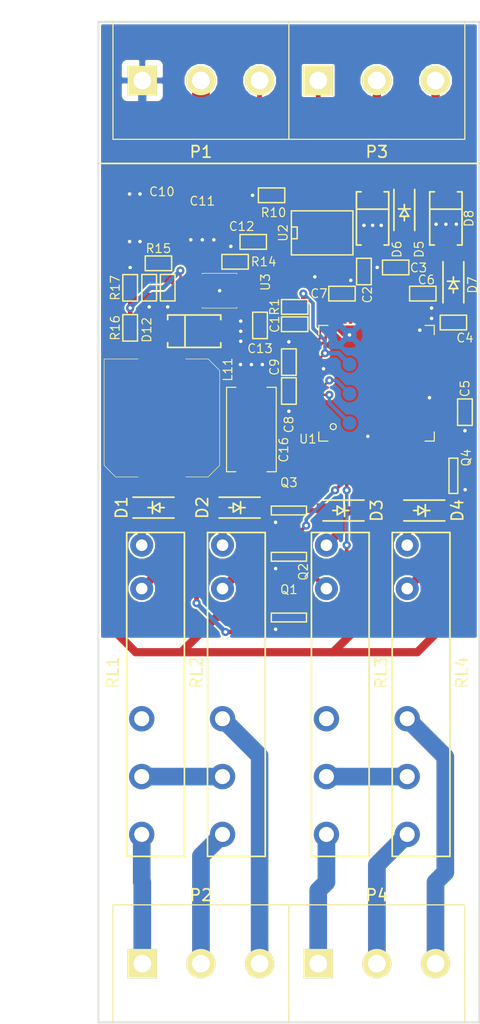
<source format=kicad_pcb>
(kicad_pcb (version 20171130) (host pcbnew 5.0.2)

  (general
    (thickness 1.6)
    (drawings 17)
    (tracks 501)
    (zones 0)
    (modules 51)
    (nets 86)
  )

  (page A4)
  (title_block
    (title "Cartes V3")
    (date 2018-07-03)
    (rev 0.1)
    (company Adial)
    (comment 1 "Designed by Agilack")
  )

  (layers
    (0 F.Cu signal)
    (1 In1.Cu signal)
    (2 In2.Cu signal)
    (31 B.Cu signal)
    (32 B.Adhes user)
    (33 F.Adhes user)
    (34 B.Paste user)
    (35 F.Paste user)
    (36 B.SilkS user)
    (37 F.SilkS user)
    (38 B.Mask user)
    (39 F.Mask user)
    (40 Dwgs.User user)
    (41 Cmts.User user)
    (42 Eco1.User user)
    (43 Eco2.User user)
    (44 Edge.Cuts user)
    (45 Margin user)
    (46 B.CrtYd user)
    (47 F.CrtYd user)
    (48 B.Fab user)
    (49 F.Fab user)
  )

  (setup
    (last_trace_width 0.25)
    (user_trace_width 0.2032)
    (user_trace_width 0.3048)
    (user_trace_width 0.4064)
    (user_trace_width 0.7112)
    (user_trace_width 1.524)
    (trace_clearance 0.1524)
    (zone_clearance 0.1524)
    (zone_45_only yes)
    (trace_min 0.1524)
    (segment_width 0.2)
    (edge_width 0.15)
    (via_size 0.6)
    (via_drill 0.4)
    (via_min_size 0.4)
    (via_min_drill 0.3)
    (user_via 0.7112 0.3048)
    (uvia_size 0.3)
    (uvia_drill 0.1)
    (uvias_allowed no)
    (uvia_min_size 0.2)
    (uvia_min_drill 0.1)
    (pcb_text_width 0.3)
    (pcb_text_size 1.5 1.5)
    (mod_edge_width 0.15)
    (mod_text_size 1 1)
    (mod_text_width 0.15)
    (pad_size 0.635 1.143)
    (pad_drill 0)
    (pad_to_mask_clearance 0.2)
    (solder_mask_min_width 0.25)
    (aux_axis_origin 0 0)
    (visible_elements FFFFFFFF)
    (pcbplotparams
      (layerselection 0x010ec_ffffffff)
      (usegerberextensions true)
      (usegerberattributes true)
      (usegerberadvancedattributes true)
      (creategerberjobfile true)
      (excludeedgelayer true)
      (linewidth 0.100000)
      (plotframeref false)
      (viasonmask false)
      (mode 1)
      (useauxorigin false)
      (hpglpennumber 1)
      (hpglpenspeed 20)
      (hpglpendiameter 15.000000)
      (psnegative false)
      (psa4output false)
      (plotreference true)
      (plotvalue true)
      (plotinvisibletext false)
      (padsonsilk false)
      (subtractmaskfromsilk false)
      (outputformat 1)
      (mirror false)
      (drillshape 0)
      (scaleselection 1)
      (outputdirectory "../prod/pick_place/"))
  )

  (net 0 "")
  (net 1 "Net-(P2-Pad1)")
  (net 2 "Net-(RL1-Pad12)")
  (net 3 "Net-(P2-Pad3)")
  (net 4 "Net-(P2-Pad2)")
  (net 5 "Net-(P4-Pad1)")
  (net 6 "Net-(RL3-Pad12)")
  (net 7 "Net-(P4-Pad3)")
  (net 8 "Net-(P4-Pad2)")
  (net 9 "Net-(RL1-Pad11)")
  (net 10 "Net-(RL3-Pad11)")
  (net 11 GND)
  (net 12 "Net-(U3-Pad3)")
  (net 13 "Net-(U3-Pad6)")
  (net 14 VIn)
  (net 15 "Net-(C13-Pad1)")
  (net 16 "Net-(C12-Pad1)")
  (net 17 "Net-(R14-Pad1)")
  (net 18 "Net-(R16-Pad2)")
  (net 19 "Net-(C14-Pad1)")
  (net 20 /V5_SW)
  (net 21 "Net-(C15-Pad1)")
  (net 22 5V)
  (net 23 "Net-(U1-Pad1)")
  (net 24 "Net-(U1-Pad5)")
  (net 25 "Net-(U1-Pad6)")
  (net 26 "Net-(U1-Pad9)")
  (net 27 "Net-(U1-Pad10)")
  (net 28 "Net-(U1-Pad11)")
  (net 29 "Net-(U1-Pad12)")
  (net 30 "Net-(U1-Pad13)")
  (net 31 "Net-(U1-Pad14)")
  (net 32 "Net-(U1-Pad15)")
  (net 33 "Net-(U1-Pad17)")
  (net 34 "Net-(U1-Pad18)")
  (net 35 "Net-(U1-Pad19)")
  (net 36 "Net-(U1-Pad20)")
  (net 37 "Net-(U1-Pad23)")
  (net 38 "Net-(U1-Pad24)")
  (net 39 "Net-(U1-Pad35)")
  (net 40 "Net-(U1-Pad37)")
  (net 41 "Net-(U1-Pad38)")
  (net 42 "Net-(U1-Pad39)")
  (net 43 "Net-(U1-Pad40)")
  (net 44 "Net-(U1-Pad41)")
  (net 45 "Net-(U1-Pad42)")
  (net 46 "Net-(U1-Pad43)")
  (net 47 "Net-(U1-Pad44)")
  (net 48 "Net-(U1-Pad51)")
  (net 49 "Net-(U1-Pad53)")
  (net 50 "Net-(U1-Pad59)")
  (net 51 "Net-(U1-Pad60)")
  (net 52 "Net-(U1-Pad25)")
  (net 53 "Net-(U1-Pad26)")
  (net 54 "Net-(U1-Pad27)")
  (net 55 "Net-(U1-Pad28)")
  (net 56 "Net-(U1-Pad29)")
  (net 57 "Net-(U1-Pad30)")
  (net 58 "Net-(U1-Pad31)")
  (net 59 "Net-(U1-Pad45)")
  (net 60 "Net-(U1-Pad46)")
  (net 61 "Net-(U1-Pad61)")
  (net 62 "Net-(U1-Pad62)")
  (net 63 "Net-(U1-Pad63)")
  (net 64 "Net-(U1-Pad64)")
  (net 65 CAN0_TX)
  (net 66 CAN0_RX)
  (net 67 "Net-(C9-Pad2)")
  (net 68 CAN_H)
  (net 69 CAN_L)
  (net 70 "Net-(R10-Pad1)")
  (net 71 RESET)
  (net 72 SWD_CLK)
  (net 73 SWD_DAT)
  (net 74 REL1)
  (net 75 REL2)
  (net 76 "Net-(D1-Pad1)")
  (net 77 "Net-(D2-Pad1)")
  (net 78 "Net-(D3-Pad1)")
  (net 79 "Net-(D4-Pad1)")
  (net 80 REL3)
  (net 81 REL4)
  (net 82 IN_1)
  (net 83 IN_2)
  (net 84 IN_DN)
  (net 85 IN_UP)

  (net_class Default "This is the default net class."
    (clearance 0.1524)
    (trace_width 0.25)
    (via_dia 0.6)
    (via_drill 0.4)
    (uvia_dia 0.3)
    (uvia_drill 0.1)
    (add_net /V5_SW)
    (add_net 5V)
    (add_net CAN0_RX)
    (add_net CAN0_TX)
    (add_net CAN_H)
    (add_net CAN_L)
    (add_net GND)
    (add_net IN_1)
    (add_net IN_2)
    (add_net IN_DN)
    (add_net IN_UP)
    (add_net "Net-(C12-Pad1)")
    (add_net "Net-(C13-Pad1)")
    (add_net "Net-(C14-Pad1)")
    (add_net "Net-(C15-Pad1)")
    (add_net "Net-(C9-Pad2)")
    (add_net "Net-(D1-Pad1)")
    (add_net "Net-(D2-Pad1)")
    (add_net "Net-(D3-Pad1)")
    (add_net "Net-(D4-Pad1)")
    (add_net "Net-(P2-Pad1)")
    (add_net "Net-(P2-Pad2)")
    (add_net "Net-(P2-Pad3)")
    (add_net "Net-(P4-Pad1)")
    (add_net "Net-(P4-Pad2)")
    (add_net "Net-(P4-Pad3)")
    (add_net "Net-(R10-Pad1)")
    (add_net "Net-(R14-Pad1)")
    (add_net "Net-(R16-Pad2)")
    (add_net "Net-(RL1-Pad11)")
    (add_net "Net-(RL1-Pad12)")
    (add_net "Net-(RL3-Pad11)")
    (add_net "Net-(RL3-Pad12)")
    (add_net "Net-(U1-Pad1)")
    (add_net "Net-(U1-Pad10)")
    (add_net "Net-(U1-Pad11)")
    (add_net "Net-(U1-Pad12)")
    (add_net "Net-(U1-Pad13)")
    (add_net "Net-(U1-Pad14)")
    (add_net "Net-(U1-Pad15)")
    (add_net "Net-(U1-Pad17)")
    (add_net "Net-(U1-Pad18)")
    (add_net "Net-(U1-Pad19)")
    (add_net "Net-(U1-Pad20)")
    (add_net "Net-(U1-Pad23)")
    (add_net "Net-(U1-Pad24)")
    (add_net "Net-(U1-Pad25)")
    (add_net "Net-(U1-Pad26)")
    (add_net "Net-(U1-Pad27)")
    (add_net "Net-(U1-Pad28)")
    (add_net "Net-(U1-Pad29)")
    (add_net "Net-(U1-Pad30)")
    (add_net "Net-(U1-Pad31)")
    (add_net "Net-(U1-Pad35)")
    (add_net "Net-(U1-Pad37)")
    (add_net "Net-(U1-Pad38)")
    (add_net "Net-(U1-Pad39)")
    (add_net "Net-(U1-Pad40)")
    (add_net "Net-(U1-Pad41)")
    (add_net "Net-(U1-Pad42)")
    (add_net "Net-(U1-Pad43)")
    (add_net "Net-(U1-Pad44)")
    (add_net "Net-(U1-Pad45)")
    (add_net "Net-(U1-Pad46)")
    (add_net "Net-(U1-Pad5)")
    (add_net "Net-(U1-Pad51)")
    (add_net "Net-(U1-Pad53)")
    (add_net "Net-(U1-Pad59)")
    (add_net "Net-(U1-Pad6)")
    (add_net "Net-(U1-Pad60)")
    (add_net "Net-(U1-Pad61)")
    (add_net "Net-(U1-Pad62)")
    (add_net "Net-(U1-Pad63)")
    (add_net "Net-(U1-Pad64)")
    (add_net "Net-(U1-Pad9)")
    (add_net "Net-(U3-Pad3)")
    (add_net "Net-(U3-Pad6)")
    (add_net REL1)
    (add_net REL2)
    (add_net REL3)
    (add_net REL4)
    (add_net RESET)
    (add_net SWD_CLK)
    (add_net SWD_DAT)
    (add_net VIn)
  )

  (module cowdin-2-shutter:SOD-123 (layer F.Cu) (tedit 5EC7ED14) (tstamp 5EC866A8)
    (at 144 103.75 180)
    (descr SOD-123)
    (tags SOD-123)
    (path /5ECE058A)
    (attr smd)
    (fp_text reference D2 (at 3 0 270) (layer F.SilkS)
      (effects (font (size 1 1) (thickness 0.15)))
    )
    (fp_text value D (at 0 0 180) (layer F.Fab) hide
      (effects (font (size 0.508 0.508) (thickness 0.1016)))
    )
    (fp_line (start -2 -0.9) (end 1.54 -0.9) (layer F.SilkS) (width 0.15))
    (fp_line (start -2 0.9) (end 1.54 0.9) (layer F.SilkS) (width 0.15))
    (fp_line (start -2.25 -1.05) (end -2.25 1.05) (layer F.CrtYd) (width 0.05))
    (fp_line (start 2.25 1.05) (end -2.25 1.05) (layer F.CrtYd) (width 0.05))
    (fp_line (start 2.25 -1.05) (end 2.25 1.05) (layer F.CrtYd) (width 0.05))
    (fp_line (start -2.25 -1.05) (end 2.25 -1.05) (layer F.CrtYd) (width 0.05))
    (fp_line (start -0.3175 -0.508) (end -0.3175 0.508) (layer F.SilkS) (width 0.15))
    (fp_line (start 0.3175 0.381) (end -0.3175 0) (layer F.SilkS) (width 0.15))
    (fp_line (start 0.3175 -0.381) (end 0.3175 0.381) (layer F.SilkS) (width 0.15))
    (fp_line (start -0.3175 0) (end 0.3175 -0.381) (layer F.SilkS) (width 0.15))
    (fp_line (start -0.6985 0) (end -0.3175 0) (layer F.SilkS) (width 0.15))
    (fp_line (start 0.3175 0) (end 0.6985 0) (layer F.SilkS) (width 0.15))
    (pad 1 smd rect (at 1.635 0 180) (size 0.91 1.22) (layers F.Cu F.Paste F.Mask)
      (net 77 "Net-(D2-Pad1)"))
    (pad 2 smd rect (at -1.635 0 180) (size 0.91 1.22) (layers F.Cu F.Paste F.Mask)
      (net 14 VIn))
  )

  (module cowdin-2-shutter:SOD-123 locked (layer F.Cu) (tedit 5EC7E5FD) (tstamp 5EC86696)
    (at 137 103.75)
    (descr SOD-123)
    (tags SOD-123)
    (path /5EC83C1B)
    (attr smd)
    (fp_text reference D1 (at -3 0 90) (layer F.SilkS)
      (effects (font (size 1 1) (thickness 0.15)))
    )
    (fp_text value D (at 0 2.1) (layer F.Fab)
      (effects (font (size 1 1) (thickness 0.15)))
    )
    (fp_line (start -2 -0.9) (end 1.54 -0.9) (layer F.SilkS) (width 0.15))
    (fp_line (start -2 0.9) (end 1.54 0.9) (layer F.SilkS) (width 0.15))
    (fp_line (start -2.25 -1.05) (end -2.25 1.05) (layer F.CrtYd) (width 0.05))
    (fp_line (start 2.25 1.05) (end -2.25 1.05) (layer F.CrtYd) (width 0.05))
    (fp_line (start 2.25 -1.05) (end 2.25 1.05) (layer F.CrtYd) (width 0.05))
    (fp_line (start -2.25 -1.05) (end 2.25 -1.05) (layer F.CrtYd) (width 0.05))
    (fp_line (start -0.3175 -0.508) (end -0.3175 0.508) (layer F.SilkS) (width 0.15))
    (fp_line (start 0.3175 0.381) (end -0.3175 0) (layer F.SilkS) (width 0.15))
    (fp_line (start 0.3175 -0.381) (end 0.3175 0.381) (layer F.SilkS) (width 0.15))
    (fp_line (start -0.3175 0) (end 0.3175 -0.381) (layer F.SilkS) (width 0.15))
    (fp_line (start -0.6985 0) (end -0.3175 0) (layer F.SilkS) (width 0.15))
    (fp_line (start 0.3175 0) (end 0.6985 0) (layer F.SilkS) (width 0.15))
    (pad 1 smd rect (at 1.635 0) (size 0.91 1.22) (layers F.Cu F.Paste F.Mask)
      (net 76 "Net-(D1-Pad1)"))
    (pad 2 smd rect (at -1.635 0) (size 0.91 1.22) (layers F.Cu F.Paste F.Mask)
      (net 14 VIn))
  )

  (module cowdin-2-shutter:SMD1210 (layer F.Cu) (tedit 5EC505AB) (tstamp 5B72DF00)
    (at 136.75 78.75 180)
    (path /5BEEBF7E)
    (attr smd)
    (fp_text reference C10 (at -0.75 2.31 180) (layer F.SilkS)
      (effects (font (size 0.762 0.762) (thickness 0.1016)))
    )
    (fp_text value 10uF (at 0 0 270) (layer F.SilkS) hide
      (effects (font (size 0.762 0.762) (thickness 0.127)))
    )
    (pad 2 smd rect (at 1.6 0 180) (size 1.6 2.9) (layers F.Cu F.Paste F.Mask)
      (net 11 GND))
    (pad 1 smd rect (at -1.6 0 180) (size 1.6 2.9) (layers F.Cu F.Paste F.Mask)
      (net 14 VIn))
    (model smd/chip_cms.wrl
      (at (xyz 0 0 0))
      (scale (xyz 0.17 0.16 0.16))
      (rotate (xyz 0 0 0))
    )
  )

  (module cowdin-2-shutter:C_TPB_D4 locked (layer F.Cu) (tedit 5EC64C16) (tstamp 5B72B658)
    (at 145.25 97 90)
    (path /5BF0B843)
    (fp_text reference C16 (at -1.75 2.8 90) (layer F.SilkS)
      (effects (font (size 0.762 0.762) (thickness 0.1016)))
    )
    (fp_text value 220uF (at 0 0 180) (layer F.Fab) hide
      (effects (font (size 0.762 0.762) (thickness 0.1016)))
    )
    (fp_line (start -3.65 -2.15) (end 3.65 -2.15) (layer F.SilkS) (width 0.1016))
    (fp_line (start 3.65 2.15) (end -3.65 2.15) (layer F.SilkS) (width 0.1016))
    (fp_line (start -3.65 -2.15) (end -3.65 -1.35) (layer F.SilkS) (width 0.1016))
    (fp_line (start 3.65 -2.15) (end 3.65 -1.35) (layer F.SilkS) (width 0.1016))
    (fp_line (start -3.65 2.15) (end -3.65 1.35) (layer F.SilkS) (width 0.1016))
    (fp_line (start 3.65 2.15) (end 3.65 1.35) (layer F.SilkS) (width 0.1016))
    (pad 2 smd rect (at 3.65 0 90) (size 2.5 2.5) (layers F.Cu F.Paste F.Mask)
      (net 11 GND))
    (pad 1 smd rect (at -3.65 0 90) (size 2.5 2.5) (layers F.Cu F.Paste F.Mask)
      (net 22 5V))
  )

  (module cowdin-2-shutter:I_MSS1048 locked (layer F.Cu) (tedit 5EC50580) (tstamp 5B72B4DA)
    (at 137.5 96 180)
    (path /5BF067BB)
    (fp_text reference L11 (at -5.71 4.18 270) (layer F.SilkS)
      (effects (font (size 0.762 0.762) (thickness 0.1016)))
    )
    (fp_text value 27uH (at 0 0.4572 180) (layer F.SilkS) hide
      (effects (font (size 0.508 0.508) (thickness 0.127)))
    )
    (fp_line (start 5.0038 5.10032) (end 2.06248 5.10032) (layer F.SilkS) (width 0.0508))
    (fp_line (start -4.00304 5.10032) (end -5.0038 4.09956) (layer F.SilkS) (width 0.0508))
    (fp_line (start -4.00304 5.10032) (end -2.06248 5.10032) (layer F.SilkS) (width 0.0508))
    (fp_line (start -4.00304 -5.10032) (end -5.0038 -4.09956) (layer F.SilkS) (width 0.0508))
    (fp_line (start -5.0038 -4.09956) (end -5.0038 4.09956) (layer F.SilkS) (width 0.0508))
    (fp_line (start -4.00304 -5.10032) (end -2.06248 -5.10032) (layer F.SilkS) (width 0.0508))
    (fp_line (start 4.00304 -5.10032) (end 5.0038 -4.09956) (layer F.SilkS) (width 0.0508))
    (fp_line (start 4.00304 -5.10032) (end 2.06248 -5.10032) (layer F.SilkS) (width 0.0508))
    (fp_line (start 5.0038 5.10032) (end 5.0038 -4.09956) (layer F.SilkS) (width 0.0508))
    (pad 2 smd rect (at 0 -4.7 180) (size 3.56 1.78) (layers F.Cu F.Paste F.Mask)
      (net 22 5V))
    (pad 1 smd rect (at 0 4.7 180) (size 3.56 1.78) (layers F.Cu F.Paste F.Mask)
      (net 20 /V5_SW))
  )

  (module cowdin-2-shutter:DO214AC locked (layer F.Cu) (tedit 5EC505A0) (tstamp 5B72A8A8)
    (at 140.3 88.5 180)
    (path /5BF01167)
    (fp_text reference D12 (at 4.11 0.11 270) (layer F.SilkS)
      (effects (font (size 0.762 0.762) (thickness 0.1016)))
    )
    (fp_text value MBRA340 (at 0 0 180) (layer F.SilkS) hide
      (effects (font (size 0.2 0.2) (thickness 0.05)))
    )
    (fp_line (start 2.3 1.4) (end 2.3 1) (layer F.SilkS) (width 0.15))
    (fp_line (start -2.3 1.4) (end 2.3 1.4) (layer F.SilkS) (width 0.15))
    (fp_line (start -2.3 -1.4) (end -2.3 -1) (layer F.SilkS) (width 0.15))
    (fp_line (start 2.3 -1.4) (end -2.3 -1.4) (layer F.SilkS) (width 0.15))
    (fp_line (start 0.8 -1.4) (end 0.8 1.4) (layer F.SilkS) (width 0.15))
    (fp_line (start -2.3 1) (end -2.3 1.4) (layer F.SilkS) (width 0.15))
    (fp_line (start 2.3 -1.4) (end 2.3 -1) (layer F.SilkS) (width 0.15))
    (pad 2 smd rect (at 2.2 0 180) (size 2.1 1.8) (layers F.Cu F.Paste F.Mask)
      (net 20 /V5_SW))
    (pad 1 smd rect (at -2.2 0 180) (size 2.1 1.8) (layers F.Cu F.Paste F.Mask)
      (net 11 GND))
    (model Housings_DO/DO-214AC.wrl
      (offset (xyz 2.031999969482422 1.371599979400635 1.219199981689453))
      (scale (xyz 1 1 1))
      (rotate (xyz 0 0 180))
    )
  )

  (module cowdin-2-shutter:MSOP10p locked (layer F.Cu) (tedit 5EC648CC) (tstamp 5B729E7C)
    (at 142.5 85 90)
    (path /5BEEBEAF)
    (fp_text reference U3 (at 0.74 3.97 270) (layer F.SilkS)
      (effects (font (size 0.762 0.762) (thickness 0.1016)))
    )
    (fp_text value TPS54060A (at -1.32 0 180) (layer F.SilkS) hide
      (effects (font (size 0.2 0.2) (thickness 0.05)))
    )
    (fp_line (start 1.50368 1.50368) (end 1.43256 1.50368) (layer F.SilkS) (width 0.0508))
    (fp_line (start 1.50368 -1.50368) (end 1.50368 1.50368) (layer F.SilkS) (width 0.0508))
    (fp_line (start 1.50368 -1.50368) (end 1.43256 -1.50368) (layer F.SilkS) (width 0.0508))
    (fp_line (start -1.50368 1.50368) (end -1.43256 1.50368) (layer F.SilkS) (width 0.0508))
    (fp_line (start -1.50368 -1.50368) (end -1.50368 1.50368) (layer F.SilkS) (width 0.0508))
    (fp_line (start -1.50368 -1.50368) (end -1.43256 -1.50368) (layer F.SilkS) (width 0.0508))
    (pad PAD smd rect (at 0 0 90) (size 1.88 1.57) (layers F.Cu F.Paste F.Mask)
      (net 11 GND) (solder_mask_margin 0.07) (solder_paste_margin -0.1))
    (pad 10 smd rect (at -1 -2.1 90) (size 0.3 1.6) (layers F.Cu F.Paste F.Mask)
      (net 20 /V5_SW) (solder_mask_margin 0.05) (solder_paste_margin -0.05))
    (pad 9 smd rect (at -0.5 -2.1 90) (size 0.3 1.6) (layers F.Cu F.Paste F.Mask)
      (net 11 GND) (solder_mask_margin 0.05) (solder_paste_margin -0.05))
    (pad 8 smd rect (at 0 -2.1 90) (size 0.3 1.6) (layers F.Cu F.Paste F.Mask)
      (net 19 "Net-(C14-Pad1)") (solder_mask_margin 0.05) (solder_paste_margin -0.05))
    (pad 7 smd rect (at 0.5 -2.1 90) (size 0.3 1.6) (layers F.Cu F.Paste F.Mask)
      (net 18 "Net-(R16-Pad2)") (solder_mask_margin 0.05) (solder_paste_margin -0.05))
    (pad 6 smd rect (at 1 -2.1 90) (size 0.3 1.6) (layers F.Cu F.Paste F.Mask)
      (net 13 "Net-(U3-Pad6)") (solder_mask_margin 0.05) (solder_paste_margin -0.05))
    (pad 5 smd rect (at 1 2.1 90) (size 0.3 1.6) (layers F.Cu F.Paste F.Mask)
      (net 17 "Net-(R14-Pad1)") (solder_mask_margin 0.05) (solder_paste_margin -0.05))
    (pad 4 smd rect (at 0.5 2.1 90) (size 0.3 1.6) (layers F.Cu F.Paste F.Mask)
      (net 16 "Net-(C12-Pad1)") (solder_mask_margin 0.05) (solder_paste_margin -0.05))
    (pad 3 smd rect (at 0 2.1 90) (size 0.3 1.6) (layers F.Cu F.Paste F.Mask)
      (net 12 "Net-(U3-Pad3)") (solder_mask_margin 0.05) (solder_paste_margin -0.05))
    (pad 2 smd rect (at -0.5 2.1 90) (size 0.3 1.6) (layers F.Cu F.Paste F.Mask)
      (net 14 VIn) (solder_mask_margin 0.05) (solder_paste_margin -0.05))
    (pad 1 smd rect (at -1 2.1 90) (size 0.3 1.6) (layers F.Cu F.Paste F.Mask)
      (net 15 "Net-(C13-Pad1)") (solder_mask_margin 0.05) (solder_paste_margin -0.05))
  )

  (module cowdin-2-shutter:SMD0603 (layer F.Cu) (tedit 5EC64019) (tstamp 5B72B64C)
    (at 146 88 270)
    (path /5BF00D16)
    (attr smd)
    (fp_text reference C13 (at 2 0) (layer F.SilkS)
      (effects (font (size 0.762 0.762) (thickness 0.1016)))
    )
    (fp_text value 100nF (at 0 0 270) (layer F.SilkS) hide
      (effects (font (size 0.20066 0.20066) (thickness 0.0508)))
    )
    (fp_line (start -1.143 0.635) (end -1.143 -0.635) (layer F.SilkS) (width 0.127))
    (fp_line (start 1.143 0.635) (end -1.143 0.635) (layer F.SilkS) (width 0.127))
    (fp_line (start 1.143 -0.635) (end 1.143 0.635) (layer F.SilkS) (width 0.127))
    (fp_line (start -1.143 -0.635) (end 1.143 -0.635) (layer F.SilkS) (width 0.127))
    (pad 2 smd rect (at 0.762 0 270) (size 0.635 1.143) (layers F.Cu F.Paste F.Mask)
      (net 20 /V5_SW))
    (pad 1 smd rect (at -0.762 0 270) (size 0.635 1.143) (layers F.Cu F.Paste F.Mask)
      (net 15 "Net-(C13-Pad1)"))
    (model smd/chip_cms.wrl
      (at (xyz 0 0 0))
      (scale (xyz 0.08 0.08 0.08))
      (rotate (xyz 0 0 0))
    )
  )

  (module cowdin-2-shutter:SMD0603 (layer F.Cu) (tedit 5EC4FF5B) (tstamp 5B72DF0C)
    (at 145.41 80.78 180)
    (path /5BEFE71E)
    (attr smd)
    (fp_text reference C12 (at 1 1.34 180) (layer F.SilkS)
      (effects (font (size 0.762 0.762) (thickness 0.1016)))
    )
    (fp_text value 10nF (at 0 0 270) (layer F.SilkS) hide
      (effects (font (size 0.20066 0.20066) (thickness 0.0508)))
    )
    (fp_line (start -1.143 0.635) (end -1.143 -0.635) (layer F.SilkS) (width 0.127))
    (fp_line (start 1.143 0.635) (end -1.143 0.635) (layer F.SilkS) (width 0.127))
    (fp_line (start 1.143 -0.635) (end 1.143 0.635) (layer F.SilkS) (width 0.127))
    (fp_line (start -1.143 -0.635) (end 1.143 -0.635) (layer F.SilkS) (width 0.127))
    (pad 2 smd rect (at 0.762 0 180) (size 0.635 1.143) (layers F.Cu F.Paste F.Mask)
      (net 11 GND))
    (pad 1 smd rect (at -0.762 0 180) (size 0.635 1.143) (layers F.Cu F.Paste F.Mask)
      (net 16 "Net-(C12-Pad1)"))
    (model smd/chip_cms.wrl
      (at (xyz 0 0 0))
      (scale (xyz 0.08 0.08 0.08))
      (rotate (xyz 0 0 0))
    )
  )

  (module cowdin-2-shutter:SMD0603 (layer F.Cu) (tedit 5EC4FC38) (tstamp 5B729938)
    (at 143.84 82.5 180)
    (path /5BEFE7B9)
    (attr smd)
    (fp_text reference R14 (at -2.47 0 180) (layer F.SilkS)
      (effects (font (size 0.762 0.762) (thickness 0.1016)))
    )
    (fp_text value 100k (at 0 0 180) (layer F.SilkS) hide
      (effects (font (size 0.20066 0.20066) (thickness 0.0508)))
    )
    (fp_line (start -1.143 0.635) (end -1.143 -0.635) (layer F.SilkS) (width 0.127))
    (fp_line (start 1.143 0.635) (end -1.143 0.635) (layer F.SilkS) (width 0.127))
    (fp_line (start 1.143 -0.635) (end 1.143 0.635) (layer F.SilkS) (width 0.127))
    (fp_line (start -1.143 -0.635) (end 1.143 -0.635) (layer F.SilkS) (width 0.127))
    (pad 2 smd rect (at 0.762 0 180) (size 0.635 1.143) (layers F.Cu F.Paste F.Mask)
      (net 11 GND))
    (pad 1 smd rect (at -0.762 0 180) (size 0.635 1.143) (layers F.Cu F.Paste F.Mask)
      (net 17 "Net-(R14-Pad1)"))
    (model smd/chip_cms.wrl
      (at (xyz 0 0 0))
      (scale (xyz 0.08 0.08 0.08))
      (rotate (xyz 0 0 0))
    )
  )

  (module cowdin-2-shutter:SMD0603 (layer F.Cu) (tedit 5EC4FBFF) (tstamp 5B72993E)
    (at 137.2 82.63 180)
    (path /5BF060CB)
    (attr smd)
    (fp_text reference R15 (at 0 1.28 180) (layer F.SilkS)
      (effects (font (size 0.762 0.762) (thickness 0.1016)))
    )
    (fp_text value 20k (at 0 0 270) (layer F.SilkS) hide
      (effects (font (size 0.20066 0.20066) (thickness 0.0508)))
    )
    (fp_line (start -1.143 0.635) (end -1.143 -0.635) (layer F.SilkS) (width 0.127))
    (fp_line (start 1.143 0.635) (end -1.143 0.635) (layer F.SilkS) (width 0.127))
    (fp_line (start 1.143 -0.635) (end 1.143 0.635) (layer F.SilkS) (width 0.127))
    (fp_line (start -1.143 -0.635) (end 1.143 -0.635) (layer F.SilkS) (width 0.127))
    (pad 2 smd rect (at 0.762 0 180) (size 0.635 1.143) (layers F.Cu F.Paste F.Mask)
      (net 21 "Net-(C15-Pad1)"))
    (pad 1 smd rect (at -0.762 0 180) (size 0.635 1.143) (layers F.Cu F.Paste F.Mask)
      (net 19 "Net-(C14-Pad1)"))
    (model smd/chip_cms.wrl
      (at (xyz 0 0 0))
      (scale (xyz 0.08 0.08 0.08))
      (rotate (xyz 0 0 0))
    )
  )

  (module cowdin-2-shutter:SMD0603 locked (layer F.Cu) (tedit 55097736) (tstamp 5B72A3E0)
    (at 138 84.74 270)
    (path /5BF063A1)
    (attr smd)
    (fp_text reference C14 (at -0.24 0) (layer F.SilkS) hide
      (effects (font (size 0.2 0.2) (thickness 0.05)))
    )
    (fp_text value n/a (at 0.24 0) (layer F.SilkS) hide
      (effects (font (size 0.2 0.2) (thickness 0.05)))
    )
    (fp_line (start -1.143 0.635) (end -1.143 -0.635) (layer F.SilkS) (width 0.127))
    (fp_line (start 1.143 0.635) (end -1.143 0.635) (layer F.SilkS) (width 0.127))
    (fp_line (start 1.143 -0.635) (end 1.143 0.635) (layer F.SilkS) (width 0.127))
    (fp_line (start -1.143 -0.635) (end 1.143 -0.635) (layer F.SilkS) (width 0.127))
    (pad 2 smd rect (at 0.762 0 270) (size 0.635 1.143) (layers F.Cu F.Paste F.Mask)
      (net 11 GND))
    (pad 1 smd rect (at -0.762 0 270) (size 0.635 1.143) (layers F.Cu F.Paste F.Mask)
      (net 19 "Net-(C14-Pad1)"))
    (model smd/chip_cms.wrl
      (at (xyz 0 0 0))
      (scale (xyz 0.08 0.08 0.08))
      (rotate (xyz 0 0 0))
    )
  )

  (module cowdin-2-shutter:SMD0603 (layer F.Cu) (tedit 55097736) (tstamp 5B72A3E6)
    (at 136.4 84.74 270)
    (path /5BF06304)
    (attr smd)
    (fp_text reference C15 (at -0.24 0) (layer F.SilkS) hide
      (effects (font (size 0.2 0.2) (thickness 0.05)))
    )
    (fp_text value 4,7nF (at 0.24 0) (layer F.SilkS) hide
      (effects (font (size 0.2 0.2) (thickness 0.05)))
    )
    (fp_line (start -1.143 0.635) (end -1.143 -0.635) (layer F.SilkS) (width 0.127))
    (fp_line (start 1.143 0.635) (end -1.143 0.635) (layer F.SilkS) (width 0.127))
    (fp_line (start 1.143 -0.635) (end 1.143 0.635) (layer F.SilkS) (width 0.127))
    (fp_line (start -1.143 -0.635) (end 1.143 -0.635) (layer F.SilkS) (width 0.127))
    (pad 2 smd rect (at 0.762 0 270) (size 0.635 1.143) (layers F.Cu F.Paste F.Mask)
      (net 11 GND))
    (pad 1 smd rect (at -0.762 0 270) (size 0.635 1.143) (layers F.Cu F.Paste F.Mask)
      (net 21 "Net-(C15-Pad1)"))
    (model smd/chip_cms.wrl
      (at (xyz 0 0 0))
      (scale (xyz 0.08 0.08 0.08))
      (rotate (xyz 0 0 0))
    )
  )

  (module cowdin-2-shutter:SMD0603 (layer F.Cu) (tedit 5EC50599) (tstamp 5B72994A)
    (at 134.75 84.75 90)
    (path /5BF09CF9)
    (attr smd)
    (fp_text reference R17 (at 0 -1.3 270) (layer F.SilkS)
      (effects (font (size 0.762 0.762) (thickness 0.1016)))
    )
    (fp_text value 10k (at 0 0 180) (layer F.SilkS) hide
      (effects (font (size 0.20066 0.20066) (thickness 0.0508)))
    )
    (fp_line (start -1.143 0.635) (end -1.143 -0.635) (layer F.SilkS) (width 0.127))
    (fp_line (start 1.143 0.635) (end -1.143 0.635) (layer F.SilkS) (width 0.127))
    (fp_line (start 1.143 -0.635) (end 1.143 0.635) (layer F.SilkS) (width 0.127))
    (fp_line (start -1.143 -0.635) (end 1.143 -0.635) (layer F.SilkS) (width 0.127))
    (pad 2 smd rect (at 0.762 0 90) (size 0.635 1.143) (layers F.Cu F.Paste F.Mask)
      (net 11 GND))
    (pad 1 smd rect (at -0.762 0 90) (size 0.635 1.143) (layers F.Cu F.Paste F.Mask)
      (net 18 "Net-(R16-Pad2)"))
    (model smd/chip_cms.wrl
      (at (xyz 0 0 0))
      (scale (xyz 0.08 0.08 0.08))
      (rotate (xyz 0 0 0))
    )
  )

  (module cowdin-2-shutter:SMD0603 (layer F.Cu) (tedit 5EC5058D) (tstamp 5B729944)
    (at 134.75 88.21 90)
    (path /5BF0840D)
    (attr smd)
    (fp_text reference R16 (at 0 -1.3 90) (layer F.SilkS)
      (effects (font (size 0.762 0.762) (thickness 0.1016)))
    )
    (fp_text value 52,3k (at 0 0 90) (layer F.SilkS) hide
      (effects (font (size 0.20066 0.20066) (thickness 0.0508)))
    )
    (fp_line (start -1.143 0.635) (end -1.143 -0.635) (layer F.SilkS) (width 0.127))
    (fp_line (start 1.143 0.635) (end -1.143 0.635) (layer F.SilkS) (width 0.127))
    (fp_line (start 1.143 -0.635) (end 1.143 0.635) (layer F.SilkS) (width 0.127))
    (fp_line (start -1.143 -0.635) (end 1.143 -0.635) (layer F.SilkS) (width 0.127))
    (pad 2 smd rect (at 0.762 0 90) (size 0.635 1.143) (layers F.Cu F.Paste F.Mask)
      (net 18 "Net-(R16-Pad2)"))
    (pad 1 smd rect (at -0.762 0 90) (size 0.635 1.143) (layers F.Cu F.Paste F.Mask)
      (net 22 5V))
    (model smd/chip_cms.wrl
      (at (xyz 0 0 0))
      (scale (xyz 0.08 0.08 0.08))
      (rotate (xyz 0 0 0))
    )
  )

  (module cowdin-2-shutter:RL_3451 (layer F.Cu) (tedit 5EC7F65A) (tstamp 5EC3E6E8)
    (at 135.75 107 270)
    (path /5EC401D4)
    (fp_text reference RL1 (at 11 2.5 270) (layer F.SilkS)
      (effects (font (size 1 1) (thickness 0.15)))
    )
    (fp_text value RELAY (at 20 -2.5 270) (layer F.Fab)
      (effects (font (size 1 1) (thickness 0.15)))
    )
    (fp_line (start -1.1 -3.7) (end -1.1 1.3) (layer F.SilkS) (width 0.15))
    (fp_line (start -1.1 -3.7) (end 26.9 -3.7) (layer F.SilkS) (width 0.15))
    (fp_line (start 26.9 -3.7) (end 26.9 1.3) (layer F.SilkS) (width 0.15))
    (fp_line (start -1.1 1.3) (end 26.9 1.3) (layer F.SilkS) (width 0.15))
    (pad 14 thru_hole circle (at 25 0 270) (size 2.2 2.2) (drill 1.3) (layers *.Cu *.Mask)
      (net 1 "Net-(P2-Pad1)"))
    (pad 11 thru_hole circle (at 20 0 270) (size 2.2 2.2) (drill 1.3) (layers *.Cu *.Mask)
      (net 9 "Net-(RL1-Pad11)"))
    (pad 12 thru_hole circle (at 15 0 270) (size 2.2 2.2) (drill 1.3) (layers *.Cu *.Mask)
      (net 2 "Net-(RL1-Pad12)"))
    (pad A1 thru_hole circle (at 3.75 0 270) (size 2 2) (drill 1) (layers *.Cu *.Mask)
      (net 76 "Net-(D1-Pad1)"))
    (pad A2 thru_hole circle (at 0 0 270) (size 2 2) (drill 1) (layers *.Cu *.Mask)
      (net 14 VIn))
  )

  (module cowdin-2-shutter:RL_3451 (layer F.Cu) (tedit 5EC7F672) (tstamp 5EC3E6F5)
    (at 142.75 107 270)
    (path /5EC4025E)
    (fp_text reference RL2 (at 11 2.25 270) (layer F.SilkS)
      (effects (font (size 1 1) (thickness 0.15)))
    )
    (fp_text value RELAY (at 20 -2.5 270) (layer F.Fab)
      (effects (font (size 1 1) (thickness 0.15)))
    )
    (fp_line (start -1.1 1.3) (end 26.9 1.3) (layer F.SilkS) (width 0.15))
    (fp_line (start 26.9 -3.7) (end 26.9 1.3) (layer F.SilkS) (width 0.15))
    (fp_line (start -1.1 -3.7) (end 26.9 -3.7) (layer F.SilkS) (width 0.15))
    (fp_line (start -1.1 -3.7) (end -1.1 1.3) (layer F.SilkS) (width 0.15))
    (pad A2 thru_hole circle (at 0 0 270) (size 2 2) (drill 1) (layers *.Cu *.Mask)
      (net 77 "Net-(D2-Pad1)"))
    (pad A1 thru_hole circle (at 3.75 0 270) (size 2 2) (drill 1) (layers *.Cu *.Mask)
      (net 14 VIn))
    (pad 12 thru_hole circle (at 15 0 270) (size 2.2 2.2) (drill 1.3) (layers *.Cu *.Mask)
      (net 3 "Net-(P2-Pad3)"))
    (pad 11 thru_hole circle (at 20 0 270) (size 2.2 2.2) (drill 1.3) (layers *.Cu *.Mask)
      (net 9 "Net-(RL1-Pad11)"))
    (pad 14 thru_hole circle (at 25 0 270) (size 2.2 2.2) (drill 1.3) (layers *.Cu *.Mask)
      (net 4 "Net-(P2-Pad2)"))
  )

  (module cowdin-2-shutter:RL_3451 (layer F.Cu) (tedit 5EC7F69D) (tstamp 5EC3E702)
    (at 151.75 107 270)
    (path /5EC4081D)
    (fp_text reference RL3 (at 11 -4.75 270) (layer F.SilkS)
      (effects (font (size 1 1) (thickness 0.15)))
    )
    (fp_text value RELAY (at 20 -2.5 270) (layer F.Fab)
      (effects (font (size 1 1) (thickness 0.15)))
    )
    (fp_line (start -1.1 -3.7) (end -1.1 1.3) (layer F.SilkS) (width 0.15))
    (fp_line (start -1.1 -3.7) (end 26.9 -3.7) (layer F.SilkS) (width 0.15))
    (fp_line (start 26.9 -3.7) (end 26.9 1.3) (layer F.SilkS) (width 0.15))
    (fp_line (start -1.1 1.3) (end 26.9 1.3) (layer F.SilkS) (width 0.15))
    (pad 14 thru_hole circle (at 25 0 270) (size 2.2 2.2) (drill 1.3) (layers *.Cu *.Mask)
      (net 5 "Net-(P4-Pad1)"))
    (pad 11 thru_hole circle (at 20 0 270) (size 2.2 2.2) (drill 1.3) (layers *.Cu *.Mask)
      (net 10 "Net-(RL3-Pad11)"))
    (pad 12 thru_hole circle (at 15 0 270) (size 2.2 2.2) (drill 1.3) (layers *.Cu *.Mask)
      (net 6 "Net-(RL3-Pad12)"))
    (pad A1 thru_hole circle (at 3.75 0 270) (size 2 2) (drill 1) (layers *.Cu *.Mask)
      (net 78 "Net-(D3-Pad1)"))
    (pad A2 thru_hole circle (at 0 0 270) (size 2 2) (drill 1) (layers *.Cu *.Mask)
      (net 14 VIn))
  )

  (module cowdin-2-shutter:RL_3451 (layer F.Cu) (tedit 5EC7F6AD) (tstamp 5EC3E70F)
    (at 158.75 107 270)
    (path /5EC40915)
    (fp_text reference RL4 (at 11 -4.75 270) (layer F.SilkS)
      (effects (font (size 1 1) (thickness 0.15)))
    )
    (fp_text value RELAY (at 20 -2.5 270) (layer F.Fab)
      (effects (font (size 1 1) (thickness 0.15)))
    )
    (fp_line (start -1.1 1.3) (end 26.9 1.3) (layer F.SilkS) (width 0.15))
    (fp_line (start 26.9 -3.7) (end 26.9 1.3) (layer F.SilkS) (width 0.15))
    (fp_line (start -1.1 -3.7) (end 26.9 -3.7) (layer F.SilkS) (width 0.15))
    (fp_line (start -1.1 -3.7) (end -1.1 1.3) (layer F.SilkS) (width 0.15))
    (pad A2 thru_hole circle (at 0 0 270) (size 2 2) (drill 1) (layers *.Cu *.Mask)
      (net 79 "Net-(D4-Pad1)"))
    (pad A1 thru_hole circle (at 3.75 0 270) (size 2 2) (drill 1) (layers *.Cu *.Mask)
      (net 14 VIn))
    (pad 12 thru_hole circle (at 15 0 270) (size 2.2 2.2) (drill 1.3) (layers *.Cu *.Mask)
      (net 7 "Net-(P4-Pad3)"))
    (pad 11 thru_hole circle (at 20 0 270) (size 2.2 2.2) (drill 1.3) (layers *.Cu *.Mask)
      (net 10 "Net-(RL3-Pad11)"))
    (pad 14 thru_hole circle (at 25 0 270) (size 2.2 2.2) (drill 1.3) (layers *.Cu *.Mask)
      (net 8 "Net-(P4-Pad2)"))
  )

  (module cowdin-2-shutter:SMD1210 (layer F.Cu) (tedit 5EC4FFDA) (tstamp 5EC5108D)
    (at 141 80.35 270)
    (path /5BEFEFCF)
    (attr smd)
    (fp_text reference C11 (at -3.1 0) (layer F.SilkS)
      (effects (font (size 0.762 0.762) (thickness 0.1016)))
    )
    (fp_text value C (at 0 0) (layer F.SilkS) hide
      (effects (font (size 0.762 0.762) (thickness 0.127)))
    )
    (pad 1 smd rect (at -1.6 0 270) (size 1.6 2.9) (layers F.Cu F.Paste F.Mask)
      (net 14 VIn))
    (pad 2 smd rect (at 1.6 0 270) (size 1.6 2.9) (layers F.Cu F.Paste F.Mask)
      (net 11 GND))
    (model smd/chip_cms.wrl
      (at (xyz 0 0 0))
      (scale (xyz 0.17 0.16 0.16))
      (rotate (xyz 0 0 0))
    )
  )

  (module cowdin-2-shutter:CONN_MC000035 locked (layer F.Cu) (tedit 5EC7FA50) (tstamp 5EC504F6)
    (at 140.88 66.83)
    (tags CONN)
    (path /5EC3E1BD)
    (fp_text reference P1 (at 0 6.17) (layer F.SilkS)
      (effects (font (size 1 1) (thickness 0.1524)))
    )
    (fp_text value CONN_3 (at 0 -1.905) (layer F.SilkS) hide
      (effects (font (size 0.4064 0.4064) (thickness 0.1016)))
    )
    (fp_line (start 7.62 -5.08) (end 7.62 5.08) (layer F.SilkS) (width 0.1016))
    (fp_line (start -7.62 5.08) (end -7.62 -5.08) (layer F.SilkS) (width 0.1016))
    (fp_line (start -7.62 -5.08) (end 7.62 -5.08) (layer F.SilkS) (width 0.1016))
    (fp_line (start -7.62 5.08) (end 7.62 5.08) (layer F.SilkS) (width 0.1016))
    (pad 2 thru_hole circle (at 0 0) (size 2.54 2.54) (drill 1.524) (layers *.Cu *.Mask F.SilkS)
      (net 14 VIn))
    (pad 3 thru_hole circle (at 5.08 0) (size 2.54 2.54) (drill 1.524) (layers *.Cu *.Mask F.SilkS)
      (net 68 CAN_H))
    (pad 1 thru_hole rect (at -5.08 0) (size 2.54 2.54) (drill 1.524) (layers *.Cu *.Mask F.SilkS)
      (net 11 GND))
    (model res/mc000034.wrl
      (at (xyz 0 0 0))
      (scale (xyz 1 1 1))
      (rotate (xyz 0 0 0))
    )
  )

  (module cowdin-2-shutter:CONN_MC000035 locked (layer F.Cu) (tedit 5EC7FA6E) (tstamp 5EC50500)
    (at 156.12 66.83)
    (tags CONN)
    (path /5EC3E2B2)
    (fp_text reference P3 (at 0 6.17) (layer F.SilkS)
      (effects (font (size 1 1) (thickness 0.1524)))
    )
    (fp_text value CONN_3 (at 0 -1.905) (layer F.SilkS) hide
      (effects (font (size 0.4064 0.4064) (thickness 0.1016)))
    )
    (fp_line (start -7.62 5.08) (end 7.62 5.08) (layer F.SilkS) (width 0.1016))
    (fp_line (start -7.62 -5.08) (end 7.62 -5.08) (layer F.SilkS) (width 0.1016))
    (fp_line (start -7.62 5.08) (end -7.62 -5.08) (layer F.SilkS) (width 0.1016))
    (fp_line (start 7.62 -5.08) (end 7.62 5.08) (layer F.SilkS) (width 0.1016))
    (pad 1 thru_hole rect (at -5.08 0) (size 2.54 2.54) (drill 1.524) (layers *.Cu *.Mask F.SilkS)
      (net 69 CAN_L))
    (pad 3 thru_hole circle (at 5.08 0) (size 2.54 2.54) (drill 1.524) (layers *.Cu *.Mask F.SilkS)
      (net 83 IN_2))
    (pad 2 thru_hole circle (at 0 0) (size 2.54 2.54) (drill 1.524) (layers *.Cu *.Mask F.SilkS)
      (net 82 IN_1))
    (model res/mc000034.wrl
      (at (xyz 0 0 0))
      (scale (xyz 1 1 1))
      (rotate (xyz 0 0 0))
    )
  )

  (module cowdin-2-shutter:TQFP64 (layer F.Cu) (tedit 5EC64BEF) (tstamp 5EC627EC)
    (at 156.09 93 90)
    (path /5EC74264)
    (fp_text reference U1 (at -4.82 -5.95 180) (layer F.SilkS)
      (effects (font (size 0.762 0.762) (thickness 0.1016)))
    )
    (fp_text value ATSAMC21J (at 0 0 180) (layer F.SilkS) hide
      (effects (font (size 0.508 0.508) (thickness 0.07874)))
    )
    (fp_line (start 5 -5) (end 4.20624 -5) (layer F.SilkS) (width 0.1016))
    (fp_line (start 5 -4.20624) (end 5 -5) (layer F.SilkS) (width 0.1016))
    (fp_line (start 5 5) (end 5 4.20624) (layer F.SilkS) (width 0.1016))
    (fp_line (start 4.20624 5) (end 5 5) (layer F.SilkS) (width 0.1016))
    (fp_line (start -5 5) (end -5 4.20624) (layer F.SilkS) (width 0.1016))
    (fp_line (start -4.20624 5) (end -5 5) (layer F.SilkS) (width 0.1016))
    (fp_circle (center -3.75 -3.75) (end -4.00304 -3.81762) (layer F.SilkS) (width 0.1016))
    (fp_line (start -5 -5) (end -5 -4.20624) (layer F.SilkS) (width 0.1016))
    (fp_line (start -4.20624 -5) (end -5 -5) (layer F.SilkS) (width 0.1016))
    (pad 1 smd rect (at -5.912 -3.75 180) (size 0.3 1.524) (layers F.Cu F.Paste F.Mask)
      (net 23 "Net-(U1-Pad1)"))
    (pad 2 smd rect (at -5.912 -3.25 180) (size 0.3 1.524) (layers F.Cu F.Paste F.Mask)
      (net 80 REL3))
    (pad 3 smd rect (at -5.912 -2.75 180) (size 0.3 1.524) (layers F.Cu F.Paste F.Mask)
      (net 75 REL2))
    (pad 4 smd rect (at -5.912 -2.25 180) (size 0.3 1.524) (layers F.Cu F.Paste F.Mask)
      (net 74 REL1))
    (pad 5 smd rect (at -5.912 -1.75 180) (size 0.3 1.524) (layers F.Cu F.Paste F.Mask)
      (net 24 "Net-(U1-Pad5)"))
    (pad 6 smd rect (at -5.912 -1.25 180) (size 0.3 1.524) (layers F.Cu F.Paste F.Mask)
      (net 25 "Net-(U1-Pad6)"))
    (pad 7 smd rect (at -5.912 -0.75 180) (size 0.3 1.524) (layers F.Cu F.Paste F.Mask)
      (net 11 GND))
    (pad 8 smd rect (at -5.912 -0.25 180) (size 0.3 1.524) (layers F.Cu F.Paste F.Mask)
      (net 22 5V))
    (pad 9 smd rect (at -5.912 0.25 180) (size 0.3 1.524) (layers F.Cu F.Paste F.Mask)
      (net 26 "Net-(U1-Pad9)"))
    (pad 10 smd rect (at -5.912 0.75 180) (size 0.3 1.524) (layers F.Cu F.Paste F.Mask)
      (net 27 "Net-(U1-Pad10)"))
    (pad 11 smd rect (at -5.912 1.25 180) (size 0.3 1.524) (layers F.Cu F.Paste F.Mask)
      (net 28 "Net-(U1-Pad11)"))
    (pad 12 smd rect (at -5.912 1.75 180) (size 0.3 1.524) (layers F.Cu F.Paste F.Mask)
      (net 29 "Net-(U1-Pad12)"))
    (pad 13 smd rect (at -5.912 2.25 180) (size 0.3 1.524) (layers F.Cu F.Paste F.Mask)
      (net 30 "Net-(U1-Pad13)"))
    (pad 14 smd rect (at -5.912 2.75 180) (size 0.3 1.524) (layers F.Cu F.Paste F.Mask)
      (net 31 "Net-(U1-Pad14)"))
    (pad 15 smd rect (at -5.912 3.25 180) (size 0.3 1.524) (layers F.Cu F.Paste F.Mask)
      (net 32 "Net-(U1-Pad15)"))
    (pad 16 smd rect (at -5.912 3.75 180) (size 0.3 1.524) (layers F.Cu F.Paste F.Mask)
      (net 81 REL4))
    (pad 17 smd rect (at -3.75 5.912 90) (size 0.3 1.524) (layers F.Cu F.Paste F.Mask)
      (net 33 "Net-(U1-Pad17)"))
    (pad 18 smd rect (at -3.25 5.912 90) (size 0.3 1.524) (layers F.Cu F.Paste F.Mask)
      (net 34 "Net-(U1-Pad18)"))
    (pad 19 smd rect (at -2.75 5.912 90) (size 0.3 1.524) (layers F.Cu F.Paste F.Mask)
      (net 35 "Net-(U1-Pad19)"))
    (pad 20 smd rect (at -2.25 5.912 90) (size 0.3 1.524) (layers F.Cu F.Paste F.Mask)
      (net 36 "Net-(U1-Pad20)"))
    (pad 21 smd rect (at -1.75 5.912 90) (size 0.3 1.524) (layers F.Cu F.Paste F.Mask)
      (net 22 5V))
    (pad 22 smd rect (at -1.25 5.912 90) (size 0.3 1.524) (layers F.Cu F.Paste F.Mask)
      (net 11 GND))
    (pad 23 smd rect (at -0.75 5.912 90) (size 0.3 1.524) (layers F.Cu F.Paste F.Mask)
      (net 37 "Net-(U1-Pad23)"))
    (pad 24 smd rect (at -0.25 5.912 90) (size 0.3 1.524) (layers F.Cu F.Paste F.Mask)
      (net 38 "Net-(U1-Pad24)"))
    (pad 33 smd rect (at 5.912 3.75) (size 0.3 1.524) (layers F.Cu F.Paste F.Mask)
      (net 11 GND))
    (pad 34 smd rect (at 5.912 3.25) (size 0.3 1.524) (layers F.Cu F.Paste F.Mask)
      (net 22 5V))
    (pad 35 smd rect (at 5.912 2.75) (size 0.3 1.524) (layers F.Cu F.Paste F.Mask)
      (net 39 "Net-(U1-Pad35)"))
    (pad 36 smd rect (at 5.912 2.25) (size 0.3 1.524) (layers F.Cu F.Paste F.Mask)
      (net 84 IN_DN))
    (pad 37 smd rect (at 5.912 1.75) (size 0.3 1.524) (layers F.Cu F.Paste F.Mask)
      (net 40 "Net-(U1-Pad37)"))
    (pad 38 smd rect (at 5.912 1.25) (size 0.3 1.524) (layers F.Cu F.Paste F.Mask)
      (net 41 "Net-(U1-Pad38)"))
    (pad 39 smd rect (at 5.912 0.75) (size 0.3 1.524) (layers F.Cu F.Paste F.Mask)
      (net 42 "Net-(U1-Pad39)"))
    (pad 40 smd rect (at 5.912 0.25) (size 0.3 1.524) (layers F.Cu F.Paste F.Mask)
      (net 43 "Net-(U1-Pad40)"))
    (pad 41 smd rect (at 5.912 -0.25) (size 0.3 1.524) (layers F.Cu F.Paste F.Mask)
      (net 44 "Net-(U1-Pad41)"))
    (pad 42 smd rect (at 5.912 -0.75) (size 0.3 1.524) (layers F.Cu F.Paste F.Mask)
      (net 45 "Net-(U1-Pad42)"))
    (pad 43 smd rect (at 5.912 -1.25) (size 0.3 1.524) (layers F.Cu F.Paste F.Mask)
      (net 46 "Net-(U1-Pad43)"))
    (pad 44 smd rect (at 5.912 -1.75) (size 0.3 1.524) (layers F.Cu F.Paste F.Mask)
      (net 47 "Net-(U1-Pad44)"))
    (pad 49 smd rect (at 3.75 -5.912 270) (size 0.3 1.524) (layers F.Cu F.Paste F.Mask)
      (net 65 CAN0_TX))
    (pad 50 smd rect (at 3.25 -5.912 270) (size 0.3 1.524) (layers F.Cu F.Paste F.Mask)
      (net 66 CAN0_RX))
    (pad 51 smd rect (at 2.75 -5.912 270) (size 0.3 1.524) (layers F.Cu F.Paste F.Mask)
      (net 48 "Net-(U1-Pad51)"))
    (pad 52 smd rect (at 2.25 -5.912 270) (size 0.3 1.524) (layers F.Cu F.Paste F.Mask)
      (net 71 RESET))
    (pad 53 smd rect (at 1.75 -5.912 270) (size 0.3 1.524) (layers F.Cu F.Paste F.Mask)
      (net 49 "Net-(U1-Pad53)"))
    (pad 54 smd rect (at 1.25 -5.912 270) (size 0.3 1.524) (layers F.Cu F.Paste F.Mask)
      (net 11 GND))
    (pad 55 smd rect (at 0.75 -5.912 270) (size 0.3 1.524) (layers F.Cu F.Paste F.Mask)
      (net 67 "Net-(C9-Pad2)"))
    (pad 56 smd rect (at 0.25 -5.912 270) (size 0.3 1.524) (layers F.Cu F.Paste F.Mask)
      (net 22 5V))
    (pad 57 smd rect (at -0.25 -5.912 270) (size 0.3 1.524) (layers F.Cu F.Paste F.Mask)
      (net 72 SWD_CLK))
    (pad 58 smd rect (at -0.75 -5.912 270) (size 0.3 1.524) (layers F.Cu F.Paste F.Mask)
      (net 73 SWD_DAT))
    (pad 59 smd rect (at -1.25 -5.912 270) (size 0.3 1.524) (layers F.Cu F.Paste F.Mask)
      (net 50 "Net-(U1-Pad59)"))
    (pad 60 smd rect (at -1.75 -5.912 270) (size 0.3 1.524) (layers F.Cu F.Paste F.Mask)
      (net 51 "Net-(U1-Pad60)"))
    (pad 25 smd rect (at 0.25 5.912 90) (size 0.3 1.524) (layers F.Cu F.Paste F.Mask)
      (net 52 "Net-(U1-Pad25)"))
    (pad 26 smd rect (at 0.75 5.912 90) (size 0.3 1.524) (layers F.Cu F.Paste F.Mask)
      (net 53 "Net-(U1-Pad26)"))
    (pad 27 smd rect (at 1.25 5.912 90) (size 0.3 1.524) (layers F.Cu F.Paste F.Mask)
      (net 54 "Net-(U1-Pad27)"))
    (pad 28 smd rect (at 1.75 5.912 90) (size 0.3 1.524) (layers F.Cu F.Paste F.Mask)
      (net 55 "Net-(U1-Pad28)"))
    (pad 29 smd rect (at 2.25 5.912 90) (size 0.3 1.524) (layers F.Cu F.Paste F.Mask)
      (net 56 "Net-(U1-Pad29)"))
    (pad 30 smd rect (at 2.75 5.912 90) (size 0.3 1.524) (layers F.Cu F.Paste F.Mask)
      (net 57 "Net-(U1-Pad30)"))
    (pad 31 smd rect (at 3.25 5.912 90) (size 0.3 1.524) (layers F.Cu F.Paste F.Mask)
      (net 58 "Net-(U1-Pad31)"))
    (pad 32 smd rect (at 3.75 5.912 90) (size 0.3 1.524) (layers F.Cu F.Paste F.Mask)
      (net 85 IN_UP))
    (pad 45 smd rect (at 5.912 -2.25) (size 0.3 1.524) (layers F.Cu F.Paste F.Mask)
      (net 59 "Net-(U1-Pad45)"))
    (pad 46 smd rect (at 5.912 -2.75) (size 0.3 1.524) (layers F.Cu F.Paste F.Mask)
      (net 60 "Net-(U1-Pad46)"))
    (pad 47 smd rect (at 5.912 -3.25) (size 0.3 1.524) (layers F.Cu F.Paste F.Mask)
      (net 11 GND))
    (pad 48 smd rect (at 5.912 -3.75) (size 0.3 1.524) (layers F.Cu F.Paste F.Mask)
      (net 22 5V))
    (pad 61 smd rect (at -2.25 -5.912 270) (size 0.3 1.524) (layers F.Cu F.Paste F.Mask)
      (net 61 "Net-(U1-Pad61)"))
    (pad 62 smd rect (at -2.75 -5.912 270) (size 0.3 1.524) (layers F.Cu F.Paste F.Mask)
      (net 62 "Net-(U1-Pad62)"))
    (pad 63 smd rect (at -3.25 -5.912 270) (size 0.3 1.524) (layers F.Cu F.Paste F.Mask)
      (net 63 "Net-(U1-Pad63)"))
    (pad 64 smd rect (at -3.75 -5.912 270) (size 0.3 1.524) (layers F.Cu F.Paste F.Mask)
      (net 64 "Net-(U1-Pad64)"))
  )

  (module cowdin-2-shutter:SOIC-8E (layer F.Cu) (tedit 5EC62D49) (tstamp 5EC6690C)
    (at 151.38 80)
    (descr "module CMS SOJ 8 pins etroit")
    (tags "CMS SOJ")
    (path /5ECC13F2)
    (attr smd)
    (fp_text reference U2 (at -3.38 0 90) (layer F.SilkS)
      (effects (font (size 0.762 0.762) (thickness 0.1016)))
    )
    (fp_text value MCP2562 (at 0 0) (layer F.SilkS) hide
      (effects (font (size 0.2 0.2) (thickness 0.05)))
    )
    (fp_line (start -2.667 1.778) (end -2.667 1.905) (layer F.SilkS) (width 0.127))
    (fp_line (start -2.667 1.905) (end 2.667 1.905) (layer F.SilkS) (width 0.127))
    (fp_line (start 2.667 -1.905) (end -2.667 -1.905) (layer F.SilkS) (width 0.127))
    (fp_line (start -2.667 -1.905) (end -2.667 1.778) (layer F.SilkS) (width 0.127))
    (fp_line (start -2.667 -0.508) (end -2.159 -0.508) (layer F.SilkS) (width 0.127))
    (fp_line (start -2.159 -0.508) (end -2.159 0.508) (layer F.SilkS) (width 0.127))
    (fp_line (start -2.159 0.508) (end -2.667 0.508) (layer F.SilkS) (width 0.127))
    (fp_line (start 2.667 -1.905) (end 2.667 1.905) (layer F.SilkS) (width 0.127))
    (pad 8 smd rect (at -1.905 -2.667) (size 0.508 1.143) (layers F.Cu F.Paste F.Mask)
      (net 70 "Net-(R10-Pad1)"))
    (pad 1 smd rect (at -1.905 2.667) (size 0.508 1.143) (layers F.Cu F.Paste F.Mask)
      (net 65 CAN0_TX))
    (pad 7 smd rect (at -0.635 -2.667) (size 0.508 1.143) (layers F.Cu F.Paste F.Mask)
      (net 68 CAN_H))
    (pad 6 smd rect (at 0.635 -2.667) (size 0.508 1.143) (layers F.Cu F.Paste F.Mask)
      (net 69 CAN_L))
    (pad 5 smd rect (at 1.905 -2.667) (size 0.508 1.143) (layers F.Cu F.Paste F.Mask)
      (net 22 5V))
    (pad 2 smd rect (at -0.635 2.667) (size 0.508 1.143) (layers F.Cu F.Paste F.Mask)
      (net 11 GND))
    (pad 3 smd rect (at 0.635 2.667) (size 0.508 1.143) (layers F.Cu F.Paste F.Mask)
      (net 22 5V))
    (pad 4 smd rect (at 1.905 2.667) (size 0.508 1.143) (layers F.Cu F.Paste F.Mask)
      (net 66 CAN0_RX))
    (model smd/cms_so8.wrl
      (at (xyz 0 0 0))
      (scale (xyz 0.5 0.32 0.5))
      (rotate (xyz 0 0 0))
    )
  )

  (module cowdin-2-shutter:SMD0603 (layer F.Cu) (tedit 5EC62E13) (tstamp 5EC68178)
    (at 147 76.75 180)
    (path /5ECF28DC)
    (attr smd)
    (fp_text reference R10 (at -0.17 -1.5 180) (layer F.SilkS)
      (effects (font (size 0.762 0.762) (thickness 0.1016)))
    )
    (fp_text value 10k (at 0 0 180) (layer F.SilkS) hide
      (effects (font (size 0.20066 0.20066) (thickness 0.0508)))
    )
    (fp_line (start -1.143 -0.635) (end 1.143 -0.635) (layer F.SilkS) (width 0.127))
    (fp_line (start 1.143 -0.635) (end 1.143 0.635) (layer F.SilkS) (width 0.127))
    (fp_line (start 1.143 0.635) (end -1.143 0.635) (layer F.SilkS) (width 0.127))
    (fp_line (start -1.143 0.635) (end -1.143 -0.635) (layer F.SilkS) (width 0.127))
    (pad 1 smd rect (at -0.762 0 180) (size 0.635 1.143) (layers F.Cu F.Paste F.Mask)
      (net 70 "Net-(R10-Pad1)"))
    (pad 2 smd rect (at 0.762 0 180) (size 0.635 1.143) (layers F.Cu F.Paste F.Mask)
      (net 11 GND))
    (model smd/chip_cms.wrl
      (at (xyz 0 0 0))
      (scale (xyz 0.08 0.08 0.08))
      (rotate (xyz 0 0 0))
    )
  )

  (module cowdin-2-shutter:SMD0603 (layer F.Cu) (tedit 5EC632F2) (tstamp 5EC68F5F)
    (at 148.5 93.67 270)
    (path /5ECFE5D4)
    (attr smd)
    (fp_text reference C8 (at 2.9 0 270) (layer F.SilkS)
      (effects (font (size 0.762 0.762) (thickness 0.1016)))
    )
    (fp_text value 100nF (at 0 0) (layer F.SilkS) hide
      (effects (font (size 0.20066 0.20066) (thickness 0.0508)))
    )
    (fp_line (start -1.143 -0.635) (end 1.143 -0.635) (layer F.SilkS) (width 0.127))
    (fp_line (start 1.143 -0.635) (end 1.143 0.635) (layer F.SilkS) (width 0.127))
    (fp_line (start 1.143 0.635) (end -1.143 0.635) (layer F.SilkS) (width 0.127))
    (fp_line (start -1.143 0.635) (end -1.143 -0.635) (layer F.SilkS) (width 0.127))
    (pad 1 smd rect (at -0.762 0 270) (size 0.635 1.143) (layers F.Cu F.Paste F.Mask)
      (net 22 5V))
    (pad 2 smd rect (at 0.762 0 270) (size 0.635 1.143) (layers F.Cu F.Paste F.Mask)
      (net 11 GND))
    (model smd/chip_cms.wrl
      (at (xyz 0 0 0))
      (scale (xyz 0.08 0.08 0.08))
      (rotate (xyz 0 0 0))
    )
  )

  (module cowdin-2-shutter:SMD0603 (layer F.Cu) (tedit 5EC640E8) (tstamp 5EC68F69)
    (at 148.5 91.17 270)
    (path /5ECAB36D)
    (attr smd)
    (fp_text reference C9 (at 0.43 1.25 270) (layer F.SilkS)
      (effects (font (size 0.762 0.762) (thickness 0.1016)))
    )
    (fp_text value 100nF (at 0 0) (layer F.SilkS) hide
      (effects (font (size 0.20066 0.20066) (thickness 0.0508)))
    )
    (fp_line (start -1.143 0.635) (end -1.143 -0.635) (layer F.SilkS) (width 0.127))
    (fp_line (start 1.143 0.635) (end -1.143 0.635) (layer F.SilkS) (width 0.127))
    (fp_line (start 1.143 -0.635) (end 1.143 0.635) (layer F.SilkS) (width 0.127))
    (fp_line (start -1.143 -0.635) (end 1.143 -0.635) (layer F.SilkS) (width 0.127))
    (pad 2 smd rect (at 0.762 0 270) (size 0.635 1.143) (layers F.Cu F.Paste F.Mask)
      (net 67 "Net-(C9-Pad2)"))
    (pad 1 smd rect (at -0.762 0 270) (size 0.635 1.143) (layers F.Cu F.Paste F.Mask)
      (net 11 GND))
    (model smd/chip_cms.wrl
      (at (xyz 0 0 0))
      (scale (xyz 0.08 0.08 0.08))
      (rotate (xyz 0 0 0))
    )
  )

  (module cowdin-2-shutter:SMD0603 (layer F.Cu) (tedit 5EC63D27) (tstamp 5EC6D082)
    (at 153.1 85.25)
    (path /5ED0E9AC)
    (attr smd)
    (fp_text reference C7 (at -2 0) (layer F.SilkS)
      (effects (font (size 0.762 0.762) (thickness 0.1016)))
    )
    (fp_text value 100nF (at 0 0) (layer F.SilkS) hide
      (effects (font (size 0.20066 0.20066) (thickness 0.0508)))
    )
    (fp_line (start -1.143 -0.635) (end 1.143 -0.635) (layer F.SilkS) (width 0.127))
    (fp_line (start 1.143 -0.635) (end 1.143 0.635) (layer F.SilkS) (width 0.127))
    (fp_line (start 1.143 0.635) (end -1.143 0.635) (layer F.SilkS) (width 0.127))
    (fp_line (start -1.143 0.635) (end -1.143 -0.635) (layer F.SilkS) (width 0.127))
    (pad 1 smd rect (at -0.762 0) (size 0.635 1.143) (layers F.Cu F.Paste F.Mask)
      (net 22 5V))
    (pad 2 smd rect (at 0.762 0) (size 0.635 1.143) (layers F.Cu F.Paste F.Mask)
      (net 11 GND))
    (model smd/chip_cms.wrl
      (at (xyz 0 0 0))
      (scale (xyz 0.08 0.08 0.08))
      (rotate (xyz 0 0 0))
    )
  )

  (module cowdin-2-shutter:SMD0603 (layer F.Cu) (tedit 5EC64429) (tstamp 5EC6F48E)
    (at 149 87.9 180)
    (path /5ED2448F)
    (attr smd)
    (fp_text reference C1 (at 1.73 0 270) (layer F.SilkS)
      (effects (font (size 0.762 0.762) (thickness 0.1016)))
    )
    (fp_text value 1uF (at 0 0 180) (layer F.SilkS) hide
      (effects (font (size 0.20066 0.20066) (thickness 0.0508)))
    )
    (fp_line (start -1.143 0.635) (end -1.143 -0.635) (layer F.SilkS) (width 0.127))
    (fp_line (start 1.143 0.635) (end -1.143 0.635) (layer F.SilkS) (width 0.127))
    (fp_line (start 1.143 -0.635) (end 1.143 0.635) (layer F.SilkS) (width 0.127))
    (fp_line (start -1.143 -0.635) (end 1.143 -0.635) (layer F.SilkS) (width 0.127))
    (pad 2 smd rect (at 0.762 0 180) (size 0.635 1.143) (layers F.Cu F.Paste F.Mask)
      (net 11 GND))
    (pad 1 smd rect (at -0.762 0 180) (size 0.635 1.143) (layers F.Cu F.Paste F.Mask)
      (net 71 RESET))
    (model smd/chip_cms.wrl
      (at (xyz 0 0 0))
      (scale (xyz 0.08 0.08 0.08))
      (rotate (xyz 0 0 0))
    )
  )

  (module cowdin-2-shutter:SMD0603 (layer F.Cu) (tedit 5EC648C6) (tstamp 5EC6F498)
    (at 149 86.4 180)
    (path /5ED28FA8)
    (attr smd)
    (fp_text reference R1 (at 1.75 0 270) (layer F.SilkS)
      (effects (font (size 0.762 0.762) (thickness 0.1016)))
    )
    (fp_text value 10k (at 0 0 180) (layer F.SilkS) hide
      (effects (font (size 0.20066 0.20066) (thickness 0.0508)))
    )
    (fp_line (start -1.143 -0.635) (end 1.143 -0.635) (layer F.SilkS) (width 0.127))
    (fp_line (start 1.143 -0.635) (end 1.143 0.635) (layer F.SilkS) (width 0.127))
    (fp_line (start 1.143 0.635) (end -1.143 0.635) (layer F.SilkS) (width 0.127))
    (fp_line (start -1.143 0.635) (end -1.143 -0.635) (layer F.SilkS) (width 0.127))
    (pad 1 smd rect (at -0.762 0 180) (size 0.635 1.143) (layers F.Cu F.Paste F.Mask)
      (net 71 RESET))
    (pad 2 smd rect (at 0.762 0 180) (size 0.635 1.143) (layers F.Cu F.Paste F.Mask)
      (net 22 5V))
    (model smd/chip_cms.wrl
      (at (xyz 0 0 0))
      (scale (xyz 0.08 0.08 0.08))
      (rotate (xyz 0 0 0))
    )
  )

  (module cowdin-2-shutter:SMD0603 (layer F.Cu) (tedit 5EC80918) (tstamp 5EC70BE1)
    (at 160.1 85.25)
    (path /5ED7A519)
    (attr smd)
    (fp_text reference C6 (at 0.31 -1.19) (layer F.SilkS)
      (effects (font (size 0.762 0.762) (thickness 0.1016)))
    )
    (fp_text value 100nF (at 0 0) (layer F.SilkS) hide
      (effects (font (size 0.20066 0.20066) (thickness 0.0508)))
    )
    (fp_line (start -1.143 -0.635) (end 1.143 -0.635) (layer F.SilkS) (width 0.127))
    (fp_line (start 1.143 -0.635) (end 1.143 0.635) (layer F.SilkS) (width 0.127))
    (fp_line (start 1.143 0.635) (end -1.143 0.635) (layer F.SilkS) (width 0.127))
    (fp_line (start -1.143 0.635) (end -1.143 -0.635) (layer F.SilkS) (width 0.127))
    (pad 1 smd rect (at -0.762 0) (size 0.635 1.143) (layers F.Cu F.Paste F.Mask)
      (net 22 5V))
    (pad 2 smd rect (at 0.762 0) (size 0.635 1.143) (layers F.Cu F.Paste F.Mask)
      (net 11 GND))
    (model smd/chip_cms.wrl
      (at (xyz 0 0 0))
      (scale (xyz 0.08 0.08 0.08))
      (rotate (xyz 0 0 0))
    )
  )

  (module cowdin-2-shutter:SMD0603 (layer F.Cu) (tedit 5EC80275) (tstamp 5EC71BB1)
    (at 155 83.34 270)
    (path /5ED8951C)
    (attr smd)
    (fp_text reference C2 (at 2.01 -0.3 270) (layer F.SilkS)
      (effects (font (size 0.762 0.762) (thickness 0.1016)))
    )
    (fp_text value 100nF (at 0 0) (layer F.SilkS) hide
      (effects (font (size 0.20066 0.20066) (thickness 0.0508)))
    )
    (fp_line (start -1.143 -0.635) (end 1.143 -0.635) (layer F.SilkS) (width 0.127))
    (fp_line (start 1.143 -0.635) (end 1.143 0.635) (layer F.SilkS) (width 0.127))
    (fp_line (start 1.143 0.635) (end -1.143 0.635) (layer F.SilkS) (width 0.127))
    (fp_line (start -1.143 0.635) (end -1.143 -0.635) (layer F.SilkS) (width 0.127))
    (pad 1 smd rect (at -0.762 0 270) (size 0.635 1.143) (layers F.Cu F.Paste F.Mask)
      (net 22 5V))
    (pad 2 smd rect (at 0.762 0 270) (size 0.635 1.143) (layers F.Cu F.Paste F.Mask)
      (net 11 GND))
    (model smd/chip_cms.wrl
      (at (xyz 0 0 0))
      (scale (xyz 0.08 0.08 0.08))
      (rotate (xyz 0 0 0))
    )
  )

  (module cowdin-2-shutter:SMD0603 (layer F.Cu) (tedit 5EC64B96) (tstamp 5EC729F6)
    (at 163.75 95.5 270)
    (path /5EDFF51D)
    (attr smd)
    (fp_text reference C5 (at -2.04 0 270) (layer F.SilkS)
      (effects (font (size 0.762 0.762) (thickness 0.1016)))
    )
    (fp_text value 100nF (at 0 0) (layer F.SilkS) hide
      (effects (font (size 0.20066 0.20066) (thickness 0.0508)))
    )
    (fp_line (start -1.143 -0.635) (end 1.143 -0.635) (layer F.SilkS) (width 0.127))
    (fp_line (start 1.143 -0.635) (end 1.143 0.635) (layer F.SilkS) (width 0.127))
    (fp_line (start 1.143 0.635) (end -1.143 0.635) (layer F.SilkS) (width 0.127))
    (fp_line (start -1.143 0.635) (end -1.143 -0.635) (layer F.SilkS) (width 0.127))
    (pad 1 smd rect (at -0.762 0 270) (size 0.635 1.143) (layers F.Cu F.Paste F.Mask)
      (net 22 5V))
    (pad 2 smd rect (at 0.762 0 270) (size 0.635 1.143) (layers F.Cu F.Paste F.Mask)
      (net 11 GND))
    (model smd/chip_cms.wrl
      (at (xyz 0 0 0))
      (scale (xyz 0.08 0.08 0.08))
      (rotate (xyz 0 0 0))
    )
  )

  (module cowdin-2-shutter:SOT23-3 (layer F.Cu) (tedit 559BBC5A) (tstamp 5EC866B3)
    (at 148.5 113.25)
    (descr "Module CMS SOT23 Transistore EBC")
    (tags "CMS SOT")
    (path /5EC8A073)
    (attr smd)
    (fp_text reference Q1 (at 0 -2.413) (layer F.SilkS)
      (effects (font (size 0.762 0.762) (thickness 0.1016)))
    )
    (fp_text value Q_NMOS (at 0 0) (layer F.SilkS) hide
      (effects (font (size 0.508 0.508) (thickness 0.1016)))
    )
    (fp_line (start -1.524 0.381) (end -1.524 -0.381) (layer F.SilkS) (width 0.127))
    (fp_line (start 1.524 0.381) (end -1.524 0.381) (layer F.SilkS) (width 0.127))
    (fp_line (start 1.524 -0.381) (end 1.524 0.381) (layer F.SilkS) (width 0.127))
    (fp_line (start -1.524 -0.381) (end 1.524 -0.381) (layer F.SilkS) (width 0.127))
    (pad 3 smd rect (at 0 1.016) (size 0.9144 0.9144) (layers F.Cu F.Paste F.Mask)
      (net 11 GND))
    (pad 1 smd rect (at 0.889 -1.016) (size 0.9144 0.9144) (layers F.Cu F.Paste F.Mask)
      (net 74 REL1))
    (pad 2 smd rect (at -0.889 -1.016) (size 0.9144 0.9144) (layers F.Cu F.Paste F.Mask)
      (net 76 "Net-(D1-Pad1)"))
    (model smd/cms_sot23.wrl
      (at (xyz 0 0 0))
      (scale (xyz 0.13 0.15 0.15))
      (rotate (xyz 0 0 0))
    )
  )

  (module cowdin-2-shutter:SOT23-3 (layer F.Cu) (tedit 5EC7ECDA) (tstamp 5EC866BE)
    (at 148.5 108)
    (descr "Module CMS SOT23 Transistore EBC")
    (tags "CMS SOT")
    (path /5ECFB006)
    (attr smd)
    (fp_text reference Q2 (at 1.25 1.3 90) (layer F.SilkS)
      (effects (font (size 0.762 0.762) (thickness 0.1016)))
    )
    (fp_text value Q_NMOS (at 0 0) (layer F.SilkS) hide
      (effects (font (size 0.508 0.508) (thickness 0.1016)))
    )
    (fp_line (start -1.524 -0.381) (end 1.524 -0.381) (layer F.SilkS) (width 0.127))
    (fp_line (start 1.524 -0.381) (end 1.524 0.381) (layer F.SilkS) (width 0.127))
    (fp_line (start 1.524 0.381) (end -1.524 0.381) (layer F.SilkS) (width 0.127))
    (fp_line (start -1.524 0.381) (end -1.524 -0.381) (layer F.SilkS) (width 0.127))
    (pad 2 smd rect (at -0.889 -1.016) (size 0.9144 0.9144) (layers F.Cu F.Paste F.Mask)
      (net 77 "Net-(D2-Pad1)"))
    (pad 1 smd rect (at 0.889 -1.016) (size 0.9144 0.9144) (layers F.Cu F.Paste F.Mask)
      (net 75 REL2))
    (pad 3 smd rect (at 0 1.016) (size 0.9144 0.9144) (layers F.Cu F.Paste F.Mask)
      (net 11 GND))
    (model smd/cms_sot23.wrl
      (at (xyz 0 0 0))
      (scale (xyz 0.13 0.15 0.15))
      (rotate (xyz 0 0 0))
    )
  )

  (module cowdin-2-shutter:SOD-123 (layer F.Cu) (tedit 5EC7F58A) (tstamp 5EC8DB40)
    (at 153 104 180)
    (descr SOD-123)
    (tags SOD-123)
    (path /5ED5A14C)
    (attr smd)
    (fp_text reference D3 (at -3.1 0 270) (layer F.SilkS)
      (effects (font (size 1 1) (thickness 0.15)))
    )
    (fp_text value D (at 0 0 180) (layer F.Fab) hide
      (effects (font (size 0.508 0.508) (thickness 0.1016)))
    )
    (fp_line (start -2 -0.9) (end 1.54 -0.9) (layer F.SilkS) (width 0.15))
    (fp_line (start -2 0.9) (end 1.54 0.9) (layer F.SilkS) (width 0.15))
    (fp_line (start -2.25 -1.05) (end -2.25 1.05) (layer F.CrtYd) (width 0.05))
    (fp_line (start 2.25 1.05) (end -2.25 1.05) (layer F.CrtYd) (width 0.05))
    (fp_line (start 2.25 -1.05) (end 2.25 1.05) (layer F.CrtYd) (width 0.05))
    (fp_line (start -2.25 -1.05) (end 2.25 -1.05) (layer F.CrtYd) (width 0.05))
    (fp_line (start -0.3175 -0.508) (end -0.3175 0.508) (layer F.SilkS) (width 0.15))
    (fp_line (start 0.3175 0.381) (end -0.3175 0) (layer F.SilkS) (width 0.15))
    (fp_line (start 0.3175 -0.381) (end 0.3175 0.381) (layer F.SilkS) (width 0.15))
    (fp_line (start -0.3175 0) (end 0.3175 -0.381) (layer F.SilkS) (width 0.15))
    (fp_line (start -0.6985 0) (end -0.3175 0) (layer F.SilkS) (width 0.15))
    (fp_line (start 0.3175 0) (end 0.6985 0) (layer F.SilkS) (width 0.15))
    (pad 1 smd rect (at 1.635 0 180) (size 0.91 1.22) (layers F.Cu F.Paste F.Mask)
      (net 78 "Net-(D3-Pad1)"))
    (pad 2 smd rect (at -1.635 0 180) (size 0.91 1.22) (layers F.Cu F.Paste F.Mask)
      (net 14 VIn))
  )

  (module cowdin-2-shutter:SOD-123 (layer F.Cu) (tedit 5EC7F570) (tstamp 5EC8DB52)
    (at 160 104 180)
    (descr SOD-123)
    (tags SOD-123)
    (path /5ED8D627)
    (attr smd)
    (fp_text reference D4 (at -3.1 0 270) (layer F.SilkS)
      (effects (font (size 1 1) (thickness 0.15)))
    )
    (fp_text value D (at 0 0 180) (layer F.Fab) hide
      (effects (font (size 0.508 0.508) (thickness 0.1016)))
    )
    (fp_line (start 0.3175 0) (end 0.6985 0) (layer F.SilkS) (width 0.15))
    (fp_line (start -0.6985 0) (end -0.3175 0) (layer F.SilkS) (width 0.15))
    (fp_line (start -0.3175 0) (end 0.3175 -0.381) (layer F.SilkS) (width 0.15))
    (fp_line (start 0.3175 -0.381) (end 0.3175 0.381) (layer F.SilkS) (width 0.15))
    (fp_line (start 0.3175 0.381) (end -0.3175 0) (layer F.SilkS) (width 0.15))
    (fp_line (start -0.3175 -0.508) (end -0.3175 0.508) (layer F.SilkS) (width 0.15))
    (fp_line (start -2.25 -1.05) (end 2.25 -1.05) (layer F.CrtYd) (width 0.05))
    (fp_line (start 2.25 -1.05) (end 2.25 1.05) (layer F.CrtYd) (width 0.05))
    (fp_line (start 2.25 1.05) (end -2.25 1.05) (layer F.CrtYd) (width 0.05))
    (fp_line (start -2.25 -1.05) (end -2.25 1.05) (layer F.CrtYd) (width 0.05))
    (fp_line (start -2 0.9) (end 1.54 0.9) (layer F.SilkS) (width 0.15))
    (fp_line (start -2 -0.9) (end 1.54 -0.9) (layer F.SilkS) (width 0.15))
    (pad 2 smd rect (at -1.635 0 180) (size 0.91 1.22) (layers F.Cu F.Paste F.Mask)
      (net 14 VIn))
    (pad 1 smd rect (at 1.635 0 180) (size 0.91 1.22) (layers F.Cu F.Paste F.Mask)
      (net 79 "Net-(D4-Pad1)"))
  )

  (module cowdin-2-shutter:SOT23-3 (layer F.Cu) (tedit 559BBC5A) (tstamp 5EC91CB4)
    (at 148.5 104)
    (descr "Module CMS SOT23 Transistore EBC")
    (tags "CMS SOT")
    (path /5EDA67D2)
    (attr smd)
    (fp_text reference Q3 (at 0 -2.413) (layer F.SilkS)
      (effects (font (size 0.762 0.762) (thickness 0.1016)))
    )
    (fp_text value Q_NMOS (at 0 0) (layer F.SilkS) hide
      (effects (font (size 0.508 0.508) (thickness 0.1016)))
    )
    (fp_line (start -1.524 0.381) (end -1.524 -0.381) (layer F.SilkS) (width 0.127))
    (fp_line (start 1.524 0.381) (end -1.524 0.381) (layer F.SilkS) (width 0.127))
    (fp_line (start 1.524 -0.381) (end 1.524 0.381) (layer F.SilkS) (width 0.127))
    (fp_line (start -1.524 -0.381) (end 1.524 -0.381) (layer F.SilkS) (width 0.127))
    (pad 3 smd rect (at 0 1.016) (size 0.9144 0.9144) (layers F.Cu F.Paste F.Mask)
      (net 11 GND))
    (pad 1 smd rect (at 0.889 -1.016) (size 0.9144 0.9144) (layers F.Cu F.Paste F.Mask)
      (net 80 REL3))
    (pad 2 smd rect (at -0.889 -1.016) (size 0.9144 0.9144) (layers F.Cu F.Paste F.Mask)
      (net 78 "Net-(D3-Pad1)"))
    (model smd/cms_sot23.wrl
      (at (xyz 0 0 0))
      (scale (xyz 0.13 0.15 0.15))
      (rotate (xyz 0 0 0))
    )
  )

  (module cowdin-2-shutter:SOT23-3 (layer F.Cu) (tedit 5EC7F57A) (tstamp 5EC91CBF)
    (at 162.75 101 90)
    (descr "Module CMS SOT23 Transistore EBC")
    (tags "CMS SOT")
    (path /5EDB883A)
    (attr smd)
    (fp_text reference Q4 (at 1.56 1.11 90) (layer F.SilkS)
      (effects (font (size 0.762 0.762) (thickness 0.1016)))
    )
    (fp_text value Q_NMOS (at 0 0 90) (layer F.SilkS) hide
      (effects (font (size 0.508 0.508) (thickness 0.1016)))
    )
    (fp_line (start -1.524 -0.381) (end 1.524 -0.381) (layer F.SilkS) (width 0.127))
    (fp_line (start 1.524 -0.381) (end 1.524 0.381) (layer F.SilkS) (width 0.127))
    (fp_line (start 1.524 0.381) (end -1.524 0.381) (layer F.SilkS) (width 0.127))
    (fp_line (start -1.524 0.381) (end -1.524 -0.381) (layer F.SilkS) (width 0.127))
    (pad 2 smd rect (at -0.889 -1.016 90) (size 0.9144 0.9144) (layers F.Cu F.Paste F.Mask)
      (net 79 "Net-(D4-Pad1)"))
    (pad 1 smd rect (at 0.889 -1.016 90) (size 0.9144 0.9144) (layers F.Cu F.Paste F.Mask)
      (net 81 REL4))
    (pad 3 smd rect (at 0 1.016 90) (size 0.9144 0.9144) (layers F.Cu F.Paste F.Mask)
      (net 11 GND))
    (model smd/cms_sot23.wrl
      (at (xyz 0 0 0))
      (scale (xyz 0.13 0.15 0.15))
      (rotate (xyz 0 0 0))
    )
  )

  (module cowdin-2-shutter:CONN_MC000035 locked (layer F.Cu) (tedit 5EC7F832) (tstamp 5EC9441B)
    (at 140.88 143.17)
    (tags CONN)
    (path /5EC3E5BD)
    (fp_text reference P2 (at 0 -5.92) (layer F.SilkS)
      (effects (font (size 1 1) (thickness 0.1524)))
    )
    (fp_text value CONN_3 (at 0 -1.905) (layer F.SilkS) hide
      (effects (font (size 0.4064 0.4064) (thickness 0.1016)))
    )
    (fp_line (start -7.62 5.08) (end 7.62 5.08) (layer F.SilkS) (width 0.1016))
    (fp_line (start -7.62 -5.08) (end 7.62 -5.08) (layer F.SilkS) (width 0.1016))
    (fp_line (start -7.62 5.08) (end -7.62 -5.08) (layer F.SilkS) (width 0.1016))
    (fp_line (start 7.62 -5.08) (end 7.62 5.08) (layer F.SilkS) (width 0.1016))
    (pad 1 thru_hole rect (at -5.08 0) (size 2.54 2.54) (drill 1.524) (layers *.Cu *.Mask F.SilkS)
      (net 1 "Net-(P2-Pad1)"))
    (pad 3 thru_hole circle (at 5.08 0) (size 2.54 2.54) (drill 1.524) (layers *.Cu *.Mask F.SilkS)
      (net 3 "Net-(P2-Pad3)"))
    (pad 2 thru_hole circle (at 0 0) (size 2.54 2.54) (drill 1.524) (layers *.Cu *.Mask F.SilkS)
      (net 4 "Net-(P2-Pad2)"))
    (model res/mc000034.wrl
      (at (xyz 0 0 0))
      (scale (xyz 1 1 1))
      (rotate (xyz 0 0 0))
    )
  )

  (module cowdin-2-shutter:CONN_MC000035 locked (layer F.Cu) (tedit 5EC7F9DC) (tstamp 5EC95E88)
    (at 156.12 143.17)
    (tags CONN)
    (path /5EC3E6B7)
    (fp_text reference P4 (at 0 -5.92) (layer F.SilkS)
      (effects (font (size 1 1) (thickness 0.1524)))
    )
    (fp_text value CONN_3 (at 0 -1.905) (layer F.SilkS) hide
      (effects (font (size 0.4064 0.4064) (thickness 0.1016)))
    )
    (fp_line (start -7.62 5.08) (end 7.62 5.08) (layer F.SilkS) (width 0.1016))
    (fp_line (start -7.62 -5.08) (end 7.62 -5.08) (layer F.SilkS) (width 0.1016))
    (fp_line (start -7.62 5.08) (end -7.62 -5.08) (layer F.SilkS) (width 0.1016))
    (fp_line (start 7.62 -5.08) (end 7.62 5.08) (layer F.SilkS) (width 0.1016))
    (pad 1 thru_hole rect (at -5.08 0) (size 2.54 2.54) (drill 1.524) (layers *.Cu *.Mask F.SilkS)
      (net 5 "Net-(P4-Pad1)"))
    (pad 3 thru_hole circle (at 5.08 0) (size 2.54 2.54) (drill 1.524) (layers *.Cu *.Mask F.SilkS)
      (net 7 "Net-(P4-Pad3)"))
    (pad 2 thru_hole circle (at 0 0) (size 2.54 2.54) (drill 1.524) (layers *.Cu *.Mask F.SilkS)
      (net 8 "Net-(P4-Pad2)"))
    (model res/mc000034.wrl
      (at (xyz 0 0 0))
      (scale (xyz 1 1 1))
      (rotate (xyz 0 0 0))
    )
  )

  (module cowdin-2-shutter:TP_SMD locked (layer B.Cu) (tedit 4BB09DE5) (tstamp 5EC97AD4)
    (at 153.75 93.9)
    (path /5EE8A7B0)
    (fp_text reference TP1 (at 0 1.016) (layer B.SilkS) hide
      (effects (font (size 0.20066 0.20066) (thickness 0.04826)) (justify mirror))
    )
    (fp_text value CONN_1 (at 0 -1.016) (layer B.SilkS) hide
      (effects (font (size 0.20066 0.20066) (thickness 0.04826)) (justify mirror))
    )
    (pad 1 smd circle (at 0 0) (size 1.19888 1.19888) (layers B.Cu B.Paste B.Mask)
      (net 72 SWD_CLK))
  )

  (module cowdin-2-shutter:TP_SMD locked (layer B.Cu) (tedit 4BB09DE5) (tstamp 5EC97AD9)
    (at 153.75 96.44)
    (path /5EE9F1F7)
    (fp_text reference TP2 (at 0 1.016) (layer B.SilkS) hide
      (effects (font (size 0.20066 0.20066) (thickness 0.04826)) (justify mirror))
    )
    (fp_text value CONN_1 (at 0 -1.016) (layer B.SilkS) hide
      (effects (font (size 0.20066 0.20066) (thickness 0.04826)) (justify mirror))
    )
    (pad 1 smd circle (at 0 0) (size 1.19888 1.19888) (layers B.Cu B.Paste B.Mask)
      (net 73 SWD_DAT))
  )

  (module cowdin-2-shutter:TP_SMD locked (layer B.Cu) (tedit 4BB09DE5) (tstamp 5EC97ADE)
    (at 153.75 91.36)
    (path /5EEC8ADE)
    (fp_text reference TP3 (at 0 1.016) (layer B.SilkS) hide
      (effects (font (size 0.20066 0.20066) (thickness 0.04826)) (justify mirror))
    )
    (fp_text value CONN_1 (at 0 -1.016) (layer B.SilkS) hide
      (effects (font (size 0.20066 0.20066) (thickness 0.04826)) (justify mirror))
    )
    (pad 1 smd circle (at 0 0) (size 1.19888 1.19888) (layers B.Cu B.Paste B.Mask)
      (net 71 RESET))
  )

  (module cowdin-2-shutter:TP_SMD (layer B.Cu) (tedit 4BB09DE5) (tstamp 5EC97AE3)
    (at 153.75 88.82)
    (path /5EEFD8BF)
    (fp_text reference TP4 (at 0 1.016) (layer B.SilkS) hide
      (effects (font (size 0.20066 0.20066) (thickness 0.04826)) (justify mirror))
    )
    (fp_text value CONN_1 (at 0 -1.016) (layer B.SilkS) hide
      (effects (font (size 0.20066 0.20066) (thickness 0.04826)) (justify mirror))
    )
    (pad 1 smd circle (at 0 0) (size 1.19888 1.19888) (layers B.Cu B.Paste B.Mask)
      (net 11 GND))
  )

  (module cowdin-2-shutter:SOD-123 (layer F.Cu) (tedit 5EC8089A) (tstamp 5EC80B73)
    (at 158.5 78.25 270)
    (descr SOD-123)
    (tags SOD-123)
    (path /5ECA0E6B)
    (attr smd)
    (fp_text reference D5 (at 3.17 -1.28 270) (layer F.SilkS)
      (effects (font (size 0.762 0.762) (thickness 0.1016)))
    )
    (fp_text value D_Schottky (at 0 0 270) (layer F.Fab) hide
      (effects (font (size 0.2 0.2) (thickness 0.05)))
    )
    (fp_line (start -2 -0.9) (end 1.54 -0.9) (layer F.SilkS) (width 0.15))
    (fp_line (start -2 0.9) (end 1.54 0.9) (layer F.SilkS) (width 0.15))
    (fp_line (start -2.25 -1.05) (end -2.25 1.05) (layer F.CrtYd) (width 0.05))
    (fp_line (start 2.25 1.05) (end -2.25 1.05) (layer F.CrtYd) (width 0.05))
    (fp_line (start 2.25 -1.05) (end 2.25 1.05) (layer F.CrtYd) (width 0.05))
    (fp_line (start -2.25 -1.05) (end 2.25 -1.05) (layer F.CrtYd) (width 0.05))
    (fp_line (start -0.3175 -0.508) (end -0.3175 0.508) (layer F.SilkS) (width 0.15))
    (fp_line (start 0.3175 0.381) (end -0.3175 0) (layer F.SilkS) (width 0.15))
    (fp_line (start 0.3175 -0.381) (end 0.3175 0.381) (layer F.SilkS) (width 0.15))
    (fp_line (start -0.3175 0) (end 0.3175 -0.381) (layer F.SilkS) (width 0.15))
    (fp_line (start -0.6985 0) (end -0.3175 0) (layer F.SilkS) (width 0.15))
    (fp_line (start 0.3175 0) (end 0.6985 0) (layer F.SilkS) (width 0.15))
    (pad 1 smd rect (at 1.635 0 270) (size 0.91 1.22) (layers F.Cu F.Paste F.Mask)
      (net 84 IN_DN))
    (pad 2 smd rect (at -1.635 0 270) (size 0.91 1.22) (layers F.Cu F.Paste F.Mask)
      (net 82 IN_1))
  )

  (module cowdin-2-shutter:DO214AC (layer F.Cu) (tedit 5EC80886) (tstamp 5EC80B80)
    (at 155.75 78.75 90)
    (path /5ECAC426)
    (fp_text reference D6 (at -2.67 2.11 270) (layer F.SilkS)
      (effects (font (size 0.762 0.762) (thickness 0.1016)))
    )
    (fp_text value SMAJ5.0 (at 0 0 180) (layer F.SilkS) hide
      (effects (font (size 0.2 0.2) (thickness 0.05)))
    )
    (fp_line (start 2.3 1.4) (end 2.3 1) (layer F.SilkS) (width 0.15))
    (fp_line (start -2.3 1.4) (end 2.3 1.4) (layer F.SilkS) (width 0.15))
    (fp_line (start -2.3 -1.4) (end -2.3 -1) (layer F.SilkS) (width 0.15))
    (fp_line (start 2.3 -1.4) (end -2.3 -1.4) (layer F.SilkS) (width 0.15))
    (fp_line (start 0.8 -1.4) (end 0.8 1.4) (layer F.SilkS) (width 0.15))
    (fp_line (start -2.3 1) (end -2.3 1.4) (layer F.SilkS) (width 0.15))
    (fp_line (start 2.3 -1.4) (end 2.3 -1) (layer F.SilkS) (width 0.15))
    (pad 2 smd rect (at 2.2 0 90) (size 2.1 1.8) (layers F.Cu F.Paste F.Mask)
      (net 82 IN_1))
    (pad 1 smd rect (at -2.2 0 90) (size 2.1 1.8) (layers F.Cu F.Paste F.Mask)
      (net 11 GND))
    (model Housings_DO/DO-214AC.wrl
      (offset (xyz 2.031999969482422 1.371599979400635 1.219199981689453))
      (scale (xyz 1 1 1))
      (rotate (xyz 0 0 180))
    )
  )

  (module cowdin-2-shutter:SOD-123 (layer F.Cu) (tedit 5EC809C6) (tstamp 5EC80B92)
    (at 162.75 84.5 270)
    (descr SOD-123)
    (tags SOD-123)
    (path /5EC8C787)
    (attr smd)
    (fp_text reference D7 (at 0 -1.65 270) (layer F.SilkS)
      (effects (font (size 0.762 0.762) (thickness 0.1016)))
    )
    (fp_text value D_Schottky (at 0 0 270) (layer F.Fab) hide
      (effects (font (size 0.2 0.2) (thickness 0.05)))
    )
    (fp_line (start 0.3175 0) (end 0.6985 0) (layer F.SilkS) (width 0.15))
    (fp_line (start -0.6985 0) (end -0.3175 0) (layer F.SilkS) (width 0.15))
    (fp_line (start -0.3175 0) (end 0.3175 -0.381) (layer F.SilkS) (width 0.15))
    (fp_line (start 0.3175 -0.381) (end 0.3175 0.381) (layer F.SilkS) (width 0.15))
    (fp_line (start 0.3175 0.381) (end -0.3175 0) (layer F.SilkS) (width 0.15))
    (fp_line (start -0.3175 -0.508) (end -0.3175 0.508) (layer F.SilkS) (width 0.15))
    (fp_line (start -2.25 -1.05) (end 2.25 -1.05) (layer F.CrtYd) (width 0.05))
    (fp_line (start 2.25 -1.05) (end 2.25 1.05) (layer F.CrtYd) (width 0.05))
    (fp_line (start 2.25 1.05) (end -2.25 1.05) (layer F.CrtYd) (width 0.05))
    (fp_line (start -2.25 -1.05) (end -2.25 1.05) (layer F.CrtYd) (width 0.05))
    (fp_line (start -2 0.9) (end 1.54 0.9) (layer F.SilkS) (width 0.15))
    (fp_line (start -2 -0.9) (end 1.54 -0.9) (layer F.SilkS) (width 0.15))
    (pad 2 smd rect (at -1.635 0 270) (size 0.91 1.22) (layers F.Cu F.Paste F.Mask)
      (net 83 IN_2))
    (pad 1 smd rect (at 1.635 0 270) (size 0.91 1.22) (layers F.Cu F.Paste F.Mask)
      (net 85 IN_UP))
  )

  (module cowdin-2-shutter:DO214AC (layer F.Cu) (tedit 5B4E18CF) (tstamp 5EC80B9F)
    (at 162.1 78.75 90)
    (path /5EC8C864)
    (fp_text reference D8 (at 0 2 90) (layer F.SilkS)
      (effects (font (size 0.762 0.762) (thickness 0.1016)))
    )
    (fp_text value SMAJ5.0 (at 0 0 180) (layer F.SilkS) hide
      (effects (font (size 0.2 0.2) (thickness 0.05)))
    )
    (fp_line (start 2.3 -1.4) (end 2.3 -1) (layer F.SilkS) (width 0.15))
    (fp_line (start -2.3 1) (end -2.3 1.4) (layer F.SilkS) (width 0.15))
    (fp_line (start 0.8 -1.4) (end 0.8 1.4) (layer F.SilkS) (width 0.15))
    (fp_line (start 2.3 -1.4) (end -2.3 -1.4) (layer F.SilkS) (width 0.15))
    (fp_line (start -2.3 -1.4) (end -2.3 -1) (layer F.SilkS) (width 0.15))
    (fp_line (start -2.3 1.4) (end 2.3 1.4) (layer F.SilkS) (width 0.15))
    (fp_line (start 2.3 1.4) (end 2.3 1) (layer F.SilkS) (width 0.15))
    (pad 1 smd rect (at -2.2 0 90) (size 2.1 1.8) (layers F.Cu F.Paste F.Mask)
      (net 11 GND))
    (pad 2 smd rect (at 2.2 0 90) (size 2.1 1.8) (layers F.Cu F.Paste F.Mask)
      (net 83 IN_2))
    (model Housings_DO/DO-214AC.wrl
      (offset (xyz 2.031999969482422 1.371599979400635 1.219199981689453))
      (scale (xyz 1 1 1))
      (rotate (xyz 0 0 180))
    )
  )

  (module cowdin-2-shutter:SMD0603 (layer F.Cu) (tedit 5EC8087C) (tstamp 5EC8AF89)
    (at 157.75 82.99 180)
    (path /5ED071D0)
    (attr smd)
    (fp_text reference C3 (at -1.98 -0.03 180) (layer F.SilkS)
      (effects (font (size 0.762 0.762) (thickness 0.1016)))
    )
    (fp_text value 100nF (at 0 0 180) (layer F.SilkS) hide
      (effects (font (size 0.20066 0.20066) (thickness 0.0508)))
    )
    (fp_line (start -1.143 -0.635) (end 1.143 -0.635) (layer F.SilkS) (width 0.127))
    (fp_line (start 1.143 -0.635) (end 1.143 0.635) (layer F.SilkS) (width 0.127))
    (fp_line (start 1.143 0.635) (end -1.143 0.635) (layer F.SilkS) (width 0.127))
    (fp_line (start -1.143 0.635) (end -1.143 -0.635) (layer F.SilkS) (width 0.127))
    (pad 1 smd rect (at -0.762 0 180) (size 0.635 1.143) (layers F.Cu F.Paste F.Mask)
      (net 84 IN_DN))
    (pad 2 smd rect (at 0.762 0 180) (size 0.635 1.143) (layers F.Cu F.Paste F.Mask)
      (net 11 GND))
    (model smd/chip_cms.wrl
      (at (xyz 0 0 0))
      (scale (xyz 0.08 0.08 0.08))
      (rotate (xyz 0 0 0))
    )
  )

  (module cowdin-2-shutter:SMD0603 (layer F.Cu) (tedit 5EC809DC) (tstamp 5EC8AF93)
    (at 162.75 87.75 180)
    (path /5ED53BA7)
    (attr smd)
    (fp_text reference C4 (at -1 -1.33 180) (layer F.SilkS)
      (effects (font (size 0.762 0.762) (thickness 0.1016)))
    )
    (fp_text value 100nF (at 0 0 180) (layer F.SilkS) hide
      (effects (font (size 0.20066 0.20066) (thickness 0.0508)))
    )
    (fp_line (start -1.143 0.635) (end -1.143 -0.635) (layer F.SilkS) (width 0.127))
    (fp_line (start 1.143 0.635) (end -1.143 0.635) (layer F.SilkS) (width 0.127))
    (fp_line (start 1.143 -0.635) (end 1.143 0.635) (layer F.SilkS) (width 0.127))
    (fp_line (start -1.143 -0.635) (end 1.143 -0.635) (layer F.SilkS) (width 0.127))
    (pad 2 smd rect (at 0.762 0 180) (size 0.635 1.143) (layers F.Cu F.Paste F.Mask)
      (net 11 GND))
    (pad 1 smd rect (at -0.762 0 180) (size 0.635 1.143) (layers F.Cu F.Paste F.Mask)
      (net 85 IN_UP))
    (model smd/chip_cms.wrl
      (at (xyz 0 0 0))
      (scale (xyz 0.08 0.08 0.08))
      (rotate (xyz 0 0 0))
    )
  )

  (dimension 12 (width 0.3) (layer Cmts.User)
    (gr_text "12,000 mm" (at 129.01 142.25 90) (layer Cmts.User)
      (effects (font (size 1.5 1.5) (thickness 0.3)))
    )
    (feature1 (pts (xy 132 136.25) (xy 130.523579 136.25)))
    (feature2 (pts (xy 132 148.25) (xy 130.523579 148.25)))
    (crossbar (pts (xy 131.11 148.25) (xy 131.11 136.25)))
    (arrow1a (pts (xy 131.11 136.25) (xy 131.696421 137.376504)))
    (arrow1b (pts (xy 131.11 136.25) (xy 130.523579 137.376504)))
    (arrow2a (pts (xy 131.11 148.25) (xy 131.696421 147.123496)))
    (arrow2b (pts (xy 131.11 148.25) (xy 130.523579 147.123496)))
  )
  (gr_line (start 132 75.5) (end 165 75.5) (angle 90) (layer Dwgs.User) (width 0.1))
  (gr_line (start 133.49 76.8) (end 132 76.8) (angle 90) (layer Dwgs.User) (width 0.1016))
  (gr_line (start 133.5 74.3) (end 133.5 76.8) (angle 90) (layer Dwgs.User) (width 0.1016))
  (gr_line (start 132 74.3) (end 133.5 74.3) (angle 90) (layer Dwgs.User) (width 0.1016))
  (gr_line (start 163 144.42) (end 163 61.92) (angle 90) (layer Dwgs.User) (width 0.1016))
  (gr_line (start 134 146.25) (end 163 146.25) (angle 90) (layer Dwgs.User) (width 0.1016))
  (gr_line (start 134 63.75) (end 134 146.25) (angle 90) (layer Dwgs.User) (width 0.1016))
  (gr_line (start 134 63.75) (end 163 63.75) (angle 90) (layer Dwgs.User) (width 0.1016))
  (gr_line (start 132 74) (end 165 74) (angle 90) (layer F.SilkS) (width 0.1524))
  (gr_line (start 132 136.25) (end 165 136.25) (angle 90) (layer Dwgs.User) (width 0.0762))
  (gr_line (start 165 61.75) (end 165 148.25) (angle 90) (layer Edge.Cuts) (width 0.15))
  (gr_line (start 132 61.75) (end 132 148.25) (angle 90) (layer Edge.Cuts) (width 0.15))
  (gr_line (start 132 148.25) (end 165 148.25) (angle 90) (layer Edge.Cuts) (width 0.15))
  (gr_line (start 132 61.75) (end 165 61.75) (angle 90) (layer Edge.Cuts) (width 0.15))
  (gr_line (start 148.5 59.92) (end 148.5 146.42) (angle 90) (layer Dwgs.User) (width 0.1016))
  (gr_line (start 132 105) (end 165 105) (angle 90) (layer Dwgs.User) (width 0.1016))

  (segment (start 135.75 132) (end 135.75 136.08) (width 1.524) (layer B.Cu) (net 1) (status 400000))
  (segment (start 135.75 136.08) (end 135.8 136.13) (width 1.524) (layer B.Cu) (net 1) (tstamp 5EC95DE2))
  (segment (start 135.8 136.13) (end 135.8 143.17) (width 1.524) (layer B.Cu) (net 1) (tstamp 5EC95DE3) (status 800000))
  (segment (start 135.75 132) (end 135.75 136.08) (width 1.524) (layer F.Cu) (net 1) (status 400000))
  (segment (start 135.75 136.08) (end 135.8 136.13) (width 1.524) (layer F.Cu) (net 1) (tstamp 5EC95DE6))
  (segment (start 135.8 136.13) (end 135.8 143.17) (width 1.524) (layer F.Cu) (net 1) (tstamp 5EC95DE7) (status 800000))
  (segment (start 145.96 143.17) (end 145.96 125.21) (width 1.524) (layer B.Cu) (net 3) (status 400000))
  (segment (start 145.96 125.21) (end 142.75 122) (width 1.524) (layer B.Cu) (net 3) (tstamp 5EC95DF2) (status 800000))
  (segment (start 145.96 143.17) (end 145.96 125.21) (width 1.524) (layer F.Cu) (net 3) (status 400000))
  (segment (start 145.96 125.21) (end 142.75 122) (width 1.524) (layer F.Cu) (net 3) (tstamp 5EC95DF5) (status 800000))
  (segment (start 140.88 143.17) (end 140.88 133.87) (width 1.524) (layer F.Cu) (net 4) (status 400000))
  (segment (start 140.88 133.87) (end 142.75 132) (width 1.524) (layer F.Cu) (net 4) (tstamp 5EC95DEA) (status 800000))
  (segment (start 140.88 143.17) (end 140.88 133.87) (width 1.524) (layer B.Cu) (net 4) (status 400000))
  (segment (start 140.88 133.87) (end 142.75 132) (width 1.524) (layer B.Cu) (net 4) (tstamp 5EC95DED) (status 800000))
  (segment (start 151.04 143.17) (end 151.04 136.85) (width 1.524) (layer F.Cu) (net 5) (status 400000))
  (segment (start 151.04 136.85) (end 151.75 136.14) (width 1.524) (layer F.Cu) (net 5) (tstamp 5EC9681A))
  (segment (start 151.75 136.14) (end 151.75 132) (width 1.524) (layer F.Cu) (net 5) (tstamp 5EC9681B) (status 800000))
  (segment (start 151.04 143.17) (end 151.04 136.85) (width 1.524) (layer B.Cu) (net 5) (status 400000))
  (segment (start 151.04 136.85) (end 151.75 136.14) (width 1.524) (layer B.Cu) (net 5) (tstamp 5EC9681E))
  (segment (start 151.75 136.14) (end 151.75 132) (width 1.524) (layer B.Cu) (net 5) (tstamp 5EC9681F) (status 800000))
  (segment (start 162.05 135.28) (end 162.05 125.3) (width 1.524) (layer F.Cu) (net 7) (tstamp 5EC46F8C))
  (segment (start 162.05 125.3) (end 158.75 122) (width 1.524) (layer F.Cu) (net 7) (tstamp 5EC46F8D) (status 800000))
  (segment (start 162.05 135.28) (end 162.05 125.3) (width 1.524) (layer B.Cu) (net 7) (tstamp 5EC46FAC))
  (segment (start 162.05 125.3) (end 158.75 122) (width 1.524) (layer B.Cu) (net 7) (tstamp 5EC46FAD) (status 800000))
  (segment (start 161.2 143.17) (end 161.2 136.13) (width 1.524) (layer F.Cu) (net 7) (status 400000))
  (segment (start 161.2 136.13) (end 162.05 135.28) (width 1.524) (layer F.Cu) (net 7) (tstamp 5EC9682A))
  (segment (start 161.2 143.17) (end 161.2 136.13) (width 1.524) (layer B.Cu) (net 7) (status 400000))
  (segment (start 161.2 136.13) (end 162.05 135.28) (width 1.524) (layer B.Cu) (net 7) (tstamp 5EC9682D))
  (segment (start 156.12 143.17) (end 156.12 134.63) (width 1.524) (layer F.Cu) (net 8) (status 400000))
  (segment (start 156.12 134.63) (end 158.75 132) (width 1.524) (layer F.Cu) (net 8) (tstamp 5EC96822) (status 800000))
  (segment (start 156.12 143.17) (end 156.12 134.63) (width 1.524) (layer B.Cu) (net 8) (status 400000))
  (segment (start 156.12 134.63) (end 158.75 132) (width 1.524) (layer B.Cu) (net 8) (tstamp 5EC96825) (status 800000))
  (segment (start 142.75 127) (end 135.75 127) (width 1.524) (layer B.Cu) (net 9) (status C00000))
  (segment (start 135.75 127) (end 142.75 127) (width 1.524) (layer F.Cu) (net 9) (status C00000))
  (segment (start 151.75 127) (end 158.75 127) (width 1.524) (layer B.Cu) (net 10) (status C00000))
  (segment (start 151.75 127) (end 158.75 127) (width 1.524) (layer F.Cu) (net 10) (status C00000))
  (segment (start 142.5 88.5) (end 144.33 88.5) (width 0.3048) (layer F.Cu) (net 11))
  (via (at 144.33 88.5) (size 0.7112) (drill 0.3048) (layers F.Cu B.Cu) (net 11))
  (segment (start 145.25 93.4) (end 145.25 91.38) (width 0.4064) (layer F.Cu) (net 11))
  (via (at 145.25 91.38) (size 0.7112) (drill 0.3048) (layers F.Cu B.Cu) (net 11))
  (segment (start 142.5 88.5) (end 142.5 85) (width 1.016) (layer F.Cu) (net 11))
  (segment (start 143.078 82.5) (end 143.078 84.422) (width 0.4064) (layer F.Cu) (net 11))
  (segment (start 143.078 84.422) (end 142.5 85) (width 0.4064) (layer F.Cu) (net 11) (tstamp 5B72AB60))
  (via (at 142.5 85) (size 0.7112) (drill 0.3048) (layers F.Cu B.Cu) (net 11))
  (segment (start 138 85.502) (end 136.4 85.502) (width 0.3048) (layer F.Cu) (net 11))
  (segment (start 138 86.4) (end 138 85.502) (width 0.3048) (layer F.Cu) (net 11))
  (via (at 138 86.4) (size 0.7112) (drill 0.3048) (layers F.Cu B.Cu) (net 11))
  (segment (start 136.4 86.4) (end 136.4 85.502) (width 0.3048) (layer F.Cu) (net 11))
  (via (at 136.4 86.4) (size 0.7112) (drill 0.3048) (layers F.Cu B.Cu) (net 11))
  (segment (start 139.1 85.5) (end 138.002 85.5) (width 0.3048) (layer F.Cu) (net 11))
  (segment (start 138.002 85.5) (end 138 85.502) (width 0.3048) (layer F.Cu) (net 11) (tstamp 5B72A474))
  (segment (start 140.4 85.5) (end 139.1 85.5) (width 0.2032) (layer F.Cu) (net 11))
  (segment (start 138.002 85.5) (end 138 85.502) (width 0.2032) (layer F.Cu) (net 11) (tstamp 5B72A46E))
  (segment (start 145.25 91.38) (end 144.3 91.38) (width 0.4064) (layer F.Cu) (net 11))
  (via (at 144.3 91.38) (size 0.7112) (drill 0.3048) (layers F.Cu B.Cu) (net 11))
  (segment (start 145.25 91.38) (end 146.2 91.38) (width 0.4064) (layer F.Cu) (net 11))
  (via (at 146.2 91.38) (size 0.7112) (drill 0.3048) (layers F.Cu B.Cu) (net 11))
  (segment (start 136.4 86.4) (end 138 86.4) (width 0.4064) (layer B.Cu) (net 11))
  (segment (start 138 86.4) (end 141.1 86.4) (width 0.4064) (layer B.Cu) (net 11))
  (segment (start 141.1 86.4) (end 142.5 85) (width 0.4064) (layer B.Cu) (net 11) (tstamp 5EC4F845))
  (segment (start 144.33 87.63) (end 144.33 86.83) (width 0.4064) (layer B.Cu) (net 11) (tstamp 5EC6E176))
  (segment (start 144.33 86.83) (end 142.5 85) (width 0.4064) (layer B.Cu) (net 11) (tstamp 5EC4F857))
  (segment (start 143.078 82.5) (end 143.078 81.562) (width 0.4064) (layer F.Cu) (net 11) (status 400000))
  (segment (start 143.078 81.562) (end 143.47 81.17) (width 0.4064) (layer F.Cu) (net 11) (tstamp 5EC53D40))
  (via (at 143.47 81.17) (size 0.7112) (drill 0.3048) (layers F.Cu B.Cu) (net 11))
  (segment (start 144.648 80.78) (end 143.86 80.78) (width 0.4064) (layer F.Cu) (net 11) (status 400000))
  (segment (start 143.86 80.78) (end 143.47 81.17) (width 0.4064) (layer F.Cu) (net 11) (tstamp 5EC53D45))
  (segment (start 143.47 81.17) (end 143.47 84.03) (width 0.4064) (layer B.Cu) (net 11))
  (segment (start 143.47 84.03) (end 142.5 85) (width 0.4064) (layer B.Cu) (net 11) (tstamp 5EC53D48))
  (segment (start 141 81.95) (end 141 80.6) (width 0.3048) (layer F.Cu) (net 11) (status 400000))
  (via (at 141 80.6) (size 0.7112) (drill 0.3048) (layers F.Cu B.Cu) (net 11))
  (segment (start 141 80.6) (end 140 80.6) (width 0.3048) (layer F.Cu) (net 11))
  (via (at 140 80.6) (size 0.7112) (drill 0.3048) (layers F.Cu B.Cu) (net 11))
  (segment (start 140 80.6) (end 140 80.95) (width 0.3048) (layer F.Cu) (net 11))
  (segment (start 140 80.95) (end 141 81.95) (width 0.3048) (layer F.Cu) (net 11) (tstamp 5EC53DB5) (status 800000))
  (segment (start 141 80.6) (end 142 80.6) (width 0.3048) (layer F.Cu) (net 11))
  (via (at 142 80.6) (size 0.7112) (drill 0.3048) (layers F.Cu B.Cu) (net 11))
  (segment (start 142 80.6) (end 142 80.95) (width 0.3048) (layer F.Cu) (net 11))
  (segment (start 142 80.95) (end 141 81.95) (width 0.3048) (layer F.Cu) (net 11) (tstamp 5EC53DBC) (status 800000))
  (segment (start 142 80.6) (end 142.9 80.6) (width 0.3048) (layer B.Cu) (net 11))
  (segment (start 142.9 80.6) (end 143.47 81.17) (width 0.3048) (layer B.Cu) (net 11) (tstamp 5EC53DBF))
  (segment (start 134.75 83.988) (end 134.75 83) (width 0.7112) (layer F.Cu) (net 11) (status 400000))
  (via (at 134.75 83) (size 0.7112) (drill 0.3048) (layers F.Cu B.Cu) (net 11))
  (via (at 135.6 76.64) (size 0.7112) (drill 0.3048) (layers F.Cu B.Cu) (net 11))
  (segment (start 135.6 76.64) (end 135.6 78.3) (width 0.4064) (layer F.Cu) (net 11) (status 800000))
  (segment (start 135.6 78.3) (end 135.15 78.75) (width 0.4064) (layer F.Cu) (net 11) (tstamp 5EC534AE) (status C00000))
  (segment (start 135.6 76.64) (end 134.7 76.64) (width 0.4064) (layer F.Cu) (net 11))
  (via (at 134.7 76.64) (size 0.7112) (drill 0.3048) (layers F.Cu B.Cu) (net 11))
  (segment (start 134.7 76.64) (end 134.7 78.3) (width 0.4064) (layer F.Cu) (net 11) (status 800000))
  (segment (start 134.7 78.3) (end 135.15 78.75) (width 0.4064) (layer F.Cu) (net 11) (tstamp 5EC534B5) (status C00000))
  (via (at 134.7 80.75) (size 0.7112) (drill 0.3048) (layers F.Cu B.Cu) (net 11))
  (segment (start 134.7 80.75) (end 134.7 79.2) (width 0.4064) (layer F.Cu) (net 11) (status 800000))
  (segment (start 134.7 79.2) (end 135.15 78.75) (width 0.4064) (layer F.Cu) (net 11) (tstamp 5EC534C3) (status C00000))
  (via (at 135.6 80.75) (size 0.7112) (drill 0.3048) (layers F.Cu B.Cu) (net 11))
  (segment (start 135.6 80.75) (end 135.6 79.2) (width 0.4064) (layer F.Cu) (net 11) (status 800000))
  (segment (start 135.6 79.2) (end 135.15 78.75) (width 0.4064) (layer F.Cu) (net 11) (tstamp 5EC534CC) (status C00000))
  (segment (start 140 80.6) (end 137.64 80.6) (width 0.4064) (layer B.Cu) (net 11))
  (segment (start 137.64 80.6) (end 137.49 80.75) (width 0.4064) (layer B.Cu) (net 11) (tstamp 5EC534E6))
  (segment (start 137.49 80.75) (end 135.6 80.75) (width 0.4064) (layer B.Cu) (net 11) (tstamp 5EC534E7))
  (segment (start 134.7 80.75) (end 134.7 81.81) (width 0.4064) (layer B.Cu) (net 11))
  (segment (start 134.7 81.81) (end 134.75 81.86) (width 0.4064) (layer B.Cu) (net 11) (tstamp 5EC534EA))
  (segment (start 134.75 81.86) (end 134.75 83) (width 0.4064) (layer B.Cu) (net 11) (tstamp 5EC534EB))
  (segment (start 146.238 76.75) (end 145.35 76.75) (width 0.4064) (layer F.Cu) (net 11) (status 400000))
  (via (at 145.35 76.75) (size 0.7112) (drill 0.3048) (layers F.Cu B.Cu) (net 11))
  (segment (start 145.35 76.75) (end 145.35 79.29) (width 0.3048) (layer B.Cu) (net 11))
  (segment (start 145.35 79.29) (end 143.47 81.17) (width 0.3048) (layer B.Cu) (net 11) (tstamp 5EC68F19))
  (segment (start 150.745 82.667) (end 150.745 83.795) (width 0.4064) (layer F.Cu) (net 11) (status 400000))
  (segment (start 150.745 83.795) (end 150.75 83.8) (width 0.4064) (layer F.Cu) (net 11) (tstamp 5EC68F1D))
  (via (at 150.75 83.8) (size 0.7112) (drill 0.3048) (layers F.Cu B.Cu) (net 11))
  (segment (start 150.75 83.8) (end 147.36 83.8) (width 0.4064) (layer B.Cu) (net 11))
  (segment (start 147.36 83.8) (end 144.33 86.83) (width 0.4064) (layer B.Cu) (net 11) (tstamp 5EC68F21))
  (segment (start 150.178 91.75) (end 151.5 91.75) (width 0.2032) (layer F.Cu) (net 11) (status 400000))
  (via (at 151.5 91.75) (size 0.7112) (drill 0.3048) (layers F.Cu B.Cu) (net 11))
  (segment (start 148.5 90.408) (end 148.5 89.42) (width 0.4064) (layer F.Cu) (net 11) (status 400000))
  (via (at 148.5 89.42) (size 0.7112) (drill 0.3048) (layers F.Cu B.Cu) (net 11))
  (segment (start 148.5 94.432) (end 148.5 95.42) (width 0.4064) (layer F.Cu) (net 11) (status 400000))
  (via (at 148.5 95.42) (size 0.7112) (drill 0.3048) (layers F.Cu B.Cu) (net 11))
  (segment (start 150.66 95.42) (end 148.5 95.42) (width 0.4064) (layer B.Cu) (net 11) (tstamp 5EC6CB39))
  (segment (start 155.34 98.912) (end 155.34 97.59) (width 0.2032) (layer F.Cu) (net 11) (status 400000))
  (via (at 155.34 97.59) (size 0.7112) (drill 0.3048) (layers F.Cu B.Cu) (net 11))
  (segment (start 155.34 97.59) (end 152.83 97.59) (width 0.4064) (layer B.Cu) (net 11))
  (segment (start 152.83 97.59) (end 150.66 95.42) (width 0.4064) (layer B.Cu) (net 11) (tstamp 5EC6D038))
  (via (at 159.84 88.41) (size 0.7112) (drill 0.3048) (layers F.Cu B.Cu) (net 11))
  (segment (start 159.84 87.088) (end 159.84 88.41) (width 0.2032) (layer F.Cu) (net 11) (status 400000))
  (segment (start 162.002 94.25) (end 160.68 94.25) (width 0.2032) (layer F.Cu) (net 11) (status 400000))
  (via (at 160.68 94.25) (size 0.7112) (drill 0.3048) (layers F.Cu B.Cu) (net 11))
  (segment (start 155.34 97.59) (end 159.34 97.59) (width 0.4064) (layer B.Cu) (net 11))
  (segment (start 159.34 97.59) (end 160.68 96.25) (width 0.4064) (layer B.Cu) (net 11) (tstamp 5EC6D046))
  (segment (start 160.68 96.25) (end 160.68 94.25) (width 0.4064) (layer B.Cu) (net 11) (tstamp 5EC6D047))
  (segment (start 160.68 94.25) (end 160.68 89.25) (width 0.4064) (layer B.Cu) (net 11))
  (segment (start 160.68 89.25) (end 159.84 88.41) (width 0.4064) (layer B.Cu) (net 11) (tstamp 5EC6D04A))
  (segment (start 153.862 85.25) (end 153.862 84.102) (width 0.4064) (layer F.Cu) (net 11) (status 400000))
  (segment (start 153.862 84.102) (end 153.86 84.1) (width 0.4064) (layer F.Cu) (net 11) (tstamp 5EC6E133))
  (via (at 153.86 84.1) (size 0.7112) (drill 0.3048) (layers F.Cu B.Cu) (net 11))
  (segment (start 150.75 83.8) (end 152.39 83.8) (width 0.4064) (layer B.Cu) (net 11))
  (segment (start 152.39 83.8) (end 152.69 84.1) (width 0.4064) (layer B.Cu) (net 11) (tstamp 5EC6E137))
  (segment (start 152.69 84.1) (end 153.86 84.1) (width 0.4064) (layer B.Cu) (net 11) (tstamp 5EC6E138))
  (segment (start 144.33 88.5) (end 144.33 87.63) (width 0.3048) (layer F.Cu) (net 11))
  (via (at 144.33 87.63) (size 0.7112) (drill 0.3048) (layers F.Cu B.Cu) (net 11))
  (segment (start 144.33 88.5) (end 144.33 89.37) (width 0.3048) (layer F.Cu) (net 11))
  (via (at 144.33 89.37) (size 0.7112) (drill 0.3048) (layers F.Cu B.Cu) (net 11))
  (segment (start 145.25 91.38) (end 145.25 90.29) (width 0.4064) (layer B.Cu) (net 11))
  (segment (start 145.25 90.29) (end 144.33 89.37) (width 0.4064) (layer B.Cu) (net 11) (tstamp 5EC6E188))
  (segment (start 148.5 89.42) (end 146.12 89.42) (width 0.4064) (layer B.Cu) (net 11))
  (segment (start 146.12 89.42) (end 145.25 90.29) (width 0.4064) (layer B.Cu) (net 11) (tstamp 5EC6E18C))
  (segment (start 148.5 89.42) (end 148.5 88.87) (width 0.4064) (layer F.Cu) (net 11))
  (segment (start 148.5 88.87) (end 148.238 88.608) (width 0.4064) (layer F.Cu) (net 11) (tstamp 5EC70AE8))
  (segment (start 148.238 88.608) (end 148.238 87.9) (width 0.4064) (layer F.Cu) (net 11) (tstamp 5EC70AE9) (status 800000))
  (segment (start 148.5 89.42) (end 149.17 89.42) (width 0.4064) (layer B.Cu) (net 11))
  (segment (start 149.17 89.42) (end 151.5 91.75) (width 0.4064) (layer B.Cu) (net 11) (tstamp 5EC70BB9))
  (via (at 160.86 86.5) (size 0.7112) (drill 0.3048) (layers F.Cu B.Cu) (net 11))
  (segment (start 160.86 86.5) (end 160.86 85.252) (width 0.4064) (layer F.Cu) (net 11) (status 800000))
  (segment (start 160.86 85.252) (end 160.862 85.25) (width 0.4064) (layer F.Cu) (net 11) (tstamp 5EC71B6D) (status C00000))
  (segment (start 160.86 86.5) (end 160.86 87.39) (width 0.4064) (layer B.Cu) (net 11))
  (segment (start 160.86 87.39) (end 159.84 88.41) (width 0.4064) (layer B.Cu) (net 11) (tstamp 5EC71B70))
  (segment (start 163.75 96.262) (end 163.75 97.1) (width 0.4064) (layer F.Cu) (net 11) (status 400000))
  (via (at 163.75 97.1) (size 0.7112) (drill 0.3048) (layers F.Cu B.Cu) (net 11))
  (segment (start 163.75 97.1) (end 161.53 97.1) (width 0.4064) (layer B.Cu) (net 11))
  (segment (start 161.53 97.1) (end 160.68 96.25) (width 0.4064) (layer B.Cu) (net 11) (tstamp 5EC73664))
  (via (at 147.35 114.27) (size 0.7112) (drill 0.3048) (layers F.Cu B.Cu) (net 11))
  (segment (start 147.35 114.27) (end 148.496 114.27) (width 0.4064) (layer F.Cu) (net 11) (status 800000))
  (segment (start 148.496 114.27) (end 148.5 114.266) (width 0.4064) (layer F.Cu) (net 11) (tstamp 5EC91C00) (status C00000))
  (segment (start 148.5 102.88) (end 148.5 95.42) (width 0.4064) (layer B.Cu) (net 11) (tstamp 5EC93AAF))
  (via (at 147.35 105.02) (size 0.7112) (drill 0.3048) (layers F.Cu B.Cu) (net 11))
  (segment (start 147.35 105.02) (end 148.496 105.02) (width 0.7112) (layer F.Cu) (net 11) (status 800000))
  (segment (start 148.496 105.02) (end 148.5 105.016) (width 0.7112) (layer F.Cu) (net 11) (tstamp 5EC93AFA) (status C00000))
  (segment (start 147.35 105.02) (end 147.35 104.03) (width 0.4064) (layer B.Cu) (net 11))
  (segment (start 147.35 104.03) (end 148.5 102.88) (width 0.4064) (layer B.Cu) (net 11) (tstamp 5EC93AFF))
  (segment (start 147.35 105.02) (end 147.35 109.02) (width 0.4064) (layer B.Cu) (net 11))
  (via (at 147.35 109.02) (size 0.7112) (drill 0.3048) (layers F.Cu B.Cu) (net 11))
  (segment (start 147.35 109.02) (end 148.496 109.02) (width 0.7112) (layer F.Cu) (net 11) (status 800000))
  (segment (start 148.496 109.02) (end 148.5 109.016) (width 0.7112) (layer F.Cu) (net 11) (tstamp 5EC93B6F) (status C00000))
  (segment (start 147.35 109.02) (end 147.35 114.27) (width 0.4064) (layer B.Cu) (net 11))
  (segment (start 163.766 101) (end 163.766 102.196) (width 0.7112) (layer F.Cu) (net 11) (status 400000))
  (segment (start 163.766 102.196) (end 163.77 102.2) (width 0.7112) (layer F.Cu) (net 11) (tstamp 5EC941ED))
  (via (at 163.77 102.2) (size 0.7112) (drill 0.3048) (layers F.Cu B.Cu) (net 11))
  (segment (start 163.75 97.1) (end 163.75 99.5) (width 0.4064) (layer B.Cu) (net 11))
  (segment (start 163.75 99.5) (end 163.77 99.52) (width 0.4064) (layer B.Cu) (net 11) (tstamp 5EC941F3))
  (segment (start 163.77 99.52) (end 163.77 102.2) (width 0.4064) (layer B.Cu) (net 11) (tstamp 5EC941F4))
  (segment (start 150.66 95.42) (end 150.66 92.59) (width 0.4064) (layer B.Cu) (net 11))
  (segment (start 150.66 92.59) (end 151.5 91.75) (width 0.4064) (layer B.Cu) (net 11) (tstamp 5EC98442))
  (segment (start 151.5 91.75) (end 152.53 91.75) (width 0.4064) (layer B.Cu) (net 11))
  (segment (start 152.53 91.75) (end 153.41 92.63) (width 0.4064) (layer B.Cu) (net 11) (tstamp 5EC9885D))
  (segment (start 153.41 92.63) (end 155.62 92.63) (width 0.4064) (layer B.Cu) (net 11) (tstamp 5EC9885E))
  (segment (start 155.62 92.63) (end 159.84 88.41) (width 0.4064) (layer B.Cu) (net 11) (tstamp 5EC9885F))
  (via (at 153.75 88.82) (size 0.7112) (drill 0.3048) (layers F.Cu B.Cu) (net 11) (status 400000))
  (segment (start 152.84 87.088) (end 152.84 88.42) (width 0.3048) (layer F.Cu) (net 11) (status 400000))
  (segment (start 152.84 88.42) (end 153.24 88.82) (width 0.3048) (layer F.Cu) (net 11) (tstamp 5EC98DB2))
  (segment (start 153.24 88.82) (end 153.75 88.82) (width 0.3048) (layer F.Cu) (net 11) (tstamp 5EC98DB3))
  (segment (start 135.8 66.83) (end 135.8 73.36) (width 0.7112) (layer B.Cu) (net 11) (status 400000))
  (segment (start 135.8 73.36) (end 135.6 73.56) (width 0.7112) (layer B.Cu) (net 11) (tstamp 5EC98DCC))
  (segment (start 135.6 73.56) (end 135.6 76.64) (width 0.7112) (layer B.Cu) (net 11) (tstamp 5EC98DCD))
  (segment (start 160.86 86.5) (end 156.07 86.5) (width 0.4064) (layer B.Cu) (net 11))
  (segment (start 156.07 86.5) (end 153.75 88.82) (width 0.4064) (layer B.Cu) (net 11) (tstamp 5EC98E79) (status 800000))
  (segment (start 153.86 84.1) (end 154.998 84.1) (width 0.4064) (layer F.Cu) (net 11) (status 800000))
  (segment (start 154.998 84.1) (end 155 84.102) (width 0.4064) (layer F.Cu) (net 11) (tstamp 5EC84B7B) (status C00000))
  (segment (start 155.75 80.95) (end 155.75 79.35) (width 0.4064) (layer F.Cu) (net 11) (status 400000))
  (via (at 155.75 79.35) (size 0.7112) (drill 0.3048) (layers F.Cu B.Cu) (net 11))
  (segment (start 155.75 79.35) (end 155 79.35) (width 0.4064) (layer F.Cu) (net 11))
  (via (at 155 79.35) (size 0.7112) (drill 0.3048) (layers F.Cu B.Cu) (net 11))
  (segment (start 155.75 79.35) (end 156.5 79.35) (width 0.4064) (layer F.Cu) (net 11))
  (via (at 156.5 79.35) (size 0.7112) (drill 0.3048) (layers F.Cu B.Cu) (net 11))
  (segment (start 162.1 80.95) (end 162.1 79.25) (width 0.7112) (layer F.Cu) (net 11) (status 400000))
  (via (at 162.1 79.25) (size 0.7112) (drill 0.3048) (layers F.Cu B.Cu) (net 11))
  (segment (start 162.1 79.25) (end 161.25 79.25) (width 0.7112) (layer F.Cu) (net 11))
  (via (at 161.25 79.25) (size 0.7112) (drill 0.3048) (layers F.Cu B.Cu) (net 11))
  (segment (start 162.1 79.25) (end 163 79.25) (width 0.7112) (layer F.Cu) (net 11))
  (via (at 163 79.25) (size 0.7112) (drill 0.3048) (layers F.Cu B.Cu) (net 11))
  (segment (start 156.988 82.99) (end 156.15 82.99) (width 0.3048) (layer F.Cu) (net 11) (status 400000))
  (via (at 156.15 82.99) (size 0.7112) (drill 0.3048) (layers F.Cu B.Cu) (net 11))
  (segment (start 156.15 82.99) (end 156.15 81.35) (width 0.4064) (layer F.Cu) (net 11) (status 800000))
  (segment (start 156.15 81.35) (end 155.75 80.95) (width 0.4064) (layer F.Cu) (net 11) (tstamp 5EC8C51F) (status C00000))
  (via (at 160.86 87.39) (size 0.7112) (drill 0.3048) (layers F.Cu B.Cu) (net 11))
  (segment (start 160.86 87.39) (end 161.628 87.39) (width 0.4064) (layer F.Cu) (net 11))
  (segment (start 161.628 87.39) (end 161.988 87.75) (width 0.4064) (layer F.Cu) (net 11) (tstamp 5EC8E202) (status 800000))
  (segment (start 146.55 78.75) (end 147.53 79.73) (width 0.7112) (layer F.Cu) (net 14) (tstamp 5EC4F77E))
  (segment (start 144.6 85.5) (end 146.37 85.5) (width 0.3048) (layer F.Cu) (net 14) (status 400000))
  (segment (start 138.35 76.35) (end 138.35 78.75) (width 1.524) (layer F.Cu) (net 14) (tstamp 5EC5321E) (status 800000))
  (segment (start 138.35 78.75) (end 141 78.75) (width 1.524) (layer F.Cu) (net 14) (status C00000))
  (segment (start 141 78.75) (end 146.55 78.75) (width 1.524) (layer F.Cu) (net 14) (status 400000))
  (segment (start 140.88 66.83) (end 140.88 73.82) (width 1.524) (layer F.Cu) (net 14) (status 400000))
  (segment (start 140.88 73.82) (end 138.35 76.35) (width 1.524) (layer F.Cu) (net 14) (tstamp 5EC51409))
  (segment (start 147.53 79.73) (end 147.53 84.34) (width 0.7112) (layer F.Cu) (net 14))
  (segment (start 147.53 84.34) (end 146.37 85.5) (width 0.7112) (layer F.Cu) (net 14) (tstamp 5EC6E16D))
  (segment (start 138.35 76.35) (end 137 75) (width 0.7112) (layer F.Cu) (net 14))
  (segment (start 137 75) (end 134.37 75) (width 0.7112) (layer F.Cu) (net 14))
  (segment (start 134.37 75) (end 133 76.37) (width 0.7112) (layer F.Cu) (net 14) (tstamp 5EC889A9))
  (segment (start 133 76.37) (end 133 103.75) (width 0.7112) (layer F.Cu) (net 14) (tstamp 5EC889AA))
  (segment (start 135.365 103.75) (end 133 103.75) (width 0.7112) (layer F.Cu) (net 14) (status 400000))
  (segment (start 135.365 103.75) (end 135.365 104.995) (width 0.7112) (layer F.Cu) (net 14) (status 400000))
  (segment (start 135.365 104.995) (end 135.75 105.38) (width 0.7112) (layer F.Cu) (net 14) (tstamp 5EC889B4))
  (segment (start 135.75 105.38) (end 135.75 107) (width 0.7112) (layer F.Cu) (net 14) (tstamp 5EC889B5) (status 800000))
  (segment (start 144.41 109.09) (end 144.41 104.2) (width 0.7112) (layer F.Cu) (net 14))
  (segment (start 144.41 104.2) (end 144.86 103.75) (width 0.7112) (layer F.Cu) (net 14) (tstamp 5EC8BD20))
  (segment (start 144.86 103.75) (end 145.635 103.75) (width 0.7112) (layer F.Cu) (net 14) (tstamp 5EC8BD21) (status 800000))
  (segment (start 144.41 109.09) (end 142.75 110.75) (width 0.7112) (layer F.Cu) (net 14) (status 800000))
  (segment (start 145.635 103.75) (end 145.635 111.545) (width 0.7112) (layer F.Cu) (net 14) (status 400000))
  (segment (start 145.635 111.545) (end 144 113.18) (width 0.7112) (layer F.Cu) (net 14) (tstamp 5EC90BDF))
  (segment (start 139.18 116.25) (end 152.33 116.25) (width 0.7112) (layer F.Cu) (net 14) (tstamp 5EC92B84))
  (segment (start 152.33 116.25) (end 159.62 116.25) (width 0.7112) (layer F.Cu) (net 14) (tstamp 5EC92BED))
  (segment (start 154.635 104) (end 154.635 113.945) (width 0.7112) (layer F.Cu) (net 14) (status 400000))
  (segment (start 154.635 113.945) (end 152.33 116.25) (width 0.7112) (layer F.Cu) (net 14) (tstamp 5EC92BEA))
  (segment (start 154.635 104) (end 153.67 104) (width 0.7112) (layer F.Cu) (net 14) (status 400000))
  (segment (start 153.67 104) (end 152.99 104.68) (width 0.7112) (layer F.Cu) (net 14) (tstamp 5EC92BEF))
  (segment (start 152.99 104.68) (end 152.99 105.76) (width 0.7112) (layer F.Cu) (net 14) (tstamp 5EC92BF0))
  (segment (start 152.99 105.76) (end 151.75 107) (width 0.7112) (layer F.Cu) (net 14) (tstamp 5EC92BF1) (status 800000))
  (segment (start 161.635 104) (end 160.88 104) (width 0.7112) (layer F.Cu) (net 14) (status 400000))
  (segment (start 160.88 104) (end 160.41 104.47) (width 0.7112) (layer F.Cu) (net 14) (tstamp 5EC93E1B))
  (segment (start 160.41 104.47) (end 160.41 109.09) (width 0.7112) (layer F.Cu) (net 14) (tstamp 5EC93E1C))
  (segment (start 160.41 109.09) (end 158.75 110.75) (width 0.7112) (layer F.Cu) (net 14) (tstamp 5EC93E1D) (status 800000))
  (segment (start 161.635 104) (end 161.635 114.235) (width 0.7112) (layer F.Cu) (net 14) (status 400000))
  (segment (start 161.635 114.235) (end 159.62 116.25) (width 0.7112) (layer F.Cu) (net 14) (tstamp 5EC93E22))
  (segment (start 133 103.75) (end 133 114.02) (width 0.7112) (layer F.Cu) (net 14))
  (segment (start 133 114.02) (end 135.23 116.25) (width 0.7112) (layer F.Cu) (net 14) (tstamp 5EC95E4C))
  (segment (start 135.23 116.25) (end 139.18 116.25) (width 0.7112) (layer F.Cu) (net 14) (tstamp 5EC95E4D))
  (segment (start 144 113.18) (end 142.25 113.18) (width 0.7112) (layer F.Cu) (net 14))
  (segment (start 142.25 113.18) (end 139.18 116.25) (width 0.7112) (layer F.Cu) (net 14) (tstamp 5EC95E5A))
  (segment (start 144.6 86) (end 145.71 86) (width 0.2032) (layer F.Cu) (net 15))
  (segment (start 145.71 86) (end 146 86.29) (width 0.2032) (layer F.Cu) (net 15))
  (segment (start 146 86.29) (end 146 87.238) (width 0.2032) (layer F.Cu) (net 15) (status 800000))
  (segment (start 146.172 80.78) (end 146.172 82.322) (width 0.2032) (layer F.Cu) (net 16))
  (segment (start 145.85 84.5) (end 144.6 84.5) (width 0.2032) (layer F.Cu) (net 16))
  (segment (start 146.43 83.92) (end 145.85 84.5) (width 0.2032) (layer F.Cu) (net 16) (tstamp 5BFAA0FB))
  (segment (start 146.43 82.58) (end 146.43 83.92) (width 0.2032) (layer F.Cu) (net 16) (tstamp 5BFAA0F7))
  (segment (start 146.172 82.322) (end 146.43 82.58) (width 0.2032) (layer F.Cu) (net 16) (tstamp 5BFAA0E8))
  (segment (start 144.6 84) (end 145.72 84) (width 0.2032) (layer F.Cu) (net 17))
  (segment (start 145.72 84) (end 146.01 83.71) (width 0.2032) (layer F.Cu) (net 17) (tstamp 5B72AAE1))
  (segment (start 146.01 83.71) (end 146.01 82.82) (width 0.2032) (layer F.Cu) (net 17) (tstamp 5B72AAE7))
  (segment (start 146.01 82.82) (end 145.69 82.5) (width 0.2032) (layer F.Cu) (net 17) (tstamp 5B72AAF4))
  (segment (start 145.69 82.5) (end 144.602 82.5) (width 0.2032) (layer F.Cu) (net 17) (tstamp 5B72AAF7))
  (segment (start 140.4 84.5) (end 139.28 84.5) (width 0.2032) (layer F.Cu) (net 18))
  (segment (start 139.1 84.32) (end 139.1 83.26) (width 0.2032) (layer F.Cu) (net 18) (tstamp 5B72A3F5))
  (segment (start 139.28 84.5) (end 139.1 84.32) (width 0.2032) (layer F.Cu) (net 18) (tstamp 5B72A3F4))
  (segment (start 134.75 85.512) (end 134.75 86.49) (width 0.4064) (layer F.Cu) (net 18) (status 400000))
  (via (at 134.75 86.49) (size 0.7112) (drill 0.3048) (layers F.Cu B.Cu) (net 18))
  (segment (start 134.75 87.448) (end 134.75 86.49) (width 0.4064) (layer F.Cu) (net 18) (status 400000))
  (via (at 139.1 83.26) (size 0.7112) (drill 0.3048) (layers F.Cu B.Cu) (net 18))
  (segment (start 139.1 83.26) (end 137.62 84.74) (width 0.4064) (layer B.Cu) (net 18))
  (segment (start 137.62 84.74) (end 136.5 84.74) (width 0.4064) (layer B.Cu) (net 18))
  (segment (start 136.5 84.74) (end 134.75 86.49) (width 0.4064) (layer B.Cu) (net 18) (tstamp 5EC53446))
  (segment (start 140.4 85) (end 139.022 85) (width 0.2032) (layer F.Cu) (net 19))
  (segment (start 139.022 85) (end 138 83.978) (width 0.2032) (layer F.Cu) (net 19) (tstamp 5B72A46A))
  (segment (start 137.962 82.63) (end 137.962 83.94) (width 0.3048) (layer F.Cu) (net 19))
  (segment (start 137.962 83.94) (end 138 83.978) (width 0.3048) (layer F.Cu) (net 19) (tstamp 5B72A464))
  (segment (start 137.5 91.3) (end 143.19 91.3) (width 0.2032) (layer F.Cu) (net 20))
  (segment (start 143.19 91.3) (end 144.24 90.25) (width 0.2032) (layer F.Cu) (net 20) (tstamp 5B72CBAD))
  (segment (start 138.1 88.5) (end 138.1 90.7) (width 1.016) (layer F.Cu) (net 20))
  (segment (start 138.1 90.7) (end 137.5 91.3) (width 1.016) (layer F.Cu) (net 20) (tstamp 5B72B505))
  (segment (start 140.4 86) (end 140.4 86.2) (width 0.2032) (layer F.Cu) (net 20))
  (segment (start 140.4 86.2) (end 138.1 88.5) (width 0.2032) (layer F.Cu) (net 20) (tstamp 5B72AB8C))
  (segment (start 144.24 90.25) (end 145.29 90.25) (width 0.2032) (layer F.Cu) (net 20))
  (segment (start 145.29 90.25) (end 146 89.54) (width 0.2032) (layer F.Cu) (net 20) (tstamp 5EC6E203))
  (segment (start 146 89.54) (end 146 88.762) (width 0.2032) (layer F.Cu) (net 20) (tstamp 5EC6E204) (status 800000))
  (segment (start 136.438 82.63) (end 136.438 83.94) (width 0.3048) (layer F.Cu) (net 21))
  (segment (start 136.438 83.94) (end 136.4 83.978) (width 0.3048) (layer F.Cu) (net 21) (tstamp 5B72A467))
  (segment (start 137.5 100.7) (end 145.55 100.7) (width 1.524) (layer F.Cu) (net 22))
  (segment (start 134.75 88.972) (end 134.75 93.41) (width 0.4064) (layer F.Cu) (net 22) (status 400000))
  (segment (start 134.75 93.41) (end 137.13 95.79) (width 0.4064) (layer F.Cu) (net 22) (tstamp 5EC53428))
  (segment (start 150.178 92.75) (end 148.658 92.75) (width 0.2032) (layer F.Cu) (net 22) (status C00000))
  (segment (start 148.658 92.75) (end 148.5 92.908) (width 0.2032) (layer F.Cu) (net 22) (tstamp 5EC6CB02) (status C00000))
  (segment (start 148.5 92.908) (end 147.31 92.908) (width 0.4064) (layer F.Cu) (net 22) (status 400000))
  (segment (start 152.015 82.667) (end 152.015 81.585) (width 0.4064) (layer F.Cu) (net 22) (status 400000))
  (segment (start 152.015 81.585) (end 151.51 81.08) (width 0.4064) (layer F.Cu) (net 22) (tstamp 5EC6CB62))
  (segment (start 151.51 81.08) (end 149.54 81.08) (width 0.4064) (layer F.Cu) (net 22) (tstamp 5EC6CB63))
  (segment (start 149.54 81.08) (end 148.56 82.06) (width 0.4064) (layer F.Cu) (net 22) (tstamp 5EC6CB64))
  (segment (start 148.56 82.06) (end 148.56 84.55) (width 0.4064) (layer F.Cu) (net 22))
  (segment (start 137.13 95.79) (end 140.39 95.79) (width 0.4064) (layer F.Cu) (net 22))
  (segment (start 140.39 95.79) (end 145.25 100.65) (width 0.4064) (layer F.Cu) (net 22) (tstamp 5EC6CF57) (status 800000))
  (segment (start 147.31 92.908) (end 147.31 98.59) (width 0.4064) (layer F.Cu) (net 22))
  (segment (start 147.31 98.59) (end 145.25 100.65) (width 0.4064) (layer F.Cu) (net 22) (tstamp 5EC6CF89) (status 800000))
  (segment (start 152.34 87.088) (end 152.34 85.252) (width 0.2032) (layer F.Cu) (net 22) (status C00000))
  (segment (start 152.34 85.252) (end 152.338 85.25) (width 0.2032) (layer F.Cu) (net 22) (tstamp 5EC6E127) (status C00000))
  (segment (start 147.31 98.59) (end 150.5 98.59) (width 0.4064) (layer F.Cu) (net 22))
  (segment (start 150.5 98.59) (end 152.4 96.69) (width 0.4064) (layer F.Cu) (net 22) (tstamp 5EC6E145))
  (segment (start 152.16 89.36) (end 152.16 88.82) (width 0.4064) (layer F.Cu) (net 22) (tstamp 5EC6E149))
  (segment (start 152.16 88.82) (end 152.16 88.15) (width 0.3048) (layer F.Cu) (net 22))
  (segment (start 152.16 88.15) (end 152.34 87.97) (width 0.3048) (layer F.Cu) (net 22) (tstamp 5EC6E14C))
  (segment (start 152.34 87.97) (end 152.34 87.088) (width 0.3048) (layer F.Cu) (net 22) (tstamp 5EC6E14D) (status 800000))
  (segment (start 152.4 89.6) (end 152.16 89.36) (width 0.4064) (layer F.Cu) (net 22) (tstamp 5EC6E148))
  (segment (start 155.84 98.912) (end 155.84 97.96) (width 0.2032) (layer F.Cu) (net 22) (status 400000))
  (segment (start 155.84 97.96) (end 156.01 97.79) (width 0.2032) (layer F.Cu) (net 22) (tstamp 5EC6E152))
  (segment (start 156.01 97.79) (end 156.01 97.25) (width 0.2032) (layer F.Cu) (net 22) (tstamp 5EC6E153))
  (segment (start 152.4 96.69) (end 155.66 96.69) (width 0.4064) (layer F.Cu) (net 22))
  (segment (start 155.66 96.69) (end 156.01 97.04) (width 0.4064) (layer F.Cu) (net 22) (tstamp 5EC6E156))
  (segment (start 156.01 97.04) (end 156.01 97.25) (width 0.4064) (layer F.Cu) (net 22) (tstamp 5EC6E157))
  (segment (start 147.31 92.908) (end 147.31 86.4) (width 0.4064) (layer F.Cu) (net 22))
  (segment (start 147.31 86.4) (end 147.31 85.8) (width 0.4064) (layer F.Cu) (net 22) (tstamp 5EC70AEE))
  (segment (start 147.31 85.8) (end 148.56 84.55) (width 0.4064) (layer F.Cu) (net 22) (tstamp 5EC6E329))
  (segment (start 148.238 86.4) (end 147.31 86.4) (width 0.4064) (layer F.Cu) (net 22) (status 400000))
  (segment (start 159.34 87.088) (end 159.34 85.252) (width 0.2032) (layer F.Cu) (net 22) (status C00000))
  (segment (start 159.34 85.252) (end 159.338 85.25) (width 0.2032) (layer F.Cu) (net 22) (tstamp 5EC71B64) (status C00000))
  (segment (start 152.4 89.6) (end 157.88 89.6) (width 0.4064) (layer F.Cu) (net 22))
  (segment (start 157.88 89.6) (end 159.07 88.41) (width 0.4064) (layer F.Cu) (net 22) (tstamp 5EC71B73))
  (segment (start 159.34 87.088) (end 159.34 87.97) (width 0.3048) (layer F.Cu) (net 22) (status 400000))
  (segment (start 159.34 87.97) (end 159.18 88.13) (width 0.3048) (layer F.Cu) (net 22) (tstamp 5EC71B76))
  (segment (start 159.18 88.13) (end 159.18 88.3) (width 0.3048) (layer F.Cu) (net 22) (tstamp 5EC71B77))
  (segment (start 159.18 88.3) (end 159.07 88.41) (width 0.3048) (layer F.Cu) (net 22) (tstamp 5EC71B78))
  (segment (start 162.002 94.75) (end 161.05 94.75) (width 0.2032) (layer F.Cu) (net 22) (status 400000))
  (segment (start 161.05 94.75) (end 160.92 94.88) (width 0.2032) (layer F.Cu) (net 22) (tstamp 5EC71B8D))
  (segment (start 157.47 94.88) (end 155.66 96.69) (width 0.4064) (layer F.Cu) (net 22) (tstamp 5EC71B8F))
  (segment (start 157.47 94.88) (end 160.13 94.88) (width 0.4064) (layer F.Cu) (net 22))
  (segment (start 160.13 94.88) (end 160.92 94.88) (width 0.2032) (layer F.Cu) (net 22))
  (segment (start 152.05 80.54) (end 151.51 81.08) (width 0.4064) (layer F.Cu) (net 22) (tstamp 5EC82636))
  (segment (start 152.4 89.6) (end 152.4 91.75) (width 0.4064) (layer F.Cu) (net 22))
  (segment (start 152.4 91.75) (end 153.03 92.38) (width 0.4064) (layer F.Cu) (net 22))
  (segment (start 153.03 92.38) (end 153.03 94.41) (width 0.4064) (layer F.Cu) (net 22) (tstamp 5EC72A4F))
  (segment (start 153.03 94.41) (end 152.4 95.04) (width 0.4064) (layer F.Cu) (net 22) (tstamp 5EC72A50))
  (segment (start 152.4 95.04) (end 152.4 96.69) (width 0.4064) (layer F.Cu) (net 22) (tstamp 5EC72A51))
  (segment (start 162.002 94.75) (end 163.738 94.75) (width 0.2032) (layer F.Cu) (net 22) (status C00000))
  (segment (start 163.738 94.75) (end 163.75 94.738) (width 0.2032) (layer F.Cu) (net 22) (tstamp 5EC7365D) (status C00000))
  (segment (start 155 82.578) (end 154.748 82.578) (width 0.4064) (layer F.Cu) (net 22) (status C00000))
  (segment (start 154.748 82.578) (end 154.2 82.03) (width 0.4064) (layer F.Cu) (net 22) (tstamp 5EC84B84) (status 400000))
  (segment (start 154.2 82.03) (end 152.71 80.54) (width 0.4064) (layer F.Cu) (net 22) (tstamp 5EC8559F))
  (segment (start 152.71 80.54) (end 152.05 80.54) (width 0.4064) (layer F.Cu) (net 22) (tstamp 5EC84B85))
  (segment (start 153.285 77.333) (end 153.285 79.395) (width 0.4064) (layer F.Cu) (net 22) (status 400000))
  (segment (start 153.285 79.395) (end 154.2 80.31) (width 0.4064) (layer F.Cu) (net 22) (tstamp 5EC8559B))
  (segment (start 154.2 80.31) (end 154.2 82.03) (width 0.4064) (layer F.Cu) (net 22) (tstamp 5EC8559C))
  (segment (start 149.475 82.667) (end 149.475 83.785) (width 0.2032) (layer F.Cu) (net 65) (status 400000))
  (segment (start 149.475 83.785) (end 151.19 85.5) (width 0.2032) (layer F.Cu) (net 65) (tstamp 5EC6CB47))
  (segment (start 151.19 89.13) (end 151.07 89.25) (width 0.2032) (layer F.Cu) (net 65) (tstamp 5EC6CB4B))
  (segment (start 151.07 89.25) (end 150.178 89.25) (width 0.2032) (layer F.Cu) (net 65) (tstamp 5EC6CB4C) (status 800000))
  (segment (start 151.19 89.13) (end 151.19 85.5) (width 0.2032) (layer F.Cu) (net 65))
  (segment (start 151.69 89.25) (end 151.19 89.75) (width 0.2032) (layer F.Cu) (net 66) (tstamp 5EC6CB55))
  (segment (start 151.19 89.75) (end 150.178 89.75) (width 0.2032) (layer F.Cu) (net 66) (tstamp 5EC6CB56) (status 800000))
  (segment (start 151.69 89.25) (end 151.69 84.09) (width 0.2032) (layer F.Cu) (net 66))
  (segment (start 151.69 84.09) (end 152.05 83.73) (width 0.2032) (layer F.Cu) (net 66) (tstamp 5EC6E12C))
  (segment (start 152.05 83.73) (end 153.05 83.73) (width 0.2032) (layer F.Cu) (net 66) (tstamp 5EC6E12D))
  (segment (start 153.05 83.73) (end 153.285 83.495) (width 0.2032) (layer F.Cu) (net 66) (tstamp 5EC6E12E))
  (segment (start 153.285 83.495) (end 153.285 82.667) (width 0.2032) (layer F.Cu) (net 66) (tstamp 5EC6E12F) (status 800000))
  (segment (start 150.178 92.25) (end 149.22 92.25) (width 0.2032) (layer F.Cu) (net 67) (status 400000))
  (segment (start 149.22 92.25) (end 148.902 91.932) (width 0.2032) (layer F.Cu) (net 67) (tstamp 5EC6C365) (status 800000))
  (segment (start 148.902 91.932) (end 148.5 91.932) (width 0.2032) (layer F.Cu) (net 67) (tstamp 5EC6C366) (status C00000))
  (segment (start 150.745 77.333) (end 150.745 76.245) (width 0.4064) (layer F.Cu) (net 68) (status 400000))
  (segment (start 150.745 76.245) (end 149.25 74.75) (width 0.4064) (layer F.Cu) (net 68) (tstamp 5EC68F2F))
  (segment (start 149.25 74.75) (end 147.29 74.75) (width 0.4064) (layer F.Cu) (net 68) (tstamp 5EC68F30))
  (segment (start 147.29 74.75) (end 145.96 73.42) (width 0.4064) (layer F.Cu) (net 68) (tstamp 5EC68F31))
  (segment (start 145.96 73.42) (end 145.96 66.83) (width 0.4064) (layer F.Cu) (net 68) (tstamp 5EC68F32) (status 800000))
  (segment (start 152.015 77.333) (end 152.015 75.415) (width 0.4064) (layer F.Cu) (net 69) (status 400000))
  (segment (start 152.015 75.415) (end 151.04 74.44) (width 0.4064) (layer F.Cu) (net 69) (tstamp 5EC68F2A))
  (segment (start 151.04 74.44) (end 151.04 66.83) (width 0.4064) (layer F.Cu) (net 69) (tstamp 5EC68F2B) (status 800000))
  (segment (start 147.762 76.75) (end 147.762 77.832) (width 0.4064) (layer F.Cu) (net 70) (status 400000))
  (segment (start 147.762 77.832) (end 148.69 78.76) (width 0.4064) (layer F.Cu) (net 70) (tstamp 5EC68F0B))
  (segment (start 148.69 78.76) (end 149.1 78.76) (width 0.4064) (layer F.Cu) (net 70))
  (segment (start 149.1 78.76) (end 149.475 78.385) (width 0.4064) (layer F.Cu) (net 70) (tstamp 5EC68F14))
  (segment (start 149.475 78.385) (end 149.475 77.333) (width 0.4064) (layer F.Cu) (net 70) (tstamp 5EC68F15) (status 800000))
  (segment (start 149.762 87.9) (end 149.762 86.4) (width 0.4064) (layer F.Cu) (net 71) (status C00000))
  (via (at 149.75 85.25) (size 0.7112) (drill 0.3048) (layers F.Cu B.Cu) (net 71))
  (segment (start 149.75 85.25) (end 149.75 86.388) (width 0.4064) (layer F.Cu) (net 71) (status 800000))
  (segment (start 149.75 86.388) (end 149.762 86.4) (width 0.4064) (layer F.Cu) (net 71) (tstamp 5EC70B0B) (status C00000))
  (segment (start 150.178 90.75) (end 151.28 90.75) (width 0.2032) (layer F.Cu) (net 71) (status 400000))
  (segment (start 151.28 90.75) (end 151.63 90.4) (width 0.2032) (layer F.Cu) (net 71) (tstamp 5EC70BBC))
  (via (at 151.63 90.4) (size 0.7112) (drill 0.3048) (layers F.Cu B.Cu) (net 71))
  (segment (start 151.63 90.4) (end 151.63 89.29) (width 0.3048) (layer B.Cu) (net 71))
  (segment (start 151.63 89.29) (end 150.59 88.25) (width 0.3048) (layer B.Cu) (net 71) (tstamp 5EC70BC0))
  (segment (start 150.59 88.25) (end 150.59 86.09) (width 0.3048) (layer B.Cu) (net 71) (tstamp 5EC70BC1))
  (segment (start 150.59 86.09) (end 149.75 85.25) (width 0.3048) (layer B.Cu) (net 71) (tstamp 5EC70BC2))
  (segment (start 151.63 90.4) (end 152.79 90.4) (width 0.4064) (layer B.Cu) (net 71))
  (segment (start 152.79 90.4) (end 153.75 91.36) (width 0.4064) (layer B.Cu) (net 71) (tstamp 5EC9885A) (status 800000))
  (segment (start 150.178 93.25) (end 151.5 93.25) (width 0.2032) (layer F.Cu) (net 72) (status 400000))
  (segment (start 151.5 93.25) (end 152 92.75) (width 0.2032) (layer F.Cu) (net 72) (tstamp 5EC98424))
  (via (at 152 92.75) (size 0.7112) (drill 0.3048) (layers F.Cu B.Cu) (net 72))
  (segment (start 152 92.75) (end 152.6 92.75) (width 0.3048) (layer B.Cu) (net 72))
  (segment (start 152.6 92.75) (end 153.75 93.9) (width 0.3048) (layer B.Cu) (net 72) (tstamp 5EC98429) (status 800000))
  (via (at 152 94) (size 0.7112) (drill 0.3048) (layers F.Cu B.Cu) (net 73))
  (segment (start 150.178 93.75) (end 151.22 93.75) (width 0.2032) (layer F.Cu) (net 73) (status 400000))
  (segment (start 151.22 93.75) (end 151.47 94) (width 0.2032) (layer F.Cu) (net 73) (tstamp 5EC98434))
  (segment (start 151.47 94) (end 152 94) (width 0.2032) (layer F.Cu) (net 73) (tstamp 5EC98435))
  (segment (start 152 94) (end 152 94.69) (width 0.3048) (layer B.Cu) (net 73))
  (segment (start 152 94.69) (end 153.75 96.44) (width 0.3048) (layer B.Cu) (net 73) (tstamp 5EC98439) (status 800000))
  (segment (start 149.389 112.234) (end 150.734 112.234) (width 0.3048) (layer F.Cu) (net 74) (status 400000))
  (segment (start 150.734 112.234) (end 151.17 112.67) (width 0.3048) (layer F.Cu) (net 74) (tstamp 5EC93DF8))
  (segment (start 151.17 112.67) (end 152.17 112.67) (width 0.3048) (layer F.Cu) (net 74) (tstamp 5EC93DF9))
  (segment (start 152.17 112.67) (end 153.51 111.33) (width 0.3048) (layer F.Cu) (net 74) (tstamp 5EC93DFA))
  (segment (start 153.51 111.33) (end 153.51 107) (width 0.3048) (layer F.Cu) (net 74) (tstamp 5EC93DFB))
  (via (at 153.51 107) (size 0.7112) (drill 0.3048) (layers F.Cu B.Cu) (net 74))
  (segment (start 153.51 107) (end 153.51 102.25) (width 0.3048) (layer B.Cu) (net 74))
  (via (at 153.51 102.25) (size 0.7112) (drill 0.3048) (layers F.Cu B.Cu) (net 74))
  (segment (start 153.84 99.97) (end 153.84 98.912) (width 0.2032) (layer F.Cu) (net 74) (status 800000))
  (segment (start 153.84 99.97) (end 153.84 101.11) (width 0.3048) (layer F.Cu) (net 74))
  (segment (start 153.84 101.11) (end 153.51 101.44) (width 0.3048) (layer F.Cu) (net 74) (tstamp 5EC93E15))
  (segment (start 153.51 101.44) (end 153.51 102.25) (width 0.3048) (layer F.Cu) (net 74) (tstamp 5EC93E16))
  (segment (start 149.389 106.984) (end 149.389 105.911) (width 0.3048) (layer F.Cu) (net 75) (status 400000))
  (segment (start 149.389 105.911) (end 150 105.3) (width 0.3048) (layer F.Cu) (net 75) (tstamp 5EC93CEE))
  (via (at 150 105.3) (size 0.7112) (drill 0.3048) (layers F.Cu B.Cu) (net 75))
  (segment (start 150 105.3) (end 150 104.75) (width 0.3048) (layer B.Cu) (net 75))
  (segment (start 150 104.75) (end 152.5 102.25) (width 0.3048) (layer B.Cu) (net 75) (tstamp 5EC93CF2))
  (via (at 152.5 102.25) (size 0.7112) (drill 0.3048) (layers F.Cu B.Cu) (net 75))
  (segment (start 152.5 102.25) (end 153 101.75) (width 0.3048) (layer F.Cu) (net 75))
  (segment (start 153.34 99.97) (end 153.34 98.912) (width 0.2032) (layer F.Cu) (net 75) (status 800000))
  (segment (start 153.34 99.97) (end 153.34 100.89) (width 0.3048) (layer F.Cu) (net 75))
  (segment (start 153.34 100.89) (end 153 101.23) (width 0.3048) (layer F.Cu) (net 75) (tstamp 5EC93E0D))
  (segment (start 153 101.23) (end 153 101.75) (width 0.3048) (layer F.Cu) (net 75) (tstamp 5EC93E0E))
  (segment (start 138.635 103.75) (end 138.635 107.865) (width 0.7112) (layer F.Cu) (net 76) (status 400000))
  (segment (start 138.635 107.865) (end 135.75 110.75) (width 0.7112) (layer F.Cu) (net 76) (tstamp 5EC889B8) (status 800000))
  (segment (start 147.611 112.234) (end 146.766 112.234) (width 0.4064) (layer F.Cu) (net 76) (status 400000))
  (segment (start 146.766 112.234) (end 144.5 114.5) (width 0.4064) (layer F.Cu) (net 76) (tstamp 5EC91C06))
  (segment (start 144.5 114.5) (end 143 114.5) (width 0.4064) (layer F.Cu) (net 76) (tstamp 5EC91C07))
  (via (at 140.5 112) (size 0.7112) (drill 0.3048) (layers F.Cu B.Cu) (net 76))
  (segment (start 140.5 112) (end 140.5 104.81) (width 0.4064) (layer F.Cu) (net 76))
  (segment (start 140.5 104.81) (end 139.44 103.75) (width 0.4064) (layer F.Cu) (net 76) (tstamp 5EC91C10))
  (segment (start 139.44 103.75) (end 138.635 103.75) (width 0.4064) (layer F.Cu) (net 76) (tstamp 5EC91C11) (status 800000))
  (segment (start 140.5 112) (end 143 114.5) (width 0.4064) (layer B.Cu) (net 76))
  (via (at 143 114.5) (size 0.7112) (drill 0.3048) (layers F.Cu B.Cu) (net 76))
  (segment (start 142.365 103.75) (end 142.365 104.995) (width 0.7112) (layer F.Cu) (net 77) (status 400000))
  (segment (start 142.365 104.995) (end 142.75 105.38) (width 0.7112) (layer F.Cu) (net 77) (tstamp 5EC8BD0D))
  (segment (start 142.75 105.38) (end 142.75 107) (width 0.7112) (layer F.Cu) (net 77) (tstamp 5EC8BD0E) (status 800000))
  (segment (start 146.59 102.91) (end 146.18 102.5) (width 0.4064) (layer F.Cu) (net 77) (tstamp 5EC92B8B))
  (segment (start 146.18 102.5) (end 142.81 102.5) (width 0.4064) (layer F.Cu) (net 77) (tstamp 5EC92B8C))
  (segment (start 142.81 102.5) (end 142.365 102.945) (width 0.4064) (layer F.Cu) (net 77) (tstamp 5EC92B8D))
  (segment (start 142.365 102.945) (end 142.365 103.75) (width 0.4064) (layer F.Cu) (net 77) (tstamp 5EC92B8E) (status 800000))
  (segment (start 146.59 102.91) (end 146.59 105.97) (width 0.4064) (layer F.Cu) (net 77))
  (segment (start 146.59 105.97) (end 147.604 106.984) (width 0.4064) (layer F.Cu) (net 77) (tstamp 5EC93B65) (status 800000))
  (segment (start 147.604 106.984) (end 147.611 106.984) (width 0.4064) (layer F.Cu) (net 77) (tstamp 5EC93B66) (status C00000))
  (segment (start 147.611 102.984) (end 147.611 103.111) (width 0.4064) (layer F.Cu) (net 78) (status C00000))
  (segment (start 147.611 103.111) (end 148.5 104) (width 0.4064) (layer F.Cu) (net 78) (tstamp 5EC93B02) (status 400000))
  (segment (start 148.5 104) (end 151.365 104) (width 0.4064) (layer F.Cu) (net 78) (status 800000))
  (segment (start 151.365 104) (end 151.365 105.255) (width 0.4064) (layer F.Cu) (net 78) (status 400000))
  (segment (start 151.365 105.255) (end 150.32 106.3) (width 0.4064) (layer F.Cu) (net 78) (tstamp 5EC93BC2))
  (segment (start 150.32 106.3) (end 150.32 109.32) (width 0.4064) (layer F.Cu) (net 78) (tstamp 5EC93BC3))
  (segment (start 150.32 109.32) (end 151.75 110.75) (width 0.4064) (layer F.Cu) (net 78) (tstamp 5EC93BC4) (status 800000))
  (segment (start 158.365 104) (end 158.365 105.125) (width 0.7112) (layer F.Cu) (net 79) (status 400000))
  (segment (start 158.365 105.125) (end 158.75 105.51) (width 0.7112) (layer F.Cu) (net 79) (tstamp 5EC93E25))
  (segment (start 158.75 105.51) (end 158.75 107) (width 0.7112) (layer F.Cu) (net 79) (tstamp 5EC93E26) (status 800000))
  (segment (start 161.734 101.889) (end 160.901 101.889) (width 0.4064) (layer F.Cu) (net 79) (status 400000))
  (segment (start 160.901 101.889) (end 159.84 102.95) (width 0.4064) (layer F.Cu) (net 79) (tstamp 5EC941F7))
  (segment (start 159.84 102.95) (end 159.26 102.95) (width 0.4064) (layer F.Cu) (net 79) (tstamp 5EC941F8))
  (segment (start 159.26 102.95) (end 158.365 103.845) (width 0.4064) (layer F.Cu) (net 79) (tstamp 5EC941F9) (status 800000))
  (segment (start 158.365 103.845) (end 158.365 104) (width 0.4064) (layer F.Cu) (net 79) (tstamp 5EC941FA) (status C00000))
  (segment (start 152.84 100.45) (end 150.306 102.984) (width 0.3048) (layer F.Cu) (net 80) (tstamp 5EC93CE0))
  (segment (start 150.306 102.984) (end 149.389 102.984) (width 0.3048) (layer F.Cu) (net 80) (tstamp 5EC93CE1) (status 800000))
  (segment (start 152.84 100.45) (end 152.84 99.97) (width 0.3048) (layer F.Cu) (net 80))
  (segment (start 152.84 99.97) (end 152.84 98.912) (width 0.2032) (layer F.Cu) (net 80) (status 800000))
  (segment (start 161.734 100.111) (end 160.001 100.111) (width 0.3048) (layer F.Cu) (net 81) (status 400000))
  (segment (start 160.001 100.111) (end 159.84 99.95) (width 0.3048) (layer F.Cu) (net 81) (tstamp 5EC94296))
  (segment (start 159.84 98.912) (end 159.84 99.95) (width 0.2032) (layer F.Cu) (net 81) (status 400000))
  (segment (start 155.75 76.55) (end 155.75 69.7) (width 0.7112) (layer F.Cu) (net 82) (status 400000))
  (segment (start 155.75 69.7) (end 156.12 69.33) (width 0.7112) (layer F.Cu) (net 82) (tstamp 5EC855D0))
  (segment (start 156.12 69.33) (end 156.12 66.83) (width 0.7112) (layer F.Cu) (net 82) (tstamp 5EC855D1) (status 800000))
  (segment (start 158.5 76.615) (end 155.815 76.615) (width 0.7112) (layer F.Cu) (net 82) (status C00000))
  (segment (start 155.815 76.615) (end 155.75 76.55) (width 0.7112) (layer F.Cu) (net 82) (tstamp 5EC87CE6) (status C00000))
  (segment (start 162.1 76.55) (end 162.1 70.83) (width 0.7112) (layer F.Cu) (net 83) (status 400000))
  (segment (start 162.1 70.83) (end 161.2 69.93) (width 0.7112) (layer F.Cu) (net 83) (tstamp 5EC864F9))
  (segment (start 161.2 69.93) (end 161.2 66.83) (width 0.7112) (layer F.Cu) (net 83) (tstamp 5EC864FA) (status 800000))
  (segment (start 160.1 81.8) (end 160.1 77.35) (width 0.3048) (layer F.Cu) (net 83) (tstamp 5EC89CC3))
  (segment (start 160.1 77.35) (end 160.9 76.55) (width 0.3048) (layer F.Cu) (net 83) (tstamp 5EC89CC5))
  (segment (start 160.9 76.55) (end 162.1 76.55) (width 0.3048) (layer F.Cu) (net 83) (tstamp 5EC89CC6) (status 800000))
  (segment (start 162.75 82.865) (end 161.165 82.865) (width 0.3048) (layer F.Cu) (net 83) (status 400000))
  (segment (start 161.165 82.865) (end 160.1 81.8) (width 0.3048) (layer F.Cu) (net 83) (tstamp 5EC8D3E3))
  (segment (start 158.34 85.28) (end 158.34 86.03) (width 0.3048) (layer F.Cu) (net 84) (tstamp 5EC89C9F))
  (segment (start 158.34 86.03) (end 158.34 87.088) (width 0.2032) (layer F.Cu) (net 84) (status 800000))
  (segment (start 158.512 82.99) (end 158.512 79.897) (width 0.4064) (layer F.Cu) (net 84) (status C00000))
  (segment (start 158.512 79.897) (end 158.5 79.885) (width 0.4064) (layer F.Cu) (net 84) (tstamp 5EC8C4AE) (status C00000))
  (segment (start 158.512 82.99) (end 158.512 85.108) (width 0.3048) (layer F.Cu) (net 84) (status 400000))
  (segment (start 158.512 85.108) (end 158.34 85.28) (width 0.3048) (layer F.Cu) (net 84) (tstamp 5EC8C4B2))
  (segment (start 163.27 89.25) (end 163.07 89.25) (width 0.3048) (layer F.Cu) (net 85) (tstamp 5EC89CD4))
  (segment (start 163.07 89.25) (end 162.002 89.25) (width 0.2032) (layer F.Cu) (net 85) (status 800000))
  (segment (start 163.512 87.75) (end 163.512 89.008) (width 0.3048) (layer F.Cu) (net 85) (status 400000))
  (segment (start 163.512 89.008) (end 163.27 89.25) (width 0.3048) (layer F.Cu) (net 85) (tstamp 5EC8E1FC))
  (segment (start 162.75 86.135) (end 162.75 86.73) (width 0.3048) (layer F.Cu) (net 85) (status 400000))
  (segment (start 162.75 86.73) (end 163.512 87.492) (width 0.3048) (layer F.Cu) (net 85) (tstamp 5EC8E206) (status 800000))
  (segment (start 163.512 87.492) (end 163.512 87.75) (width 0.3048) (layer F.Cu) (net 85) (tstamp 5EC8E207) (status C00000))

  (zone (net 11) (net_name GND) (layer F.Cu) (tstamp 5EC8E278) (hatch edge 0.508)
    (connect_pads yes (clearance 0.1524))
    (min_thickness 0.254)
    (fill yes (arc_segments 16) (thermal_gap 0.2032) (thermal_bridge_width 0.508))
    (polygon
      (pts
        (xy 139.4 85.85) (xy 137.84 87.4) (xy 135.72 87.4) (xy 135.72 92.39) (xy 140 92.39)
        (xy 140 87.77) (xy 141.4 86.37) (xy 141.4 85.85)
      )
    )
  )
  (zone (net 22) (net_name 5V) (layer F.Cu) (tstamp 5EC8E275) (hatch edge 0.508)
    (connect_pads yes (clearance 0.175))
    (min_thickness 0.254)
    (fill yes (arc_segments 32) (thermal_gap 0.508) (thermal_bridge_width 0.508))
    (polygon
      (pts
        (xy 143 99) (xy 146.75 99) (xy 146.75 102) (xy 143 102)
      )
    )
    (filled_polygon
      (pts
        (xy 146.623 101.873) (xy 143.127 101.873) (xy 143.127 99.127) (xy 146.623 99.127)
      )
    )
  )
  (zone (net 11) (net_name GND) (layer F.Cu) (tstamp 5EC8E272) (hatch edge 0.508)
    (connect_pads yes (clearance 0.175))
    (min_thickness 0.254)
    (fill yes (arc_segments 32) (thermal_gap 0.508) (thermal_bridge_width 0.508))
    (polygon
      (pts
        (xy 144.15 91) (xy 146.65 91) (xy 146.65 94.65) (xy 144.15 94.65)
      )
    )
    (filled_polygon
      (pts
        (xy 146.523 94.523) (xy 144.277 94.523) (xy 144.277 91.127) (xy 146.523 91.127)
      )
    )
  )
  (zone (net 11) (net_name GND) (layer F.Cu) (tstamp 5EC8E26F) (hatch edge 0.508)
    (connect_pads yes (clearance 0.1524))
    (min_thickness 0.254)
    (fill yes (arc_segments 16) (thermal_gap 0.508) (thermal_bridge_width 0.508))
    (polygon
      (pts
        (xy 139.55 82.75) (xy 139.55 80.24) (xy 142.45 80.24) (xy 142.45 82.75)
      )
    )
    (filled_polygon
      (pts
        (xy 142.323 82.623) (xy 139.677 82.623) (xy 139.677 80.367) (xy 142.323 80.367)
      )
    )
  )
  (zone (net 11) (net_name GND) (layer F.Cu) (tstamp 5EC8E26C) (hatch edge 0.508)
    (connect_pads yes (clearance 0.1524))
    (min_thickness 0.254)
    (fill yes (arc_segments 16) (thermal_gap 0.508) (thermal_bridge_width 0.508))
    (polygon
      (pts
        (xy 134.34 76.28) (xy 134.34 81.11) (xy 135.96 81.11) (xy 135.96 76.28)
      )
    )
    (filled_polygon
      (pts
        (xy 135.833 80.983) (xy 134.467 80.983) (xy 134.467 76.407) (xy 135.833 76.407)
      )
    )
  )
  (zone (net 11) (net_name GND) (layer F.Cu) (tstamp 5EC8E269) (hatch edge 0.508)
    (connect_pads yes (clearance 0.1524))
    (min_thickness 0.254)
    (fill yes (arc_segments 16) (thermal_gap 0.508) (thermal_bridge_width 0.508))
    (polygon
      (pts
        (xy 141.3 87.25) (xy 141.3 89.75) (xy 144.75 89.75) (xy 144.75 87.25)
      )
    )
    (filled_polygon
      (pts
        (xy 144.623 89.623) (xy 141.427 89.623) (xy 141.427 87.377) (xy 144.623 87.377)
      )
    )
  )
  (zone (net 22) (net_name 5V) (layer F.Cu) (tstamp 5EC8E266) (hatch edge 0.508)
    (connect_pads yes (clearance 0.1524))
    (min_thickness 0.254)
    (fill yes (arc_segments 16) (thermal_gap 0.508) (thermal_bridge_width 0.508))
    (polygon
      (pts
        (xy 151.09 88) (xy 161.09 88) (xy 161.09 98) (xy 151.09 98)
      )
    )
    (filled_polygon
      (pts
        (xy 152.408201 88.377473) (xy 152.399742 88.42) (xy 152.433254 88.588479) (xy 152.504601 88.695258) (xy 152.504603 88.69526)
        (xy 152.528691 88.73131) (xy 152.564741 88.755398) (xy 152.9046 89.095257) (xy 152.92869 89.13131) (xy 153.07152 89.226746)
        (xy 153.197474 89.2518) (xy 153.197478 89.2518) (xy 153.239999 89.260258) (xy 153.28252 89.2518) (xy 153.283775 89.2518)
        (xy 153.390302 89.358327) (xy 153.623691 89.455) (xy 153.876309 89.455) (xy 154.109698 89.358327) (xy 154.288327 89.179698)
        (xy 154.385 88.946309) (xy 154.385 88.693691) (xy 154.288327 88.460302) (xy 154.109698 88.281673) (xy 153.876309 88.185)
        (xy 153.623691 88.185) (xy 153.390302 88.281673) (xy 153.351316 88.320659) (xy 153.2718 88.241143) (xy 153.2718 88.134873)
        (xy 153.49 88.134873) (xy 153.529579 88.127) (xy 153.650421 88.127) (xy 153.69 88.134873) (xy 153.99 88.134873)
        (xy 154.029579 88.127) (xy 154.150421 88.127) (xy 154.19 88.134873) (xy 154.49 88.134873) (xy 154.529579 88.127)
        (xy 154.650421 88.127) (xy 154.69 88.134873) (xy 154.99 88.134873) (xy 155.029579 88.127) (xy 155.150421 88.127)
        (xy 155.19 88.134873) (xy 155.49 88.134873) (xy 155.529579 88.127) (xy 155.650421 88.127) (xy 155.69 88.134873)
        (xy 155.99 88.134873) (xy 156.029579 88.127) (xy 156.150421 88.127) (xy 156.19 88.134873) (xy 156.49 88.134873)
        (xy 156.529579 88.127) (xy 156.650421 88.127) (xy 156.69 88.134873) (xy 156.99 88.134873) (xy 157.029579 88.127)
        (xy 157.150421 88.127) (xy 157.19 88.134873) (xy 157.49 88.134873) (xy 157.529579 88.127) (xy 157.650421 88.127)
        (xy 157.69 88.134873) (xy 157.99 88.134873) (xy 158.029579 88.127) (xy 158.150421 88.127) (xy 158.19 88.134873)
        (xy 158.49 88.134873) (xy 158.529579 88.127) (xy 158.650421 88.127) (xy 158.69 88.134873) (xy 158.99 88.134873)
        (xy 159.02958 88.127) (xy 159.269904 88.127) (xy 159.205 88.283691) (xy 159.205 88.536309) (xy 159.301673 88.769698)
        (xy 159.480302 88.948327) (xy 159.713691 89.045) (xy 159.966309 89.045) (xy 160.199698 88.948327) (xy 160.378327 88.769698)
        (xy 160.475 88.536309) (xy 160.475 88.283691) (xy 160.410096 88.127) (xy 160.963 88.127) (xy 160.963 89.06042)
        (xy 160.955127 89.1) (xy 160.955127 89.4) (xy 160.963 89.439579) (xy 160.963 89.560421) (xy 160.955127 89.6)
        (xy 160.955127 89.9) (xy 160.963 89.939579) (xy 160.963 90.060421) (xy 160.955127 90.1) (xy 160.955127 90.4)
        (xy 160.963 90.439579) (xy 160.963 90.560421) (xy 160.955127 90.6) (xy 160.955127 90.9) (xy 160.963 90.939579)
        (xy 160.963 91.060421) (xy 160.955127 91.1) (xy 160.955127 91.4) (xy 160.963 91.439579) (xy 160.963 91.560421)
        (xy 160.955127 91.6) (xy 160.955127 91.9) (xy 160.963 91.939579) (xy 160.963 92.060421) (xy 160.955127 92.1)
        (xy 160.955127 92.4) (xy 160.963 92.439579) (xy 160.963 92.560421) (xy 160.955127 92.6) (xy 160.955127 92.9)
        (xy 160.963 92.939579) (xy 160.963 93.060421) (xy 160.955127 93.1) (xy 160.955127 93.4) (xy 160.963 93.439579)
        (xy 160.963 93.560421) (xy 160.955127 93.6) (xy 160.955127 93.676643) (xy 160.806309 93.615) (xy 160.553691 93.615)
        (xy 160.320302 93.711673) (xy 160.141673 93.890302) (xy 160.045 94.123691) (xy 160.045 94.376309) (xy 160.141673 94.609698)
        (xy 160.320302 94.788327) (xy 160.553691 94.885) (xy 160.806309 94.885) (xy 160.963 94.820096) (xy 160.963 95.06042)
        (xy 160.955127 95.1) (xy 160.955127 95.4) (xy 160.963 95.439579) (xy 160.963 95.560421) (xy 160.955127 95.6)
        (xy 160.955127 95.9) (xy 160.963 95.939579) (xy 160.963 96.060421) (xy 160.955127 96.1) (xy 160.955127 96.4)
        (xy 160.963 96.439579) (xy 160.963 96.560421) (xy 160.955127 96.6) (xy 160.955127 96.9) (xy 160.963 96.93958)
        (xy 160.963 97.873) (xy 160.02958 97.873) (xy 159.99 97.865127) (xy 159.69 97.865127) (xy 159.650421 97.873)
        (xy 159.529579 97.873) (xy 159.49 97.865127) (xy 159.19 97.865127) (xy 159.150421 97.873) (xy 159.029579 97.873)
        (xy 158.99 97.865127) (xy 158.69 97.865127) (xy 158.650421 97.873) (xy 158.529579 97.873) (xy 158.49 97.865127)
        (xy 158.19 97.865127) (xy 158.150421 97.873) (xy 158.029579 97.873) (xy 157.99 97.865127) (xy 157.69 97.865127)
        (xy 157.650421 97.873) (xy 157.529579 97.873) (xy 157.49 97.865127) (xy 157.19 97.865127) (xy 157.150421 97.873)
        (xy 157.029579 97.873) (xy 156.99 97.865127) (xy 156.69 97.865127) (xy 156.650421 97.873) (xy 156.529579 97.873)
        (xy 156.49 97.865127) (xy 156.19 97.865127) (xy 156.15042 97.873) (xy 155.910096 97.873) (xy 155.975 97.716309)
        (xy 155.975 97.463691) (xy 155.878327 97.230302) (xy 155.699698 97.051673) (xy 155.466309 96.955) (xy 155.213691 96.955)
        (xy 154.980302 97.051673) (xy 154.801673 97.230302) (xy 154.705 97.463691) (xy 154.705 97.716309) (xy 154.766643 97.865127)
        (xy 154.69 97.865127) (xy 154.650421 97.873) (xy 154.529579 97.873) (xy 154.49 97.865127) (xy 154.19 97.865127)
        (xy 154.150421 97.873) (xy 154.029579 97.873) (xy 153.99 97.865127) (xy 153.69 97.865127) (xy 153.650421 97.873)
        (xy 153.529579 97.873) (xy 153.49 97.865127) (xy 153.19 97.865127) (xy 153.150421 97.873) (xy 153.029579 97.873)
        (xy 152.99 97.865127) (xy 152.69 97.865127) (xy 152.650421 97.873) (xy 152.529579 97.873) (xy 152.49 97.865127)
        (xy 152.19 97.865127) (xy 152.15042 97.873) (xy 151.217 97.873) (xy 151.217 96.93958) (xy 151.224873 96.9)
        (xy 151.224873 96.6) (xy 151.217 96.560421) (xy 151.217 96.439579) (xy 151.224873 96.4) (xy 151.224873 96.1)
        (xy 151.217 96.060421) (xy 151.217 95.939579) (xy 151.224873 95.9) (xy 151.224873 95.6) (xy 151.217 95.560421)
        (xy 151.217 95.439579) (xy 151.224873 95.4) (xy 151.224873 95.1) (xy 151.217 95.060421) (xy 151.217 94.939579)
        (xy 151.224873 94.9) (xy 151.224873 94.6) (xy 151.217 94.560421) (xy 151.217 94.439579) (xy 151.224873 94.4)
        (xy 151.224873 94.294437) (xy 151.321341 94.358894) (xy 151.432476 94.381) (xy 151.469999 94.388464) (xy 151.487048 94.385073)
        (xy 151.640302 94.538327) (xy 151.873691 94.635) (xy 152.126309 94.635) (xy 152.359698 94.538327) (xy 152.538327 94.359698)
        (xy 152.635 94.126309) (xy 152.635 93.873691) (xy 152.538327 93.640302) (xy 152.359698 93.461673) (xy 152.150451 93.375)
        (xy 152.359698 93.288327) (xy 152.538327 93.109698) (xy 152.635 92.876309) (xy 152.635 92.623691) (xy 152.538327 92.390302)
        (xy 152.359698 92.211673) (xy 152.126309 92.115) (xy 152.033025 92.115) (xy 152.038327 92.109698) (xy 152.135 91.876309)
        (xy 152.135 91.623691) (xy 152.038327 91.390302) (xy 151.859698 91.211673) (xy 151.626309 91.115) (xy 151.397962 91.115)
        (xy 151.428659 91.108894) (xy 151.53925 91.035) (xy 151.756309 91.035) (xy 151.989698 90.938327) (xy 152.168327 90.759698)
        (xy 152.265 90.526309) (xy 152.265 90.273691) (xy 152.168327 90.040302) (xy 151.989698 89.861673) (xy 151.756309 89.765)
        (xy 151.713816 89.765) (xy 151.932875 89.545941) (xy 151.964686 89.524686) (xy 152.048894 89.398659) (xy 152.054794 89.369)
        (xy 152.078464 89.25) (xy 152.071 89.212476) (xy 152.071 88.127) (xy 152.408201 88.127)
      )
    )
  )
  (zone (net 11) (net_name GND) (layer B.Cu) (tstamp 5EC8E263) (hatch edge 0.508)
    (connect_pads (clearance 0.1524))
    (min_thickness 0.254)
    (fill yes (arc_segments 16) (thermal_gap 0.508) (thermal_bridge_width 0.508))
    (polygon
      (pts
        (xy 132 61.75) (xy 165 61.75) (xy 165 115) (xy 132 115)
      )
    )
    (filled_polygon
      (pts
        (xy 164.645601 114.873) (xy 143.525025 114.873) (xy 143.538327 114.859698) (xy 143.635 114.626309) (xy 143.635 114.373691)
        (xy 143.538327 114.140302) (xy 143.359698 113.961673) (xy 143.126309 113.865) (xy 143.047499 113.865) (xy 141.135 111.952502)
        (xy 141.135 111.873691) (xy 141.038327 111.640302) (xy 140.859698 111.461673) (xy 140.626309 111.365) (xy 140.373691 111.365)
        (xy 140.140302 111.461673) (xy 139.961673 111.640302) (xy 139.865 111.873691) (xy 139.865 112.126309) (xy 139.961673 112.359698)
        (xy 140.140302 112.538327) (xy 140.373691 112.635) (xy 140.452502 112.635) (xy 142.365 114.547499) (xy 142.365 114.626309)
        (xy 142.461673 114.859698) (xy 142.474975 114.873) (xy 132.3544 114.873) (xy 132.3544 110.495512) (xy 134.4706 110.495512)
        (xy 134.4706 111.004488) (xy 134.665377 111.474722) (xy 135.025278 111.834623) (xy 135.495512 112.0294) (xy 136.004488 112.0294)
        (xy 136.474722 111.834623) (xy 136.834623 111.474722) (xy 137.0294 111.004488) (xy 137.0294 110.495512) (xy 141.4706 110.495512)
        (xy 141.4706 111.004488) (xy 141.665377 111.474722) (xy 142.025278 111.834623) (xy 142.495512 112.0294) (xy 143.004488 112.0294)
        (xy 143.474722 111.834623) (xy 143.834623 111.474722) (xy 144.0294 111.004488) (xy 144.0294 110.495512) (xy 150.4706 110.495512)
        (xy 150.4706 111.004488) (xy 150.665377 111.474722) (xy 151.025278 111.834623) (xy 151.495512 112.0294) (xy 152.004488 112.0294)
        (xy 152.474722 111.834623) (xy 152.834623 111.474722) (xy 153.0294 111.004488) (xy 153.0294 110.495512) (xy 157.4706 110.495512)
        (xy 157.4706 111.004488) (xy 157.665377 111.474722) (xy 158.025278 111.834623) (xy 158.495512 112.0294) (xy 159.004488 112.0294)
        (xy 159.474722 111.834623) (xy 159.834623 111.474722) (xy 160.0294 111.004488) (xy 160.0294 110.495512) (xy 159.834623 110.025278)
        (xy 159.474722 109.665377) (xy 159.004488 109.4706) (xy 158.495512 109.4706) (xy 158.025278 109.665377) (xy 157.665377 110.025278)
        (xy 157.4706 110.495512) (xy 153.0294 110.495512) (xy 152.834623 110.025278) (xy 152.474722 109.665377) (xy 152.004488 109.4706)
        (xy 151.495512 109.4706) (xy 151.025278 109.665377) (xy 150.665377 110.025278) (xy 150.4706 110.495512) (xy 144.0294 110.495512)
        (xy 143.834623 110.025278) (xy 143.474722 109.665377) (xy 143.004488 109.4706) (xy 142.495512 109.4706) (xy 142.025278 109.665377)
        (xy 141.665377 110.025278) (xy 141.4706 110.495512) (xy 137.0294 110.495512) (xy 136.834623 110.025278) (xy 136.474722 109.665377)
        (xy 136.004488 109.4706) (xy 135.495512 109.4706) (xy 135.025278 109.665377) (xy 134.665377 110.025278) (xy 134.4706 110.495512)
        (xy 132.3544 110.495512) (xy 132.3544 106.745512) (xy 134.4706 106.745512) (xy 134.4706 107.254488) (xy 134.665377 107.724722)
        (xy 135.025278 108.084623) (xy 135.495512 108.2794) (xy 136.004488 108.2794) (xy 136.474722 108.084623) (xy 136.834623 107.724722)
        (xy 137.0294 107.254488) (xy 137.0294 106.745512) (xy 141.4706 106.745512) (xy 141.4706 107.254488) (xy 141.665377 107.724722)
        (xy 142.025278 108.084623) (xy 142.495512 108.2794) (xy 143.004488 108.2794) (xy 143.474722 108.084623) (xy 143.834623 107.724722)
        (xy 144.0294 107.254488) (xy 144.0294 106.745512) (xy 143.834623 106.275278) (xy 143.474722 105.915377) (xy 143.004488 105.7206)
        (xy 142.495512 105.7206) (xy 142.025278 105.915377) (xy 141.665377 106.275278) (xy 141.4706 106.745512) (xy 137.0294 106.745512)
        (xy 136.834623 106.275278) (xy 136.474722 105.915377) (xy 136.004488 105.7206) (xy 135.495512 105.7206) (xy 135.025278 105.915377)
        (xy 134.665377 106.275278) (xy 134.4706 106.745512) (xy 132.3544 106.745512) (xy 132.3544 105.173691) (xy 149.365 105.173691)
        (xy 149.365 105.426309) (xy 149.461673 105.659698) (xy 149.640302 105.838327) (xy 149.873691 105.935) (xy 150.126309 105.935)
        (xy 150.359698 105.838327) (xy 150.538327 105.659698) (xy 150.635 105.426309) (xy 150.635 105.173691) (xy 150.538327 104.940302)
        (xy 150.479341 104.881316) (xy 152.475658 102.885) (xy 152.626309 102.885) (xy 152.859698 102.788327) (xy 153.005 102.643025)
        (xy 153.078201 102.716226) (xy 153.0782 106.533775) (xy 152.981677 106.630298) (xy 152.834623 106.275278) (xy 152.474722 105.915377)
        (xy 152.004488 105.7206) (xy 151.495512 105.7206) (xy 151.025278 105.915377) (xy 150.665377 106.275278) (xy 150.4706 106.745512)
        (xy 150.4706 107.254488) (xy 150.665377 107.724722) (xy 151.025278 108.084623) (xy 151.495512 108.2794) (xy 152.004488 108.2794)
        (xy 152.474722 108.084623) (xy 152.834623 107.724722) (xy 152.981677 107.369702) (xy 153.150302 107.538327) (xy 153.383691 107.635)
        (xy 153.636309 107.635) (xy 153.869698 107.538327) (xy 154.048327 107.359698) (xy 154.145 107.126309) (xy 154.145 106.873691)
        (xy 154.091907 106.745512) (xy 157.4706 106.745512) (xy 157.4706 107.254488) (xy 157.665377 107.724722) (xy 158.025278 108.084623)
        (xy 158.495512 108.2794) (xy 159.004488 108.2794) (xy 159.474722 108.084623) (xy 159.834623 107.724722) (xy 160.0294 107.254488)
        (xy 160.0294 106.745512) (xy 159.834623 106.275278) (xy 159.474722 105.915377) (xy 159.004488 105.7206) (xy 158.495512 105.7206)
        (xy 158.025278 105.915377) (xy 157.665377 106.275278) (xy 157.4706 106.745512) (xy 154.091907 106.745512) (xy 154.048327 106.640302)
        (xy 153.9418 106.533775) (xy 153.9418 102.716225) (xy 154.048327 102.609698) (xy 154.145 102.376309) (xy 154.145 102.123691)
        (xy 154.048327 101.890302) (xy 153.869698 101.711673) (xy 153.636309 101.615) (xy 153.383691 101.615) (xy 153.150302 101.711673)
        (xy 153.005 101.856975) (xy 152.859698 101.711673) (xy 152.626309 101.615) (xy 152.373691 101.615) (xy 152.140302 101.711673)
        (xy 151.961673 101.890302) (xy 151.865 102.123691) (xy 151.865 102.274342) (xy 149.72474 104.414602) (xy 149.688691 104.43869)
        (xy 149.664603 104.47474) (xy 149.664601 104.474742) (xy 149.593254 104.581521) (xy 149.559742 104.75) (xy 149.568201 104.792526)
        (xy 149.568201 104.833774) (xy 149.461673 104.940302) (xy 149.365 105.173691) (xy 132.3544 105.173691) (xy 132.3544 92.623691)
        (xy 151.365 92.623691) (xy 151.365 92.876309) (xy 151.461673 93.109698) (xy 151.640302 93.288327) (xy 151.849549 93.375)
        (xy 151.640302 93.461673) (xy 151.461673 93.640302) (xy 151.365 93.873691) (xy 151.365 94.126309) (xy 151.461673 94.359698)
        (xy 151.568201 94.466226) (xy 151.568201 94.647474) (xy 151.559742 94.69) (xy 151.593254 94.858479) (xy 151.664601 94.965258)
        (xy 151.664603 94.96526) (xy 151.688691 95.00131) (xy 151.72474 95.025397) (xy 152.898508 96.199165) (xy 152.87116 96.265188)
        (xy 152.87116 96.614812) (xy 153.004956 96.937823) (xy 153.252177 97.185044) (xy 153.575188 97.31884) (xy 153.924812 97.31884)
        (xy 154.247823 97.185044) (xy 154.495044 96.937823) (xy 154.62884 96.614812) (xy 154.62884 96.265188) (xy 154.495044 95.942177)
        (xy 154.247823 95.694956) (xy 153.924812 95.56116) (xy 153.575188 95.56116) (xy 153.509165 95.588508) (xy 152.4318 94.511143)
        (xy 152.4318 94.466225) (xy 152.538327 94.359698) (xy 152.635 94.126309) (xy 152.635 93.873691) (xy 152.538327 93.640302)
        (xy 152.359698 93.461673) (xy 152.150451 93.375) (xy 152.359698 93.288327) (xy 152.443684 93.204341) (xy 152.898508 93.659165)
        (xy 152.87116 93.725188) (xy 152.87116 94.074812) (xy 153.004956 94.397823) (xy 153.252177 94.645044) (xy 153.575188 94.77884)
        (xy 153.924812 94.77884) (xy 154.247823 94.645044) (xy 154.495044 94.397823) (xy 154.62884 94.074812) (xy 154.62884 93.725188)
        (xy 154.495044 93.402177) (xy 154.247823 93.154956) (xy 153.924812 93.02116) (xy 153.575188 93.02116) (xy 153.509165 93.048508)
        (xy 152.9354 92.474743) (xy 152.91131 92.43869) (xy 152.76848 92.343254) (xy 152.642526 92.3182) (xy 152.642522 92.3182)
        (xy 152.6 92.309742) (xy 152.557478 92.3182) (xy 152.466225 92.3182) (xy 152.359698 92.211673) (xy 152.126309 92.115)
        (xy 151.873691 92.115) (xy 151.640302 92.211673) (xy 151.461673 92.390302) (xy 151.365 92.623691) (xy 132.3544 92.623691)
        (xy 132.3544 86.363691) (xy 134.115 86.363691) (xy 134.115 86.616309) (xy 134.211673 86.849698) (xy 134.390302 87.028327)
        (xy 134.623691 87.125) (xy 134.876309 87.125) (xy 135.109698 87.028327) (xy 135.288327 86.849698) (xy 135.385 86.616309)
        (xy 135.385 86.537498) (xy 136.699899 85.2226) (xy 137.572472 85.2226) (xy 137.62 85.232054) (xy 137.667528 85.2226)
        (xy 137.667529 85.2226) (xy 137.808301 85.194599) (xy 137.914422 85.123691) (xy 149.115 85.123691) (xy 149.115 85.376309)
        (xy 149.211673 85.609698) (xy 149.390302 85.788327) (xy 149.623691 85.885) (xy 149.774343 85.885) (xy 150.158201 86.268858)
        (xy 150.1582 88.207478) (xy 150.149742 88.25) (xy 150.1582 88.292522) (xy 150.1582 88.292525) (xy 150.183254 88.418479)
        (xy 150.27869 88.56131) (xy 150.314742 88.585399) (xy 151.198201 89.468859) (xy 151.1982 89.933775) (xy 151.091673 90.040302)
        (xy 150.995 90.273691) (xy 150.995 90.526309) (xy 151.091673 90.759698) (xy 151.270302 90.938327) (xy 151.503691 91.035)
        (xy 151.756309 91.035) (xy 151.989698 90.938327) (xy 152.045425 90.8826) (xy 152.590102 90.8826) (xy 152.877466 91.169964)
        (xy 152.87116 91.185188) (xy 152.87116 91.534812) (xy 153.004956 91.857823) (xy 153.252177 92.105044) (xy 153.575188 92.23884)
        (xy 153.924812 92.23884) (xy 154.247823 92.105044) (xy 154.495044 91.857823) (xy 154.62884 91.534812) (xy 154.62884 91.185188)
        (xy 154.495044 90.862177) (xy 154.247823 90.614956) (xy 153.924812 90.48116) (xy 153.575188 90.48116) (xy 153.559964 90.487466)
        (xy 153.164862 90.092364) (xy 153.137935 90.052065) (xy 152.978301 89.945401) (xy 152.837529 89.9174) (xy 152.837528 89.9174)
        (xy 152.79 89.907946) (xy 152.742472 89.9174) (xy 152.0618 89.9174) (xy 152.0618 89.682329) (xy 153.067276 89.682329)
        (xy 153.116721 89.9077) (xy 153.581171 90.067249) (xy 154.071324 90.036916) (xy 154.383279 89.9077) (xy 154.432724 89.682329)
        (xy 153.75 88.999605) (xy 153.067276 89.682329) (xy 152.0618 89.682329) (xy 152.0618 89.332521) (xy 152.070258 89.289999)
        (xy 152.0618 89.247477) (xy 152.0618 89.247474) (xy 152.036746 89.12152) (xy 151.94131 88.97869) (xy 151.90526 88.954602)
        (xy 151.601829 88.651171) (xy 152.502751 88.651171) (xy 152.533084 89.141324) (xy 152.6623 89.453279) (xy 152.887671 89.502724)
        (xy 153.570395 88.82) (xy 153.929605 88.82) (xy 154.612329 89.502724) (xy 154.8377 89.453279) (xy 154.997249 88.988829)
        (xy 154.966916 88.498676) (xy 154.8377 88.186721) (xy 154.612329 88.137276) (xy 153.929605 88.82) (xy 153.570395 88.82)
        (xy 152.887671 88.137276) (xy 152.6623 88.186721) (xy 152.502751 88.651171) (xy 151.601829 88.651171) (xy 151.0218 88.071143)
        (xy 151.0218 87.957671) (xy 153.067276 87.957671) (xy 153.75 88.640395) (xy 154.432724 87.957671) (xy 154.383279 87.7323)
        (xy 153.918829 87.572751) (xy 153.428676 87.603084) (xy 153.116721 87.7323) (xy 153.067276 87.957671) (xy 151.0218 87.957671)
        (xy 151.0218 86.13252) (xy 151.030258 86.089999) (xy 151.0218 86.047478) (xy 151.0218 86.047474) (xy 150.996746 85.92152)
        (xy 150.90131 85.77869) (xy 150.865257 85.7546) (xy 150.385 85.274343) (xy 150.385 85.123691) (xy 150.288327 84.890302)
        (xy 150.109698 84.711673) (xy 149.876309 84.615) (xy 149.623691 84.615) (xy 149.390302 84.711673) (xy 149.211673 84.890302)
        (xy 149.115 85.123691) (xy 137.914422 85.123691) (xy 137.967935 85.087935) (xy 137.994862 85.047636) (xy 139.147499 83.895)
        (xy 139.226309 83.895) (xy 139.459698 83.798327) (xy 139.638327 83.619698) (xy 139.735 83.386309) (xy 139.735 83.133691)
        (xy 139.638327 82.900302) (xy 139.459698 82.721673) (xy 139.226309 82.625) (xy 138.973691 82.625) (xy 138.740302 82.721673)
        (xy 138.561673 82.900302) (xy 138.465 83.133691) (xy 138.465 83.212501) (xy 137.420102 84.2574) (xy 136.547529 84.2574)
        (xy 136.5 84.247946) (xy 136.452471 84.2574) (xy 136.311699 84.285401) (xy 136.152065 84.392065) (xy 136.12514 84.432361)
        (xy 134.702502 85.855) (xy 134.623691 85.855) (xy 134.390302 85.951673) (xy 134.211673 86.130302) (xy 134.115 86.363691)
        (xy 132.3544 86.363691) (xy 132.3544 67.11575) (xy 133.895 67.11575) (xy 133.895 68.22631) (xy 133.991673 68.459699)
        (xy 134.170302 68.638327) (xy 134.403691 68.735) (xy 135.51425 68.735) (xy 135.673 68.57625) (xy 135.673 66.957)
        (xy 135.927 66.957) (xy 135.927 68.57625) (xy 136.08575 68.735) (xy 137.196309 68.735) (xy 137.429698 68.638327)
        (xy 137.608327 68.459699) (xy 137.705 68.22631) (xy 137.705 67.11575) (xy 137.54625 66.957) (xy 135.927 66.957)
        (xy 135.673 66.957) (xy 134.05375 66.957) (xy 133.895 67.11575) (xy 132.3544 67.11575) (xy 132.3544 65.43369)
        (xy 133.895 65.43369) (xy 133.895 66.54425) (xy 134.05375 66.703) (xy 135.673 66.703) (xy 135.673 65.08375)
        (xy 135.927 65.08375) (xy 135.927 66.703) (xy 137.54625 66.703) (xy 137.705 66.54425) (xy 137.705 66.521805)
        (xy 139.3306 66.521805) (xy 139.3306 67.138195) (xy 139.566482 67.707665) (xy 140.002335 68.143518) (xy 140.571805 68.3794)
        (xy 141.188195 68.3794) (xy 141.757665 68.143518) (xy 142.193518 67.707665) (xy 142.4294 67.138195) (xy 142.4294 66.521805)
        (xy 144.4106 66.521805) (xy 144.4106 67.138195) (xy 144.646482 67.707665) (xy 145.082335 68.143518) (xy 145.651805 68.3794)
        (xy 146.268195 68.3794) (xy 146.837665 68.143518) (xy 147.273518 67.707665) (xy 147.5094 67.138195) (xy 147.5094 66.521805)
        (xy 147.273518 65.952335) (xy 146.881183 65.56) (xy 149.485127 65.56) (xy 149.485127 68.1) (xy 149.506812 68.209016)
        (xy 149.568564 68.301436) (xy 149.660984 68.363188) (xy 149.77 68.384873) (xy 152.31 68.384873) (xy 152.419016 68.363188)
        (xy 152.511436 68.301436) (xy 152.573188 68.209016) (xy 152.594873 68.1) (xy 152.594873 66.521805) (xy 154.5706 66.521805)
        (xy 154.5706 67.138195) (xy 154.806482 67.707665) (xy 155.242335 68.143518) (xy 155.811805 68.3794) (xy 156.428195 68.3794)
        (xy 156.997665 68.143518) (xy 157.433518 67.707665) (xy 157.6694 67.138195) (xy 157.6694 66.521805) (xy 159.6506 66.521805)
        (xy 159.6506 67.138195) (xy 159.886482 67.707665) (xy 160.322335 68.143518) (xy 160.891805 68.3794) (xy 161.508195 68.3794)
        (xy 162.077665 68.143518) (xy 162.513518 67.707665) (xy 162.7494 67.138195) (xy 162.7494 66.521805) (xy 162.513518 65.952335)
        (xy 162.077665 65.516482) (xy 161.508195 65.2806) (xy 160.891805 65.2806) (xy 160.322335 65.516482) (xy 159.886482 65.952335)
        (xy 159.6506 66.521805) (xy 157.6694 66.521805) (xy 157.433518 65.952335) (xy 156.997665 65.516482) (xy 156.428195 65.2806)
        (xy 155.811805 65.2806) (xy 155.242335 65.516482) (xy 154.806482 65.952335) (xy 154.5706 66.521805) (xy 152.594873 66.521805)
        (xy 152.594873 65.56) (xy 152.573188 65.450984) (xy 152.511436 65.358564) (xy 152.419016 65.296812) (xy 152.31 65.275127)
        (xy 149.77 65.275127) (xy 149.660984 65.296812) (xy 149.568564 65.358564) (xy 149.506812 65.450984) (xy 149.485127 65.56)
        (xy 146.881183 65.56) (xy 146.837665 65.516482) (xy 146.268195 65.2806) (xy 145.651805 65.2806) (xy 145.082335 65.516482)
        (xy 144.646482 65.952335) (xy 144.4106 66.521805) (xy 142.4294 66.521805) (xy 142.193518 65.952335) (xy 141.757665 65.516482)
        (xy 141.188195 65.2806) (xy 140.571805 65.2806) (xy 140.002335 65.516482) (xy 139.566482 65.952335) (xy 139.3306 66.521805)
        (xy 137.705 66.521805) (xy 137.705 65.43369) (xy 137.608327 65.200301) (xy 137.429698 65.021673) (xy 137.196309 64.925)
        (xy 136.08575 64.925) (xy 135.927 65.08375) (xy 135.673 65.08375) (xy 135.51425 64.925) (xy 134.403691 64.925)
        (xy 134.170302 65.021673) (xy 133.991673 65.200301) (xy 133.895 65.43369) (xy 132.3544 65.43369) (xy 132.3544 62.1044)
        (xy 164.6456 62.1044)
      )
    )
  )
  (zone (net 11) (net_name GND) (layer F.Cu) (tstamp 5EC8E260) (hatch edge 0.508)
    (connect_pads yes (clearance 0.1524))
    (min_thickness 0.254)
    (fill yes (arc_segments 16) (thermal_gap 0.508) (thermal_bridge_width 0.508))
    (polygon
      (pts
        (xy 154.64 78.99) (xy 156.86 78.99) (xy 156.86 82) (xy 154.64 82)
      )
    )
    (filled_polygon
      (pts
        (xy 156.733 81.873) (xy 154.767 81.873) (xy 154.767 79.117) (xy 156.733 79.117)
      )
    )
  )
  (zone (net 11) (net_name GND) (layer F.Cu) (tstamp 5EC8E25D) (hatch edge 0.508)
    (connect_pads yes (clearance 0.1524))
    (min_thickness 0.254)
    (fill yes (arc_segments 16) (thermal_gap 0.508) (thermal_bridge_width 0.508))
    (polygon
      (pts
        (xy 160.89 78.89) (xy 163.36 78.89) (xy 163.36 82) (xy 160.89 82)
      )
    )
    (filled_polygon
      (pts
        (xy 163.233 81.873) (xy 161.017 81.873) (xy 161.017 79.017) (xy 163.233 79.017)
      )
    )
  )
)

</source>
